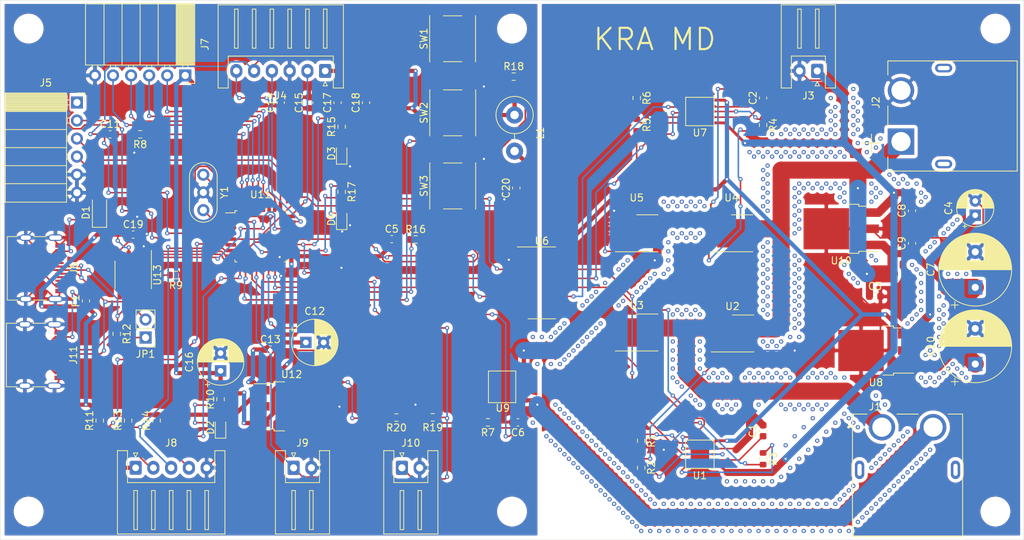
<source format=kicad_pcb>
(kicad_pcb (version 20171130) (host pcbnew "(5.1.12)-1")
  (layers (0 F.Cu signal) (31 B.Cu signal) (34 B.Paste user) (35 F.Paste user) (36 B.SilkS user) (37 F.SilkS user) (38 B.Mask user) (39 F.Mask user) (44 Edge.Cuts user))
  (net 0 "")
  (net 1 "Net-(C1-Pad2)")
  (net 2 "Net-(C1-Pad1)")
  (net 3 "Net-(C2-Pad1)")
  (net 4 /IP-)
  (net 5 GNDPWR)
  (net 6 /VREF)
  (net 7 GND)
  (net 8 +3V3)
  (net 9 /CURRENT)
  (net 10 +BATT)
  (net 11 /GVIN)
  (net 12 /NHK2022_MD_CTR/NRST)
  (net 13 +5V)
  (net 14 +3.3VADC)
  (net 15 /NHK2022_MD_CTR/UART_5V)
  (net 16 "Net-(D1-Pad2)")
  (net 17 "Net-(D2-Pad2)")
  (net 18 "Net-(D3-Pad2)")
  (net 19 "Net-(D4-Pad2)")
  (net 20 /IP+)
  (net 21 /NHK2022_MD_CTR/SWO)
  (net 22 /NHK2022_MD_CTR/SWDIO)
  (net 23 /NHK2022_MD_CTR/SWCLK)
  (net 24 "Net-(J5-Pad1)")
  (net 25 /NHK2022_MD_CTR/UART_TX)
  (net 26 /NHK2022_MD_CTR/UART_RX)
  (net 27 /NHK2022_MD_CTR/CANL)
  (net 28 /NHK2022_MD_CTR/CANH)
  (net 29 "Net-(J6-PadB8)")
  (net 30 "Net-(J6-PadA5)")
  (net 31 "Net-(J6-PadA8)")
  (net 32 "Net-(J6-PadB5)")
  (net 33 /NHK2022_MD_CTR/PB4)
  (net 34 /NHK2022_MD_CTR/PB5)
  (net 35 /NHK2022_MD_CTR/PB6)
  (net 36 /NHK2022_MD_CTR/PB7)
  (net 37 /NHK2022_MD_CTR/ENC_A)
  (net 38 /NHK2022_MD_CTR/ENC_B)
  (net 39 /NHK2022_MD_CTR/ENC_Z)
  (net 40 /NHK2022_MD_CTR/LIM1)
  (net 41 /NHK2022_MD_CTR/LIM2)
  (net 42 "Net-(JP1-Pad1)")
  (net 43 "Net-(R1-Pad1)")
  (net 44 "Net-(R2-Pad1)")
  (net 45 "Net-(R2-Pad2)")
  (net 46 "Net-(R3-Pad2)")
  (net 47 "Net-(R3-Pad1)")
  (net 48 "Net-(R4-Pad2)")
  (net 49 "Net-(R4-Pad1)")
  (net 50 "Net-(R5-Pad1)")
  (net 51 "Net-(R5-Pad2)")
  (net 52 "Net-(R6-Pad1)")
  (net 53 "Net-(R7-Pad2)")
  (net 54 "Net-(R8-Pad1)")
  (net 55 "Net-(R9-Pad2)")
  (net 56 /PWM2)
  (net 57 /NHK2022_MD_CTR/RUN_B)
  (net 58 /PWM1)
  (net 59 /NHK2022_MD_CTR/RUN_A)
  (net 60 /EN1_OUT)
  (net 61 /PWM1_OUT)
  (net 62 /EN1)
  (net 63 /EN2)
  (net 64 "Net-(U6-Pad7)")
  (net 65 "Net-(U6-Pad10)")
  (net 66 /EN2_OUT)
  (net 67 /PWM2_OUT)
  (net 68 "Net-(U8-Pad2)")
  (net 69 "Net-(U9-Pad6)")
  (net 70 "Net-(U11-Pad2)")
  (net 71 "Net-(U11-Pad3)")
  (net 72 /NHK2022_MD_CTR/CAN_RX)
  (net 73 /NHK2022_MD_CTR/CAN_TX)
  (net 74 "Net-(U12-Pad2)")
  (net 75 "Net-(U13-Pad5)")
  (net 76 "Net-(J11-PadB8)")
  (net 77 "Net-(J11-PadA5)")
  (net 78 "Net-(J11-PadA8)")
  (net 79 "Net-(J11-PadB5)")
  (module NHK2022_MD:AONS32304 (layer F.Cu) (at 140.335 129.54)
    (fp_text reference U3 (at 0 -3.82) (layer F.SilkS))
    (fp_text value AONS32304)
    (pad 1 smd rect (at -2.9 -1.905 270) (size 0.5 1.1) (layers F.Cu F.Paste F.Mask) (net 5 GNDPWR))
    (pad 3 smd rect (at 2.9 0.635 270) (size 0.5 1.1) (layers F.Cu F.Paste F.Mask) (net 1 "Net-(C1-Pad2)"))
    (pad 2 smd rect (at -2.9 1.905 270) (size 0.5 1.1) (layers F.Cu F.Paste F.Mask) (net 46 "Net-(R3-Pad2)"))
    (pad 3 smd rect (at 0 0 270) (size 4 4) (layers F.Cu F.Mask) (net 1 "Net-(C1-Pad2)"))
    (pad 1 smd rect (at -2.9 0.635 270) (size 0.5 1.1) (layers F.Cu F.Paste F.Mask) (net 5 GNDPWR))
    (pad 3 smd rect (at 2.9 -1.905 270) (size 0.5 1.1) (layers F.Cu F.Paste F.Mask) (net 1 "Net-(C1-Pad2)"))
    (pad 3 smd rect (at 2.9 1.905 270) (size 0.5 1.1) (layers F.Cu F.Paste F.Mask) (net 1 "Net-(C1-Pad2)"))
    (pad 1 smd rect (at -2.9 -0.635 270) (size 0.5 1.1) (layers F.Cu F.Paste F.Mask) (net 5 GNDPWR))
    (pad 3 smd rect (at 2.9 -0.635 270) (size 0.5 1.1) (layers F.Cu F.Paste F.Mask) (net 1 "Net-(C1-Pad2)"))
  )
  (module NHK2022_MD:AONS32304 (layer F.Cu) (at 153.805 129.675)
    (fp_text reference U2 (at 0 -3.82) (layer F.SilkS))
    (fp_text value AONS32304)
    (pad 1 smd rect (at -2.9 -1.905 270) (size 0.5 1.1) (layers F.Cu F.Paste F.Mask) (net 1 "Net-(C1-Pad2)"))
    (pad 3 smd rect (at 2.9 0.635 270) (size 0.5 1.1) (layers F.Cu F.Paste F.Mask) (net 10 +BATT))
    (pad 2 smd rect (at -2.9 1.905 270) (size 0.5 1.1) (layers F.Cu F.Paste F.Mask) (net 44 "Net-(R2-Pad1)"))
    (pad 3 smd rect (at 0 0 270) (size 4 4) (layers F.Cu F.Mask) (net 10 +BATT))
    (pad 1 smd rect (at -2.9 0.635 270) (size 0.5 1.1) (layers F.Cu F.Paste F.Mask) (net 1 "Net-(C1-Pad2)"))
    (pad 3 smd rect (at 2.9 -1.905 270) (size 0.5 1.1) (layers F.Cu F.Paste F.Mask) (net 10 +BATT))
    (pad 3 smd rect (at 2.9 1.905 270) (size 0.5 1.1) (layers F.Cu F.Paste F.Mask) (net 10 +BATT))
    (pad 1 smd rect (at -2.9 -0.635 270) (size 0.5 1.1) (layers F.Cu F.Paste F.Mask) (net 1 "Net-(C1-Pad2)"))
    (pad 3 smd rect (at 2.9 -0.635 270) (size 0.5 1.1) (layers F.Cu F.Paste F.Mask) (net 10 +BATT))
  )
  (module NHK2022_MD:AONS32304 (layer F.Cu) (at 140.335 115.57)
    (fp_text reference U5 (at 0 -5) (layer F.SilkS))
    (fp_text value AONS32304)
    (pad 1 smd rect (at -2.9 -1.905 270) (size 0.5 1.1) (layers F.Cu F.Paste F.Mask) (net 5 GNDPWR))
    (pad 3 smd rect (at 2.9 0.635 270) (size 0.5 1.1) (layers F.Cu F.Paste F.Mask) (net 4 /IP-))
    (pad 2 smd rect (at -2.9 1.905 270) (size 0.5 1.1) (layers F.Cu F.Paste F.Mask) (net 51 "Net-(R5-Pad2)"))
    (pad 3 smd rect (at 0 0 270) (size 4 4) (layers F.Cu F.Mask) (net 4 /IP-))
    (pad 1 smd rect (at -2.9 0.635 270) (size 0.5 1.1) (layers F.Cu F.Paste F.Mask) (net 5 GNDPWR))
    (pad 3 smd rect (at 2.9 -1.905 270) (size 0.5 1.1) (layers F.Cu F.Paste F.Mask) (net 4 /IP-))
    (pad 3 smd rect (at 2.9 1.905 270) (size 0.5 1.1) (layers F.Cu F.Paste F.Mask) (net 4 /IP-))
    (pad 1 smd rect (at -2.9 -0.635 270) (size 0.5 1.1) (layers F.Cu F.Paste F.Mask) (net 5 GNDPWR))
    (pad 3 smd rect (at 2.9 -0.635 270) (size 0.5 1.1) (layers F.Cu F.Paste F.Mask) (net 4 /IP-))
  )
  (module NHK2022_MD:AONS32304 (layer F.Cu) (at 153.67 115.57)
    (fp_text reference U4 (at 0 -5) (layer F.SilkS))
    (fp_text value AONS32304)
    (pad 1 smd rect (at -2.9 -1.905 270) (size 0.5 1.1) (layers F.Cu F.Paste F.Mask) (net 4 /IP-))
    (pad 3 smd rect (at 2.9 0.635 270) (size 0.5 1.1) (layers F.Cu F.Paste F.Mask) (net 10 +BATT))
    (pad 2 smd rect (at -2.9 1.905 270) (size 0.5 1.1) (layers F.Cu F.Paste F.Mask) (net 48 "Net-(R4-Pad2)"))
    (pad 3 smd rect (at 0 0 270) (size 4 4) (layers F.Cu F.Mask) (net 10 +BATT))
    (pad 1 smd rect (at -2.9 0.635 270) (size 0.5 1.1) (layers F.Cu F.Paste F.Mask) (net 4 /IP-))
    (pad 3 smd rect (at 2.9 -1.905 270) (size 0.5 1.1) (layers F.Cu F.Paste F.Mask) (net 10 +BATT))
    (pad 3 smd rect (at 2.9 1.905 270) (size 0.5 1.1) (layers F.Cu F.Paste F.Mask) (net 10 +BATT))
    (pad 1 smd rect (at -2.9 -0.635 270) (size 0.5 1.1) (layers F.Cu F.Paste F.Mask) (net 4 /IP-))
    (pad 3 smd rect (at 2.9 -0.635 270) (size 0.5 1.1) (layers F.Cu F.Paste F.Mask) (net 10 +BATT))
  )
  (module Connector_USB:USB_C_Receptacle_Palconn_UTC16-G (layer F.Cu) (at 56.64 120.505 270)
    (fp_text reference J6 (at 0 -4.58 90) (layer F.SilkS))
    (fp_text value USB_C_Receptacle_USB2.0)
    (pad S1 thru_hole oval (at -4.32 -1.93) (size 2 0.9) (drill oval 1.7 0.6) (layers *.Cu *.Mask) (net 7 GND))
    (pad S1 thru_hole oval (at 4.32 -1.93) (size 2 0.9) (drill oval 1.7 0.6) (layers *.Cu *.Mask) (net 7 GND))
    (pad S1 thru_hole oval (at -4.32 2.24) (size 1.7 0.9) (drill oval 1.4 0.6) (layers *.Cu *.Mask) (net 7 GND))
    (pad S1 thru_hole oval (at 4.32 2.24) (size 1.7 0.9) (drill oval 1.4 0.6) (layers *.Cu *.Mask) (net 7 GND))
    (pad B7 smd rect (at -0.75 -2.51 90) (size 0.3 1.16) (layers F.Cu F.Paste F.Mask) (net 27 /NHK2022_MD_CTR/CANL))
    (pad A6 smd rect (at -0.25 -2.51 90) (size 0.3 1.16) (layers F.Cu F.Paste F.Mask) (net 28 /NHK2022_MD_CTR/CANH))
    (pad A7 smd rect (at 0.25 -2.51 90) (size 0.3 1.16) (layers F.Cu F.Paste F.Mask) (net 27 /NHK2022_MD_CTR/CANL))
    (pad B8 smd rect (at -1.75 -2.51 90) (size 0.3 1.16) (layers F.Cu F.Paste F.Mask) (net 29 "Net-(J6-PadB8)"))
    (pad A5 smd rect (at -1.25 -2.51 90) (size 0.3 1.16) (layers F.Cu F.Paste F.Mask) (net 30 "Net-(J6-PadA5)"))
    (pad A8 smd rect (at 1.25 -2.51 90) (size 0.3 1.16) (layers F.Cu F.Paste F.Mask) (net 31 "Net-(J6-PadA8)"))
    (pad B6 smd rect (at 0.75 -2.51 90) (size 0.3 1.16) (layers F.Cu F.Paste F.Mask) (net 28 /NHK2022_MD_CTR/CANH))
    (pad B5 smd rect (at 1.75 -2.51 90) (size 0.3 1.16) (layers F.Cu F.Paste F.Mask) (net 32 "Net-(J6-PadB5)"))
    (pad "" np_thru_hole circle (at 2.89 -1.45 90) (size 0.6 0.6) (drill 0.6) (layers *.Cu *.Mask))
    (pad "" np_thru_hole circle (at -2.89 -1.45 90) (size 0.6 0.6) (drill 0.6) (layers *.Cu *.Mask))
    (pad A4 smd rect (at -2.4 -2.51 270) (size 0.6 1.16) (layers F.Cu F.Paste F.Mask) (net 15 /NHK2022_MD_CTR/UART_5V))
    (pad B9 smd rect (at -2.4 -2.51 270) (size 0.6 1.16) (layers F.Cu F.Paste F.Mask) (net 15 /NHK2022_MD_CTR/UART_5V))
    (pad A1 smd rect (at -3.2 -2.51 270) (size 0.6 1.16) (layers F.Cu F.Paste F.Mask) (net 7 GND))
    (pad B12 smd rect (at -3.2 -2.51 270) (size 0.6 1.16) (layers F.Cu F.Paste F.Mask) (net 7 GND))
    (pad B4 smd rect (at 2.4 -2.51 270) (size 0.6 1.16) (layers F.Cu F.Paste F.Mask) (net 15 /NHK2022_MD_CTR/UART_5V))
    (pad B1 smd rect (at 3.2 -2.51 270) (size 0.6 1.16) (layers F.Cu F.Paste F.Mask) (net 7 GND))
    (pad A9 smd rect (at 2.4 -2.51 270) (size 0.6 1.16) (layers F.Cu F.Paste F.Mask) (net 15 /NHK2022_MD_CTR/UART_5V))
    (pad A12 smd rect (at 3.2 -2.51 270) (size 0.6 1.16) (layers F.Cu F.Paste F.Mask) (net 7 GND))
  )
  (module MountingHole:MountingHole_3.2mm_M3 (layer F.Cu) (at 54.8 154.75)
    (fp_text reference MH6 hide)
    (fp_text value MountingHole_3.2mm_M3 hide)
    (pad 1 np_thru_hole circle (at 0 0) (size 3.2 3.2) (drill 3.2) (layers *.Cu *.Mask))
  )
  (module MountingHole:MountingHole_3.2mm_M3 (layer F.Cu) (at 190.8 154.75)
    (fp_text reference MH4 hide)
    (fp_text value MountingHole_3.2mm_M3 hide)
    (pad 1 np_thru_hole circle (at 0 0) (size 3.2 3.2) (drill 3.2) (layers *.Cu *.Mask))
  )
  (module MountingHole:MountingHole_3.2mm_M3 (layer F.Cu) (at 122.8 154.75)
    (fp_text reference MH5 hide)
    (fp_text value MountingHole_3.2mm_M3 hide)
    (pad 1 np_thru_hole circle (at 0 0) (size 3.2 3.2) (drill 3.2) (layers *.Cu *.Mask))
  )
  (module MountingHole:MountingHole_3.2mm_M3 (layer F.Cu) (at 190.8 86.75)
    (fp_text reference MH3 hide)
    (fp_text value MountingHole_3.2mm_M3 hide)
    (pad 1 np_thru_hole circle (at 0 0) (size 3.2 3.2) (drill 3.2) (layers *.Cu *.Mask))
  )
  (module MountingHole:MountingHole_3.2mm_M3 (layer F.Cu) (at 122.8 86.75)
    (fp_text reference MH2 hide)
    (fp_text value MountingHole_3.2mm_M3 hide)
    (pad 1 np_thru_hole circle (at 0 0) (size 3.2 3.2) (drill 3.2) (layers *.Cu *.Mask))
  )
  (module MountingHole:MountingHole_3.2mm_M3 (layer F.Cu) (at 54.8 86.75)
    (fp_text reference MH1 hide)
    (fp_text value MountingHole_3.2mm_M3 hide)
    (pad 1 np_thru_hole circle (at 0 0) (size 3.2 3.2) (drill 3.2) (layers *.Cu *.Mask))
  )
  (module Capacitor_SMD:C_0603_1608Metric (layer F.Cu) (at 158.115 143.37 90)
    (fp_text reference C1 (at 0 -1.43 90) (layer F.SilkS))
    (fp_text value 0.068u)
    (pad 2 smd roundrect (at 0.775 0 90) (size 0.9 0.95) (layers F.Cu F.Paste F.Mask) (net 1 "Net-(C1-Pad2)"))
    (pad 1 smd roundrect (at -0.775 0 90) (size 0.9 0.95) (layers F.Cu F.Paste F.Mask) (net 2 "Net-(C1-Pad1)"))
  )
  (module Capacitor_SMD:C_0603_1608Metric (layer F.Cu) (at 158.115 96.52 90)
    (fp_text reference C2 (at 0 -1.43 90) (layer F.SilkS))
    (fp_text value 0.068u)
    (pad 1 smd roundrect (at -0.775 0 90) (size 0.9 0.95) (layers F.Cu F.Paste F.Mask) (net 3 "Net-(C2-Pad1)"))
    (pad 2 smd roundrect (at 0.775 0 90) (size 0.9 0.95) (layers F.Cu F.Paste F.Mask) (net 4 /IP-))
  )
  (module Capacitor_SMD:C_0603_1608Metric (layer F.Cu) (at 173.85 124.46)
    (fp_text reference C3 (at 0 -1.43) (layer F.SilkS))
    (fp_text value 0.33u)
    (pad 1 smd roundrect (at -0.775 0) (size 0.9 0.95) (layers F.Cu F.Paste F.Mask) (net 10 +BATT))
    (pad 2 smd roundrect (at 0.775 0) (size 0.9 0.95) (layers F.Cu F.Paste F.Mask) (net 5 GNDPWR))
  )
  (module Capacitor_THT:CP_Radial_D5.0mm_P2.00mm (layer F.Cu) (at 187.96 113.03 90)
    (fp_text reference C4 (at 1 -3.75 90) (layer F.SilkS))
    (fp_text value 22u)
    (pad 1 thru_hole rect (at 0 0 90) (size 1.6 1.6) (drill 0.8) (layers *.Cu *.Mask) (net 6 /VREF))
    (pad 2 thru_hole circle (at 2 0 90) (size 1.6 1.6) (drill 0.8) (layers *.Cu *.Mask) (net 5 GNDPWR))
  )
  (module Capacitor_SMD:C_0603_1608Metric (layer F.Cu) (at 105.875 116.4)
    (fp_text reference C5 (at 0 -1.43) (layer F.SilkS))
    (fp_text value 0.1u)
    (pad 1 smd roundrect (at -0.775 0) (size 0.9 0.95) (layers F.Cu F.Paste F.Mask) (net 7 GND))
    (pad 2 smd roundrect (at 0.775 0) (size 0.9 0.95) (layers F.Cu F.Paste F.Mask) (net 8 +3V3))
  )
  (module Capacitor_SMD:C_0603_1608Metric (layer F.Cu) (at 123.63 142.19 180)
    (fp_text reference C6 (at 0 -1.43) (layer F.SilkS))
    (fp_text value 0.02u)
    (pad 2 smd roundrect (at 0.775 0 180) (size 0.9 0.95) (layers F.Cu F.Paste F.Mask) (net 7 GND))
    (pad 1 smd roundrect (at -0.775 0 180) (size 0.9 0.95) (layers F.Cu F.Paste F.Mask) (net 9 /CURRENT))
  )
  (module Capacitor_THT:CP_Radial_D10.0mm_P5.00mm (layer F.Cu) (at 187.96 123.19 90)
    (fp_text reference C7 (at 2.5 -6.25 90) (layer F.SilkS))
    (fp_text value 470u)
    (pad 2 thru_hole circle (at 5 0 90) (size 2 2) (drill 1) (layers *.Cu *.Mask) (net 5 GNDPWR))
    (pad 1 thru_hole rect (at 0 0 90) (size 2 2) (drill 1) (layers *.Cu *.Mask) (net 10 +BATT))
  )
  (module Capacitor_SMD:C_0603_1608Metric (layer F.Cu) (at 179.07 112.395 90)
    (fp_text reference C8 (at 0 -1.43 90) (layer F.SilkS))
    (fp_text value 0.1u)
    (pad 2 smd roundrect (at 0.775 0 90) (size 0.9 0.95) (layers F.Cu F.Paste F.Mask) (net 11 /GVIN))
    (pad 1 smd roundrect (at -0.775 0 90) (size 0.9 0.95) (layers F.Cu F.Paste F.Mask) (net 5 GNDPWR))
  )
  (module Capacitor_SMD:C_0603_1608Metric (layer F.Cu) (at 179.07 116.98 90)
    (fp_text reference C9 (at 0 -1.43 90) (layer F.SilkS))
    (fp_text value 0.33u)
    (pad 2 smd roundrect (at 0.775 0 90) (size 0.9 0.95) (layers F.Cu F.Paste F.Mask) (net 5 GNDPWR))
    (pad 1 smd roundrect (at -0.775 0 90) (size 0.9 0.95) (layers F.Cu F.Paste F.Mask) (net 10 +BATT))
  )
  (module Capacitor_THT:CP_Radial_D10.0mm_P5.00mm (layer F.Cu) (at 187.96 133.985 90)
    (fp_text reference C10 (at 2.5 -6.25 90) (layer F.SilkS))
    (fp_text value 470u)
    (pad 1 thru_hole rect (at 0 0 90) (size 2 2) (drill 1) (layers *.Cu *.Mask) (net 10 +BATT))
    (pad 2 thru_hole circle (at 5 0 90) (size 2 2) (drill 1) (layers *.Cu *.Mask) (net 5 GNDPWR))
  )
  (module Capacitor_SMD:C_0603_1608Metric (layer F.Cu) (at 66.265 101.64)
    (fp_text reference C11 (at 0 -1.43) (layer F.SilkS))
    (fp_text value 0.1u)
    (pad 1 smd roundrect (at -0.775 0) (size 0.9 0.95) (layers F.Cu F.Paste F.Mask) (net 12 /NHK2022_MD_CTR/NRST))
    (pad 2 smd roundrect (at 0.775 0) (size 0.9 0.95) (layers F.Cu F.Paste F.Mask) (net 7 GND))
  )
  (module Capacitor_THT:CP_Radial_D6.3mm_P2.50mm (layer F.Cu) (at 93.8 130.94)
    (fp_text reference C12 (at 1.25 -4.4) (layer F.SilkS))
    (fp_text value 47u)
    (pad 1 thru_hole rect (at 0 0) (size 1.6 1.6) (drill 0.8) (layers *.Cu *.Mask) (net 13 +5V))
    (pad 2 thru_hole circle (at 2.5 0) (size 1.6 1.6) (drill 0.8) (layers *.Cu *.Mask) (net 7 GND))
  )
  (module Capacitor_SMD:C_0603_1608Metric (layer F.Cu) (at 88.8 131.94)
    (fp_text reference C13 (at 0 -1.43) (layer F.SilkS))
    (fp_text value 0.1u)
    (pad 2 smd roundrect (at 0.775 0) (size 0.9 0.95) (layers F.Cu F.Paste F.Mask) (net 7 GND))
    (pad 1 smd roundrect (at -0.775 0) (size 0.9 0.95) (layers F.Cu F.Paste F.Mask) (net 13 +5V))
  )
  (module Capacitor_SMD:C_0603_1608Metric (layer F.Cu) (at 90.26 97.19 90)
    (fp_text reference C14 (at 0 -1.43 90) (layer F.SilkS))
    (fp_text value 0.1u)
    (pad 1 smd roundrect (at -0.775 0 90) (size 0.9 0.95) (layers F.Cu F.Paste F.Mask) (net 8 +3V3))
    (pad 2 smd roundrect (at 0.775 0 90) (size 0.9 0.95) (layers F.Cu F.Paste F.Mask) (net 7 GND))
  )
  (module Capacitor_SMD:C_0603_1608Metric (layer F.Cu) (at 94.26 97.19 90)
    (fp_text reference C15 (at 0 -1.43 90) (layer F.SilkS))
    (fp_text value 0.1u)
    (pad 2 smd roundrect (at 0.775 0 90) (size 0.9 0.95) (layers F.Cu F.Paste F.Mask) (net 7 GND))
    (pad 1 smd roundrect (at -0.775 0 90) (size 0.9 0.95) (layers F.Cu F.Paste F.Mask) (net 8 +3V3))
  )
  (module Capacitor_THT:CP_Radial_D6.3mm_P2.50mm (layer F.Cu) (at 81.8 134.94 90)
    (fp_text reference C16 (at 1.25 -4.4 90) (layer F.SilkS))
    (fp_text value 47u)
    (pad 2 thru_hole circle (at 2.5 0 90) (size 1.6 1.6) (drill 0.8) (layers *.Cu *.Mask) (net 7 GND))
    (pad 1 thru_hole rect (at 0 0 90) (size 1.6 1.6) (drill 0.8) (layers *.Cu *.Mask) (net 8 +3V3))
  )
  (module Capacitor_SMD:C_0603_1608Metric (layer F.Cu) (at 98.26 97.19 90)
    (fp_text reference C17 (at 0 -1.43 90) (layer F.SilkS))
    (fp_text value 0.1u)
    (pad 1 smd roundrect (at -0.775 0 90) (size 0.9 0.95) (layers F.Cu F.Paste F.Mask) (net 8 +3V3))
    (pad 2 smd roundrect (at 0.775 0 90) (size 0.9 0.95) (layers F.Cu F.Paste F.Mask) (net 7 GND))
  )
  (module Capacitor_SMD:C_0603_1608Metric (layer F.Cu) (at 102.26 97.19 90)
    (fp_text reference C18 (at 0 -1.43 90) (layer F.SilkS))
    (fp_text value 0.1u)
    (pad 2 smd roundrect (at 0.775 0 90) (size 0.9 0.95) (layers F.Cu F.Paste F.Mask) (net 7 GND))
    (pad 1 smd roundrect (at -0.775 0 90) (size 0.9 0.95) (layers F.Cu F.Paste F.Mask) (net 8 +3V3))
  )
  (module Capacitor_SMD:C_0603_1608Metric (layer F.Cu) (at 69.51 115.75)
    (fp_text reference C19 (at 0 -1.43) (layer F.SilkS))
    (fp_text value 0.1u)
    (pad 1 smd roundrect (at -0.775 0) (size 0.9 0.95) (layers F.Cu F.Paste F.Mask) (net 13 +5V))
    (pad 2 smd roundrect (at 0.775 0) (size 0.9 0.95) (layers F.Cu F.Paste F.Mask) (net 7 GND))
  )
  (module Capacitor_SMD:C_0603_1608Metric (layer F.Cu) (at 123.4 109.2 90)
    (fp_text reference C20 (at 0 -1.43 90) (layer F.SilkS))
    (fp_text value 10u)
    (pad 1 smd roundrect (at -0.775 0 90) (size 0.9 0.95) (layers F.Cu F.Paste F.Mask) (net 14 +3.3VADC))
    (pad 2 smd roundrect (at 0.775 0 90) (size 0.9 0.95) (layers F.Cu F.Paste F.Mask) (net 7 GND))
  )
  (module Diode_SMD:D_SOD-123F (layer F.Cu) (at 64.77 112.525 90)
    (fp_text reference D1 (at -0.127 -1.905 90) (layer F.SilkS))
    (fp_text value D)
    (pad 1 smd rect (at -1.4 0 90) (size 1.1 1.1) (layers F.Cu F.Paste F.Mask) (net 15 /NHK2022_MD_CTR/UART_5V))
    (pad 2 smd rect (at 1.4 0 90) (size 1.1 1.1) (layers F.Cu F.Paste F.Mask) (net 16 "Net-(D1-Pad2)"))
  )
  (module LED_SMD:LED_0603_1608Metric (layer F.Cu) (at 81.8 142.94 90)
    (fp_text reference D2 (at 0 -1.43 90) (layer F.SilkS))
    (fp_text value LED)
    (pad 1 smd roundrect (at -0.7875 0 90) (size 0.875 0.95) (layers F.Cu F.Paste F.Mask) (net 7 GND))
    (pad 2 smd roundrect (at 0.7875 0 90) (size 0.875 0.95) (layers F.Cu F.Paste F.Mask) (net 17 "Net-(D2-Pad2)"))
  )
  (module LED_SMD:LED_0603_1608Metric (layer F.Cu) (at 98.835 104.3525 90)
    (fp_text reference D3 (at 0 -1.43 90) (layer F.SilkS))
    (fp_text value LED)
    (pad 1 smd roundrect (at -0.7875 0 90) (size 0.875 0.95) (layers F.Cu F.Paste F.Mask) (net 7 GND))
    (pad 2 smd roundrect (at 0.7875 0 90) (size 0.875 0.95) (layers F.Cu F.Paste F.Mask) (net 18 "Net-(D3-Pad2)"))
  )
  (module LED_SMD:LED_0603_1608Metric (layer F.Cu) (at 98.835 113.565 90)
    (fp_text reference D4 (at 0 -1.43 90) (layer F.SilkS))
    (fp_text value LED)
    (pad 2 smd roundrect (at 0.7875 0 90) (size 0.875 0.95) (layers F.Cu F.Paste F.Mask) (net 19 "Net-(D4-Pad2)"))
    (pad 1 smd roundrect (at -0.7875 0 90) (size 0.875 0.95) (layers F.Cu F.Paste F.Mask) (net 7 GND))
  )
  (module Connector_PinHeader_2.54mm:PinHeader_1x02_P2.54mm_Vertical (layer F.Cu) (at 71.25 130.25 180)
    (fp_text reference JP1 (at 0 -2.33) (layer F.SilkS))
    (fp_text value Jumper_2_Open)
    (pad 1 thru_hole rect (at 0 0 180) (size 1.7 1.7) (drill 1) (layers *.Cu *.Mask) (net 42 "Net-(JP1-Pad1)"))
    (pad 2 thru_hole oval (at 0 2.54 180) (size 1.7 1.7) (drill 1) (layers *.Cu *.Mask) (net 28 /NHK2022_MD_CTR/CANH))
  )
  (module Inductor_THT:L_Axial_L12.0mm_D5.0mm_P5.08mm_Vertical_Fastron_MISC (layer F.Cu) (at 123.16 98.92 270)
    (fp_text reference L1 (at 2.54 -3.62 90) (layer F.SilkS))
    (fp_text value INDUCTOR)
    (pad 1 thru_hole circle (at 0 0 270) (size 2.4 2.4) (drill 1.2) (layers *.Cu *.Mask) (net 8 +3V3))
    (pad 2 thru_hole oval (at 5.08 0 270) (size 2.4 2.4) (drill 1.2) (layers *.Cu *.Mask) (net 14 +3.3VADC))
  )
  (module Resistor_SMD:R_0603_1608Metric (layer F.Cu) (at 140.97 144.78 270)
    (fp_text reference R1 (at 0 -1.43 90) (layer F.SilkS))
    (fp_text value 100k)
    (pad 2 smd roundrect (at 0.825 0 270) (size 0.8 0.95) (layers F.Cu F.Paste F.Mask) (net 5 GNDPWR))
    (pad 1 smd roundrect (at -0.825 0 270) (size 0.8 0.95) (layers F.Cu F.Paste F.Mask) (net 43 "Net-(R1-Pad1)"))
  )
  (module Resistor_SMD:R_0603_1608Metric (layer F.Cu) (at 140.97 148.59 270)
    (fp_text reference R2 (at 0 -1.43 90) (layer F.SilkS))
    (fp_text value 13)
    (pad 1 smd roundrect (at -0.825 0 270) (size 0.8 0.95) (layers F.Cu F.Paste F.Mask) (net 44 "Net-(R2-Pad1)"))
    (pad 2 smd roundrect (at 0.825 0 270) (size 0.8 0.95) (layers F.Cu F.Paste F.Mask) (net 45 "Net-(R2-Pad2)"))
  )
  (module Resistor_SMD:R_0603_1608Metric (layer F.Cu) (at 158.115 147.32 270)
    (fp_text reference R3 (at 0 -1.43 90) (layer F.SilkS))
    (fp_text value 13)
    (pad 2 smd roundrect (at 0.825 0 270) (size 0.8 0.95) (layers F.Cu F.Paste F.Mask) (net 46 "Net-(R3-Pad2)"))
    (pad 1 smd roundrect (at -0.825 0 270) (size 0.8 0.95) (layers F.Cu F.Paste F.Mask) (net 47 "Net-(R3-Pad1)"))
  )
  (module Resistor_SMD:R_0603_1608Metric (layer F.Cu) (at 158.115 100.33 270)
    (fp_text reference R4 (at 0 -1.43 90) (layer F.SilkS))
    (fp_text value 13)
    (pad 2 smd roundrect (at 0.825 0 270) (size 0.8 0.95) (layers F.Cu F.Paste F.Mask) (net 48 "Net-(R4-Pad2)"))
    (pad 1 smd roundrect (at -0.825 0 270) (size 0.8 0.95) (layers F.Cu F.Paste F.Mask) (net 49 "Net-(R4-Pad1)"))
  )
  (module Resistor_SMD:R_0603_1608Metric (layer F.Cu) (at 140.335 100.33 270)
    (fp_text reference R5 (at 0 -1.43 90) (layer F.SilkS))
    (fp_text value 13)
    (pad 1 smd roundrect (at -0.825 0 270) (size 0.8 0.95) (layers F.Cu F.Paste F.Mask) (net 50 "Net-(R5-Pad1)"))
    (pad 2 smd roundrect (at 0.825 0 270) (size 0.8 0.95) (layers F.Cu F.Paste F.Mask) (net 51 "Net-(R5-Pad2)"))
  )
  (module Resistor_SMD:R_0603_1608Metric (layer F.Cu) (at 140.335 96.52 270)
    (fp_text reference R6 (at 0 -1.43 90) (layer F.SilkS))
    (fp_text value 100k)
    (pad 2 smd roundrect (at 0.825 0 270) (size 0.8 0.95) (layers F.Cu F.Paste F.Mask) (net 5 GNDPWR))
    (pad 1 smd roundrect (at -0.825 0 270) (size 0.8 0.95) (layers F.Cu F.Paste F.Mask) (net 52 "Net-(R6-Pad1)"))
  )
  (module Resistor_SMD:R_0603_1608Metric (layer F.Cu) (at 119.405 142.19 180)
    (fp_text reference R7 (at 0 -1.43) (layer F.SilkS))
    (fp_text value 100)
    (pad 1 smd roundrect (at -0.825 0 180) (size 0.8 0.95) (layers F.Cu F.Paste F.Mask) (net 9 /CURRENT))
    (pad 2 smd roundrect (at 0.825 0 180) (size 0.8 0.95) (layers F.Cu F.Paste F.Mask) (net 53 "Net-(R7-Pad2)"))
  )
  (module Resistor_SMD:R_0603_1608Metric (layer F.Cu) (at 70.49 101.64 180)
    (fp_text reference R8 (at 0 -1.43) (layer F.SilkS))
    (fp_text value 10K)
    (pad 1 smd roundrect (at -0.825 0 180) (size 0.8 0.95) (layers F.Cu F.Paste F.Mask) (net 54 "Net-(R8-Pad1)"))
    (pad 2 smd roundrect (at 0.825 0 180) (size 0.8 0.95) (layers F.Cu F.Paste F.Mask) (net 7 GND))
  )
  (module Resistor_SMD:R_0603_1608Metric (layer F.Cu) (at 75.52 121.46 180)
    (fp_text reference R9 (at 0 -1.43) (layer F.SilkS))
    (fp_text value 10K)
    (pad 1 smd roundrect (at -0.825 0 180) (size 0.8 0.95) (layers F.Cu F.Paste F.Mask) (net 7 GND))
    (pad 2 smd roundrect (at 0.825 0 180) (size 0.8 0.95) (layers F.Cu F.Paste F.Mask) (net 55 "Net-(R9-Pad2)"))
  )
  (module Resistor_SMD:R_0603_1608Metric (layer F.Cu) (at 81.8 138.94 90)
    (fp_text reference R10 (at 0 -1.43 90) (layer F.SilkS))
    (fp_text value 1k)
    (pad 1 smd roundrect (at -0.825 0 90) (size 0.8 0.95) (layers F.Cu F.Paste F.Mask) (net 17 "Net-(D2-Pad2)"))
    (pad 2 smd roundrect (at 0.825 0 90) (size 0.8 0.95) (layers F.Cu F.Paste F.Mask) (net 8 +3V3))
  )
  (module Resistor_SMD:R_0603_1608Metric (layer F.Cu) (at 64.8 141.94 90)
    (fp_text reference R11 (at 0 -1.43 90) (layer F.SilkS))
    (fp_text value 10K)
    (pad 1 smd roundrect (at -0.825 0 90) (size 0.8 0.95) (layers F.Cu F.Paste F.Mask) (net 37 /NHK2022_MD_CTR/ENC_A))
    (pad 2 smd roundrect (at 0.825 0 90) (size 0.8 0.95) (layers F.Cu F.Paste F.Mask) (net 13 +5V))
  )
  (module Resistor_SMD:R_0603_1608Metric (layer F.Cu) (at 67.19 129.74 270)
    (fp_text reference R12 (at 0 -1.43 90) (layer F.SilkS))
    (fp_text value 120)
    (pad 1 smd roundrect (at -0.825 0 270) (size 0.8 0.95) (layers F.Cu F.Paste F.Mask) (net 27 /NHK2022_MD_CTR/CANL))
    (pad 2 smd roundrect (at 0.825 0 270) (size 0.8 0.95) (layers F.Cu F.Paste F.Mask) (net 42 "Net-(JP1-Pad1)"))
  )
  (module Resistor_SMD:R_0603_1608Metric (layer F.Cu) (at 68.8 141.94 90)
    (fp_text reference R13 (at 0 -1.43 90) (layer F.SilkS))
    (fp_text value 10K)
    (pad 2 smd roundrect (at 0.825 0 90) (size 0.8 0.95) (layers F.Cu F.Paste F.Mask) (net 13 +5V))
    (pad 1 smd roundrect (at -0.825 0 90) (size 0.8 0.95) (layers F.Cu F.Paste F.Mask) (net 38 /NHK2022_MD_CTR/ENC_B))
  )
  (module Resistor_SMD:R_0603_1608Metric (layer F.Cu) (at 72.8 141.94 90)
    (fp_text reference R14 (at 0 -1.43 90) (layer F.SilkS))
    (fp_text value 10K)
    (pad 1 smd roundrect (at -0.825 0 90) (size 0.8 0.95) (layers F.Cu F.Paste F.Mask) (net 39 /NHK2022_MD_CTR/ENC_Z))
    (pad 2 smd roundrect (at 0.825 0 90) (size 0.8 0.95) (layers F.Cu F.Paste F.Mask) (net 13 +5V))
  )
  (module Resistor_SMD:R_0603_1608Metric (layer F.Cu) (at 98.835 100.565 90)
    (fp_text reference R15 (at 0 -1.43 90) (layer F.SilkS))
    (fp_text value 1k)
    (pad 2 smd roundrect (at 0.825 0 90) (size 0.8 0.95) (layers F.Cu F.Paste F.Mask) (net 56 /PWM2))
    (pad 1 smd roundrect (at -0.825 0 90) (size 0.8 0.95) (layers F.Cu F.Paste F.Mask) (net 18 "Net-(D3-Pad2)"))
  )
  (module Resistor_SMD:R_0603_1608Metric (layer F.Cu) (at 109.245 116.44)
    (fp_text reference R16 (at 0 -1.43) (layer F.SilkS))
    (fp_text value 10K)
    (pad 1 smd roundrect (at -0.825 0) (size 0.8 0.95) (layers F.Cu F.Paste F.Mask) (net 57 /NHK2022_MD_CTR/RUN_B))
    (pad 2 smd roundrect (at 0.825 0) (size 0.8 0.95) (layers F.Cu F.Paste F.Mask) (net 8 +3V3))
  )
  (module Resistor_SMD:R_0603_1608Metric (layer F.Cu) (at 98.835 109.74 270)
    (fp_text reference R17 (at 0 -1.43 90) (layer F.SilkS))
    (fp_text value 1k)
    (pad 2 smd roundrect (at 0.825 0 270) (size 0.8 0.95) (layers F.Cu F.Paste F.Mask) (net 58 /PWM1))
    (pad 1 smd roundrect (at -0.825 0 270) (size 0.8 0.95) (layers F.Cu F.Paste F.Mask) (net 19 "Net-(D4-Pad2)"))
  )
  (module Resistor_SMD:R_0603_1608Metric (layer F.Cu) (at 123.04 93.51)
    (fp_text reference R18 (at 0 -1.43) (layer F.SilkS))
    (fp_text value 10K)
    (pad 2 smd roundrect (at 0.825 0) (size 0.8 0.95) (layers F.Cu F.Paste F.Mask) (net 8 +3V3))
    (pad 1 smd roundrect (at -0.825 0) (size 0.8 0.95) (layers F.Cu F.Paste F.Mask) (net 59 /NHK2022_MD_CTR/RUN_A))
  )
  (module Resistor_SMD:R_0603_1608Metric (layer F.Cu) (at 111.64 141.495 180)
    (fp_text reference R19 (at 0 -1.43) (layer F.SilkS))
    (fp_text value 1K)
    (pad 2 smd roundrect (at 0.825 0 180) (size 0.8 0.95) (layers F.Cu F.Paste F.Mask) (net 8 +3V3))
    (pad 1 smd roundrect (at -0.825 0 180) (size 0.8 0.95) (layers F.Cu F.Paste F.Mask) (net 41 /NHK2022_MD_CTR/LIM2))
  )
  (module Resistor_SMD:R_0603_1608Metric (layer F.Cu) (at 106.54 141.515 180)
    (fp_text reference R20 (at 0 -1.43) (layer F.SilkS))
    (fp_text value 1K)
    (pad 2 smd roundrect (at 0.825 0 180) (size 0.8 0.95) (layers F.Cu F.Paste F.Mask) (net 8 +3V3))
    (pad 1 smd roundrect (at -0.825 0 180) (size 0.8 0.95) (layers F.Cu F.Paste F.Mask) (net 40 /NHK2022_MD_CTR/LIM1))
  )
  (module NHK2022_MD:Button_switch (layer F.Cu) (at 114.445 88.18 90)
    (fp_text reference SW1 (at 0 -4.05 90) (layer F.SilkS))
    (fp_text value SW_MEC_5E)
    (pad 2 smd rect (at -3.975 2.25 90) (size 1.55 1.3) (layers F.Cu F.Paste F.Mask) (net 7 GND))
    (pad 1 smd rect (at -3.975 -2.25 90) (size 1.55 1.3) (layers F.Cu F.Paste F.Mask) (net 7 GND))
    (pad 3 smd rect (at 3.975 -2.25 90) (size 1.55 1.3) (layers F.Cu F.Paste F.Mask) (net 12 /NHK2022_MD_CTR/NRST))
    (pad 4 smd rect (at 3.975 2.25 90) (size 1.55 1.3) (layers F.Cu F.Paste F.Mask) (net 12 /NHK2022_MD_CTR/NRST))
  )
  (module NHK2022_MD:Button_switch (layer F.Cu) (at 114.46 98.61 90)
    (fp_text reference SW2 (at 0 -4.05 90) (layer F.SilkS))
    (fp_text value SW_MEC_5E)
    (pad 4 smd rect (at 3.975 2.25 90) (size 1.55 1.3) (layers F.Cu F.Paste F.Mask) (net 7 GND))
    (pad 3 smd rect (at 3.975 -2.25 90) (size 1.55 1.3) (layers F.Cu F.Paste F.Mask) (net 7 GND))
    (pad 1 smd rect (at -3.975 -2.25 90) (size 1.55 1.3) (layers F.Cu F.Paste F.Mask) (net 59 /NHK2022_MD_CTR/RUN_A))
    (pad 2 smd rect (at -3.975 2.25 90) (size 1.55 1.3) (layers F.Cu F.Paste F.Mask) (net 59 /NHK2022_MD_CTR/RUN_A))
  )
  (module NHK2022_MD:Button_switch (layer F.Cu) (at 114.46 108.91 90)
    (fp_text reference SW3 (at 0 -4.05 90) (layer F.SilkS))
    (fp_text value SW_MEC_5E)
    (pad 2 smd rect (at -3.975 2.25 90) (size 1.55 1.3) (layers F.Cu F.Paste F.Mask) (net 57 /NHK2022_MD_CTR/RUN_B))
    (pad 1 smd rect (at -3.975 -2.25 90) (size 1.55 1.3) (layers F.Cu F.Paste F.Mask) (net 57 /NHK2022_MD_CTR/RUN_B))
    (pad 3 smd rect (at 3.975 -2.25 90) (size 1.55 1.3) (layers F.Cu F.Paste F.Mask) (net 7 GND))
    (pad 4 smd rect (at 3.975 2.25 90) (size 1.55 1.3) (layers F.Cu F.Paste F.Mask) (net 7 GND))
  )
  (module NHK2022_MD:HIP2210FRTZ-T7A (layer F.Cu) (at 149.225 146.685 180)
    (fp_text reference U1 (at 0 -3) (layer F.SilkS))
    (fp_text value HIP2210FRTZ-T7A)
    (pad 1 smd rect (at -1.9 -1.6 180) (size 0.6 0.3) (layers F.Cu F.Paste F.Mask) (net 11 /GVIN))
    (pad 2 smd rect (at -1.9 -0.8 180) (size 0.6 0.3) (layers F.Cu F.Paste F.Mask) (net 2 "Net-(C1-Pad1)"))
    (pad 3 smd rect (at -1.9 0 180) (size 0.6 0.3) (layers F.Cu F.Paste F.Mask) (net 45 "Net-(R2-Pad2)"))
    (pad 4 smd rect (at -1.9 0.8 180) (size 0.6 0.3) (layers F.Cu F.Paste F.Mask) (net 1 "Net-(C1-Pad2)"))
    (pad 5 smd rect (at -1.9 1.6 180) (size 0.6 0.3) (layers F.Cu F.Paste F.Mask) (net 6 /VREF))
    (pad 6 smd rect (at 1.9 1.6 180) (size 0.6 0.3) (layers F.Cu F.Paste F.Mask) (net 43 "Net-(R1-Pad1)"))
    (pad 7 smd rect (at 1.9 0.8 180) (size 0.6 0.3) (layers F.Cu F.Paste F.Mask) (net 60 /EN1_OUT))
    (pad 8 smd rect (at 1.9 0 180) (size 0.6 0.3) (layers F.Cu F.Paste F.Mask) (net 61 /PWM1_OUT))
    (pad 9 smd rect (at 1.9 -0.8 180) (size 0.6 0.3) (layers F.Cu F.Paste F.Mask) (net 5 GNDPWR))
    (pad 10 smd rect (at 1.9 -1.6 180) (size 0.6 0.3) (layers F.Cu F.Paste F.Mask) (net 47 "Net-(R3-Pad1)"))
    (pad 11 smd rect (at 0 0 180) (size 2.6 3) (layers F.Cu F.Mask))
  )
  (module NHK2022_MD:MAX14930DASE+ (layer F.Cu) (at 127 122.555)
    (fp_text reference U6 (at 0 -5.9) (layer F.SilkS))
    (fp_text value MAX14930DASE+)
    (pad 1 smd roundrect (at -2.475 -4.445) (size 1.95 0.6) (layers F.Cu F.Paste F.Mask) (net 14 +3.3VADC))
    (pad 2 smd roundrect (at -2.475 -3.175) (size 1.95 0.6) (layers F.Cu F.Paste F.Mask) (net 7 GND))
    (pad 3 smd roundrect (at -2.475 -1.905) (size 1.95 0.6) (layers F.Cu F.Paste F.Mask) (net 58 /PWM1))
    (pad 4 smd roundrect (at -2.475 -0.635) (size 1.95 0.6) (layers F.Cu F.Paste F.Mask) (net 56 /PWM2))
    (pad 5 smd roundrect (at -2.475 0.635) (size 1.95 0.6) (layers F.Cu F.Paste F.Mask) (net 62 /EN1))
    (pad 6 smd roundrect (at -2.475 1.905) (size 1.95 0.6) (layers F.Cu F.Paste F.Mask) (net 63 /EN2))
    (pad 7 smd roundrect (at -2.475 3.175) (size 1.95 0.6) (layers F.Cu F.Paste F.Mask) (net 64 "Net-(U6-Pad7)"))
    (pad 8 smd roundrect (at -2.475 4.445) (size 1.95 0.6) (layers F.Cu F.Paste F.Mask) (net 7 GND))
    (pad 9 smd roundrect (at 2.475 4.445) (size 1.95 0.6) (layers F.Cu F.Paste F.Mask) (net 5 GNDPWR))
    (pad 10 smd roundrect (at 2.475 3.175) (size 1.95 0.6) (layers F.Cu F.Paste F.Mask) (net 65 "Net-(U6-Pad10)"))
    (pad 11 smd roundrect (at 2.475 1.905) (size 1.95 0.6) (layers F.Cu F.Paste F.Mask) (net 66 /EN2_OUT))
    (pad 12 smd roundrect (at 2.475 0.635) (size 1.95 0.6) (layers F.Cu F.Paste F.Mask) (net 60 /EN1_OUT))
    (pad 13 smd roundrect (at 2.475 -0.635) (size 1.95 0.6) (layers F.Cu F.Paste F.Mask) (net 67 /PWM2_OUT))
    (pad 14 smd roundrect (at 2.475 -1.905) (size 1.95 0.6) (layers F.Cu F.Paste F.Mask) (net 61 /PWM1_OUT))
    (pad 15 smd roundrect (at 2.475 -3.175) (size 1.95 0.6) (layers F.Cu F.Paste F.Mask) (net 5 GNDPWR))
    (pad 16 smd roundrect (at 2.475 -4.445) (size 1.95 0.6) (layers F.Cu F.Paste F.Mask) (net 6 /VREF))
  )
  (module NHK2022_MD:HIP2210FRTZ-T7A (layer F.Cu) (at 149.225 98.425 180)
    (fp_text reference U7 (at 0 -3) (layer F.SilkS))
    (fp_text value HIP2210FRTZ-T7A)
    (pad 11 smd rect (at 0 0 180) (size 2.6 3) (layers F.Cu F.Mask))
    (pad 10 smd rect (at 1.9 -1.6 180) (size 0.6 0.3) (layers F.Cu F.Paste F.Mask) (net 50 "Net-(R5-Pad1)"))
    (pad 9 smd rect (at 1.9 -0.8 180) (size 0.6 0.3) (layers F.Cu F.Paste F.Mask) (net 5 GNDPWR))
    (pad 8 smd rect (at 1.9 0 180) (size 0.6 0.3) (layers F.Cu F.Paste F.Mask) (net 67 /PWM2_OUT))
    (pad 7 smd rect (at 1.9 0.8 180) (size 0.6 0.3) (layers F.Cu F.Paste F.Mask) (net 66 /EN2_OUT))
    (pad 6 smd rect (at 1.9 1.6 180) (size 0.6 0.3) (layers F.Cu F.Paste F.Mask) (net 52 "Net-(R6-Pad1)"))
    (pad 5 smd rect (at -1.9 1.6 180) (size 0.6 0.3) (layers F.Cu F.Paste F.Mask) (net 6 /VREF))
    (pad 4 smd rect (at -1.9 0.8 180) (size 0.6 0.3) (layers F.Cu F.Paste F.Mask) (net 4 /IP-))
    (pad 3 smd rect (at -1.9 0 180) (size 0.6 0.3) (layers F.Cu F.Paste F.Mask) (net 49 "Net-(R4-Pad1)"))
    (pad 2 smd rect (at -1.9 -0.8 180) (size 0.6 0.3) (layers F.Cu F.Paste F.Mask) (net 3 "Net-(C2-Pad1)"))
    (pad 1 smd rect (at -1.9 -1.6 180) (size 0.6 0.3) (layers F.Cu F.Paste F.Mask) (net 11 /GVIN))
  )
  (module Package_TO_SOT_SMD:TO-252-3_TabPin4 (layer F.Cu) (at 173.99 132.08 180)
    (fp_text reference U8 (at 0 -4.5) (layer F.SilkS))
    (fp_text value BA33BC0FP)
    (pad 1 smd rect (at -4.2 -2.28 180) (size 2.2 1.2) (layers F.Cu F.Paste F.Mask) (net 10 +BATT))
    (pad 2 smd rect (at -4.2 0 180) (size 2.2 1.2) (layers F.Cu F.Paste F.Mask) (net 68 "Net-(U8-Pad2)"))
    (pad 3 smd rect (at -4.2 2.28 180) (size 2.2 1.2) (layers F.Cu F.Paste F.Mask) (net 6 /VREF))
    (pad 4 smd rect (at 2.1 0 180) (size 6.4 5.8) (layers F.Cu F.Mask) (net 5 GNDPWR))
  )
  (module NHK2022_MD:CC6920BSO-50A (layer F.Cu) (at 121.405 137.19 180)
    (fp_text reference U9 (at -0.0889 -3) (layer F.SilkS))
    (fp_text value CC6920BSO-50A)
    (pad 1 smd roundrect (at -2.8 -1.905 180) (size 1.75 0.65) (layers F.Cu F.Paste F.Mask) (net 20 /IP+))
    (pad 2 smd roundrect (at -2.8 -0.635 180) (size 1.75 0.65) (layers F.Cu F.Paste F.Mask) (net 20 /IP+))
    (pad 3 smd roundrect (at -2.8 0.635 180) (size 1.75 0.65) (layers F.Cu F.Paste F.Mask) (net 4 /IP-))
    (pad 4 smd roundrect (at -2.8 1.905 180) (size 1.75 0.65) (layers F.Cu F.Paste F.Mask) (net 4 /IP-))
    (pad 5 smd roundrect (at 2.8 1.905 180) (size 1.75 0.65) (layers F.Cu F.Paste F.Mask) (net 7 GND))
    (pad 6 smd roundrect (at 2.8 0.635 180) (size 1.75 0.65) (layers F.Cu F.Paste F.Mask) (net 69 "Net-(U9-Pad6)"))
    (pad 7 smd roundrect (at 2.8 -0.635 180) (size 1.75 0.65) (layers F.Cu F.Paste F.Mask) (net 53 "Net-(R7-Pad2)"))
    (pad 8 smd roundrect (at 2.8 -1.905 180) (size 1.75 0.65) (layers F.Cu F.Paste F.Mask) (net 8 +3V3))
  )
  (module NHK2022_MD:NJM7812SDL1 (layer F.Cu) (at 169.105 114.935 180)
    (fp_text reference U10 (at 0 -4.5) (layer F.SilkS))
    (fp_text value NJM7812SDL)
    (pad 1 smd rect (at -4.2 -2.28 180) (size 2.2 1.2) (layers F.Cu F.Paste F.Mask) (net 10 +BATT))
    (pad 2 smd rect (at -4.2 0 180) (size 2.2 1.2) (layers F.Cu F.Paste F.Mask) (net 5 GNDPWR))
    (pad 3 smd rect (at -4.2 2.28 180) (size 2.2 1.2) (layers F.Cu F.Paste F.Mask) (net 11 /GVIN))
    (pad 2 smd rect (at 2.1 0 180) (size 6.4 5.8) (layers F.Cu F.Mask) (net 5 GNDPWR))
  )
  (module Package_QFP:LQFP-32_7x7mm_P0.8mm (layer F.Cu) (at 87.43 116)
    (fp_text reference U11 (at 0 -5.88) (layer F.SilkS))
    (fp_text value STM32F303K8Tx)
    (pad 1 smd roundrect (at -4.175 -2.8) (size 1.5 0.5) (layers F.Cu F.Paste F.Mask) (net 8 +3V3))
    (pad 2 smd roundrect (at -4.175 -2) (size 1.5 0.5) (layers F.Cu F.Paste F.Mask) (net 70 "Net-(U11-Pad2)"))
    (pad 3 smd roundrect (at -4.175 -1.2) (size 1.5 0.5) (layers F.Cu F.Paste F.Mask) (net 71 "Net-(U11-Pad3)"))
    (pad 4 smd roundrect (at -4.175 -0.4) (size 1.5 0.5) (layers F.Cu F.Paste F.Mask) (net 12 /NHK2022_MD_CTR/NRST))
    (pad 5 smd roundrect (at -4.175 0.4) (size 1.5 0.5) (layers F.Cu F.Paste F.Mask) (net 14 +3.3VADC))
    (pad 6 smd roundrect (at -4.175 1.2) (size 1.5 0.5) (layers F.Cu F.Paste F.Mask) (net 37 /NHK2022_MD_CTR/ENC_A))
    (pad 7 smd roundrect (at -4.175 2) (size 1.5 0.5) (layers F.Cu F.Paste F.Mask) (net 38 /NHK2022_MD_CTR/ENC_B))
    (pad 8 smd roundrect (at -4.175 2.8) (size 1.5 0.5) (layers F.Cu F.Paste F.Mask) (net 25 /NHK2022_MD_CTR/UART_TX))
    (pad 9 smd roundrect (at -2.8 4.175) (size 0.5 1.5) (layers F.Cu F.Paste F.Mask) (net 39 /NHK2022_MD_CTR/ENC_Z))
    (pad 10 smd roundrect (at -2 4.175) (size 0.5 1.5) (layers F.Cu F.Paste F.Mask) (net 59 /NHK2022_MD_CTR/RUN_A))
    (pad 11 smd roundrect (at -1.2 4.175) (size 0.5 1.5) (layers F.Cu F.Paste F.Mask) (net 57 /NHK2022_MD_CTR/RUN_B))
    (pad 12 smd roundrect (at -0.4 4.175) (size 0.5 1.5) (layers F.Cu F.Paste F.Mask) (net 40 /NHK2022_MD_CTR/LIM1))
    (pad 13 smd roundrect (at 0.4 4.175) (size 0.5 1.5) (layers F.Cu F.Paste F.Mask) (net 9 /CURRENT))
    (pad 14 smd roundrect (at 1.2 4.175) (size 0.5 1.5) (layers F.Cu F.Paste F.Mask) (net 41 /NHK2022_MD_CTR/LIM2))
    (pad 15 smd roundrect (at 2 4.175) (size 0.5 1.5) (layers F.Cu F.Paste F.Mask) (net 62 /EN1))
    (pad 16 smd roundrect (at 2.8 4.175) (size 0.5 1.5) (layers F.Cu F.Paste F.Mask) (net 7 GND))
    (pad 17 smd roundrect (at 4.175 2.8) (size 1.5 0.5) (layers F.Cu F.Paste F.Mask) (net 8 +3V3))
    (pad 18 smd roundrect (at 4.175 2) (size 1.5 0.5) (layers F.Cu F.Paste F.Mask) (net 58 /PWM1))
    (pad 19 smd roundrect (at 4.175 1.2) (size 1.5 0.5) (layers F.Cu F.Paste F.Mask) (net 56 /PWM2))
    (pad 20 smd roundrect (at 4.175 0.4) (size 1.5 0.5) (layers F.Cu F.Paste F.Mask) (net 63 /EN2))
    (pad 21 smd roundrect (at 4.175 -0.4) (size 1.5 0.5) (layers F.Cu F.Paste F.Mask) (net 72 /NHK2022_MD_CTR/CAN_RX))
    (pad 22 smd roundrect (at 4.175 -1.2) (size 1.5 0.5) (layers F.Cu F.Paste F.Mask) (net 73 /NHK2022_MD_CTR/CAN_TX))
    (pad 23 smd roundrect (at 4.175 -2) (size 1.5 0.5) (layers F.Cu F.Paste F.Mask) (net 22 /NHK2022_MD_CTR/SWDIO))
    (pad 24 smd roundrect (at 4.175 -2.8) (size 1.5 0.5) (layers F.Cu F.Paste F.Mask) (net 23 /NHK2022_MD_CTR/SWCLK))
    (pad 25 smd roundrect (at 2.8 -4.175) (size 0.5 1.5) (layers F.Cu F.Paste F.Mask) (net 26 /NHK2022_MD_CTR/UART_RX))
    (pad 26 smd roundrect (at 2 -4.175) (size 0.5 1.5) (layers F.Cu F.Paste F.Mask) (net 21 /NHK2022_MD_CTR/SWO))
    (pad 27 smd roundrect (at 1.2 -4.175) (size 0.5 1.5) (layers F.Cu F.Paste F.Mask) (net 33 /NHK2022_MD_CTR/PB4))
    (pad 28 smd roundrect (at 0.4 -4.175) (size 0.5 1.5) (layers F.Cu F.Paste F.Mask) (net 34 /NHK2022_MD_CTR/PB5))
    (pad 29 smd roundrect (at -0.4 -4.175) (size 0.5 1.5) (layers F.Cu F.Paste F.Mask) (net 35 /NHK2022_MD_CTR/PB6))
    (pad 30 smd roundrect (at -1.2 -4.175) (size 0.5 1.5) (layers F.Cu F.Paste F.Mask) (net 36 /NHK2022_MD_CTR/PB7))
    (pad 31 smd roundrect (at -2 -4.175) (size 0.5 1.5) (layers F.Cu F.Paste F.Mask) (net 54 "Net-(R8-Pad1)"))
    (pad 32 smd roundrect (at -2.8 -4.175) (size 0.5 1.5) (layers F.Cu F.Paste F.Mask) (net 7 GND))
  )
  (module Package_TO_SOT_SMD:TO-252-3_TabPin4 (layer F.Cu) (at 91.8 139.94)
    (fp_text reference U12 (at 0 -4.5) (layer F.SilkS))
    (fp_text value BA33BC0FP)
    (pad 4 smd rect (at 2.1 0) (size 6.4 5.8) (layers F.Cu F.Mask) (net 7 GND))
    (pad 3 smd rect (at -4.2 2.28) (size 2.2 1.2) (layers F.Cu F.Paste F.Mask) (net 8 +3V3))
    (pad 2 smd rect (at -4.2 0) (size 2.2 1.2) (layers F.Cu F.Paste F.Mask) (net 74 "Net-(U12-Pad2)"))
    (pad 1 smd rect (at -4.2 -2.28) (size 2.2 1.2) (layers F.Cu F.Paste F.Mask) (net 13 +5V))
  )
  (module Package_SO:SOIC-8_3.9x4.9mm_P1.27mm (layer F.Cu) (at 69.51 121.44 270)
    (fp_text reference U13 (at 0 -3.4 90) (layer F.SilkS))
    (fp_text value MCP2551-I-SN)
    (pad 1 smd roundrect (at -2.475 -1.905 270) (size 1.95 0.6) (layers F.Cu F.Paste F.Mask) (net 73 /NHK2022_MD_CTR/CAN_TX))
    (pad 2 smd roundrect (at -2.475 -0.635 270) (size 1.95 0.6) (layers F.Cu F.Paste F.Mask) (net 7 GND))
    (pad 3 smd roundrect (at -2.475 0.635 270) (size 1.95 0.6) (layers F.Cu F.Paste F.Mask) (net 13 +5V))
    (pad 4 smd roundrect (at -2.475 1.905 270) (size 1.95 0.6) (layers F.Cu F.Paste F.Mask) (net 72 /NHK2022_MD_CTR/CAN_RX))
    (pad 5 smd roundrect (at 2.475 1.905 270) (size 1.95 0.6) (layers F.Cu F.Paste F.Mask) (net 75 "Net-(U13-Pad5)"))
    (pad 6 smd roundrect (at 2.475 0.635 270) (size 1.95 0.6) (layers F.Cu F.Paste F.Mask) (net 27 /NHK2022_MD_CTR/CANL))
    (pad 7 smd roundrect (at 2.475 -0.635 270) (size 1.95 0.6) (layers F.Cu F.Paste F.Mask) (net 28 /NHK2022_MD_CTR/CANH))
    (pad 8 smd roundrect (at 2.475 -1.905 270) (size 1.95 0.6) (layers F.Cu F.Paste F.Mask) (net 55 "Net-(R9-Pad2)"))
  )
  (module Crystal:Resonator-3Pin_W8.0mm_H3.5mm (layer F.Cu) (at 79.375 107.315 270)
    (fp_text reference Y1 (at 2.5 -2.95 90) (layer F.SilkS))
    (fp_text value 8MHz)
    (pad 1 thru_hole circle (at 0 0 270) (size 1.7 1.7) (drill 1) (layers *.Cu *.Mask) (net 70 "Net-(U11-Pad2)"))
    (pad 2 thru_hole circle (at 2.5 0 270) (size 1.7 1.7) (drill 1) (layers *.Cu *.Mask) (net 7 GND))
    (pad 3 thru_hole circle (at 5 0 270) (size 1.7 1.7) (drill 1) (layers *.Cu *.Mask) (net 71 "Net-(U11-Pad3)"))
  )
  (module Connector_USB:USB_C_Receptacle_Palconn_UTC16-G (layer F.Cu) (at 56.515 132.715 270)
    (fp_text reference J11 (at 0 -4.58 90) (layer F.SilkS))
    (fp_text value USB_C_Receptacle_USB2.0)
    (pad S1 thru_hole oval (at -4.32 -1.93) (size 2 0.9) (drill oval 1.7 0.6) (layers *.Cu *.Mask) (net 7 GND))
    (pad S1 thru_hole oval (at 4.32 -1.93) (size 2 0.9) (drill oval 1.7 0.6) (layers *.Cu *.Mask) (net 7 GND))
    (pad S1 thru_hole oval (at -4.32 2.24) (size 1.7 0.9) (drill oval 1.4 0.6) (layers *.Cu *.Mask) (net 7 GND))
    (pad S1 thru_hole oval (at 4.32 2.24) (size 1.7 0.9) (drill oval 1.4 0.6) (layers *.Cu *.Mask) (net 7 GND))
    (pad B7 smd rect (at -0.75 -2.51 90) (size 0.3 1.16) (layers F.Cu F.Paste F.Mask) (net 27 /NHK2022_MD_CTR/CANL))
    (pad A6 smd rect (at -0.25 -2.51 90) (size 0.3 1.16) (layers F.Cu F.Paste F.Mask) (net 28 /NHK2022_MD_CTR/CANH))
    (pad A7 smd rect (at 0.25 -2.51 90) (size 0.3 1.16) (layers F.Cu F.Paste F.Mask) (net 27 /NHK2022_MD_CTR/CANL))
    (pad B8 smd rect (at -1.75 -2.51 90) (size 0.3 1.16) (layers F.Cu F.Paste F.Mask) (net 76 "Net-(J11-PadB8)"))
    (pad A5 smd rect (at -1.25 -2.51 90) (size 0.3 1.16) (layers F.Cu F.Paste F.Mask) (net 77 "Net-(J11-PadA5)"))
    (pad A8 smd rect (at 1.25 -2.51 90) (size 0.3 1.16) (layers F.Cu F.Paste F.Mask) (net 78 "Net-(J11-PadA8)"))
    (pad B6 smd rect (at 0.75 -2.51 90) (size 0.3 1.16) (layers F.Cu F.Paste F.Mask) (net 28 /NHK2022_MD_CTR/CANH))
    (pad B5 smd rect (at 1.75 -2.51 90) (size 0.3 1.16) (layers F.Cu F.Paste F.Mask) (net 79 "Net-(J11-PadB5)"))
    (pad "" np_thru_hole circle (at 2.89 -1.45 90) (size 0.6 0.6) (drill 0.6) (layers *.Cu *.Mask))
    (pad "" np_thru_hole circle (at -2.89 -1.45 90) (size 0.6 0.6) (drill 0.6) (layers *.Cu *.Mask))
    (pad A4 smd rect (at -2.4 -2.51 270) (size 0.6 1.16) (layers F.Cu F.Paste F.Mask) (net 15 /NHK2022_MD_CTR/UART_5V))
    (pad B9 smd rect (at -2.4 -2.51 270) (size 0.6 1.16) (layers F.Cu F.Paste F.Mask) (net 15 /NHK2022_MD_CTR/UART_5V))
    (pad A1 smd rect (at -3.2 -2.51 270) (size 0.6 1.16) (layers F.Cu F.Paste F.Mask) (net 7 GND))
    (pad B12 smd rect (at -3.2 -2.51 270) (size 0.6 1.16) (layers F.Cu F.Paste F.Mask) (net 7 GND))
    (pad B4 smd rect (at 2.4 -2.51 270) (size 0.6 1.16) (layers F.Cu F.Paste F.Mask) (net 15 /NHK2022_MD_CTR/UART_5V))
    (pad B1 smd rect (at 3.2 -2.51 270) (size 0.6 1.16) (layers F.Cu F.Paste F.Mask) (net 7 GND))
    (pad A9 smd rect (at 2.4 -2.51 270) (size 0.6 1.16) (layers F.Cu F.Paste F.Mask) (net 15 /NHK2022_MD_CTR/UART_5V))
    (pad A12 smd rect (at 3.2 -2.51 270) (size 0.6 1.16) (layers F.Cu F.Paste F.Mask) (net 7 GND))
  )
  (module Fuse:Fuse_0603_1608Metric (layer F.Cu) (at 62.865 125.095 90)
    (fp_text reference F1 (at 0 -1.43 90) (layer F.SilkS))
    (fp_text value "Polyfuse 1A")
    (pad 1 smd roundrect (at -0.7875 0 90) (size 0.875 0.95) (layers F.Cu F.Paste F.Mask) (net 13 +5V))
    (pad 2 smd roundrect (at 0.7875 0 90) (size 0.875 0.95) (layers F.Cu F.Paste F.Mask) (net 15 /NHK2022_MD_CTR/UART_5V))
  )
  (module XT60PW-F:AMASS_XT60PW-F (layer F.Cu) (at 178.435 142.875)
    (fp_text reference J1 (at -4.575 -2.885) (layer F.SilkS))
    (fp_text value XT60PW-F)
    (pad 1 thru_hole circle (at -3.6 0) (size 3.716 3.716) (drill 2.7) (layers *.Cu *.Mask) (net 1 "Net-(C1-Pad2)"))
    (pad 2 thru_hole circle (at 3.6 0) (size 3.716 3.716) (drill 2.7) (layers *.Cu *.Mask) (net 20 /IP+))
    (pad S1 thru_hole oval (at -6.75 6) (size 1.3 2.6) (drill oval 0.6 1.7) (layers *.Cu *.Mask))
    (pad S2 thru_hole oval (at 6.75 6) (size 1.3 2.6) (drill oval 0.6 1.7) (layers *.Cu *.Mask))
  )
  (module XT60PW-M:AMASS_XT60PW-M (layer F.Cu) (at 183.515 99.06 270)
    (fp_text reference J2 (at -1.905 9.525 90) (layer F.SilkS) (effects (font (size 1.000441 1.000441))))
    (fp_text value XT60PW-M)
    (pad 2 thru_hole circle (at -3.6 6 270) (size 3.716 3.716) (drill 2.7) (layers *.Cu *.Mask) (net 5 GNDPWR))
    (pad 1 thru_hole rect (at 3.6 6 270) (size 3.716 3.716) (drill 2.7) (layers *.Cu *.Mask) (net 10 +BATT))
    (pad S2 thru_hole oval (at -6.75 0 270) (size 1.2 2.4) (drill oval 0.6 1.7) (layers *.Cu *.Mask))
    (pad S1 thru_hole oval (at 6.75 0 270) (size 1.2 2.4) (drill oval 0.6 1.7) (layers *.Cu *.Mask))
  )
  (module Connector_JST:JST_XH_S2B-XH-A_1x02_P2.50mm_Horizontal (layer F.Cu) (at 165.735 92.71 180)
    (fp_text reference J3 (at 1.25 -3.5) (layer F.SilkS))
    (fp_text value XH)
    (pad 1 thru_hole roundrect (at 0 0 180) (size 1.7 2) (drill 1) (layers *.Cu *.Mask) (roundrect_rratio 0.1470588235294118) (net 11 /GVIN))
    (pad 2 thru_hole oval (at 2.5 0 180) (size 1.7 2) (drill 1) (layers *.Cu *.Mask) (net 5 GNDPWR))
  )
  (module Connector_JST:JST_XH_S6B-XH-A_1x06_P2.50mm_Horizontal (layer F.Cu) (at 96.52 92.71 180)
    (fp_text reference J4 (at 6.25 -3.5) (layer F.SilkS))
    (fp_text value Conn_01x06_Female)
    (pad 1 thru_hole roundrect (at 0 0 180) (size 1.7 1.95) (drill 0.95) (layers *.Cu *.Mask) (roundrect_rratio 0.1470588235294118) (net 8 +3V3))
    (pad 2 thru_hole oval (at 2.5 0 180) (size 1.7 1.95) (drill 0.95) (layers *.Cu *.Mask) (net 23 /NHK2022_MD_CTR/SWCLK))
    (pad 3 thru_hole oval (at 5 0 180) (size 1.7 1.95) (drill 0.95) (layers *.Cu *.Mask) (net 7 GND))
    (pad 4 thru_hole oval (at 7.5 0 180) (size 1.7 1.95) (drill 0.95) (layers *.Cu *.Mask) (net 22 /NHK2022_MD_CTR/SWDIO))
    (pad 5 thru_hole oval (at 10 0 180) (size 1.7 1.95) (drill 0.95) (layers *.Cu *.Mask) (net 12 /NHK2022_MD_CTR/NRST))
    (pad 6 thru_hole oval (at 12.5 0 180) (size 1.7 1.95) (drill 0.95) (layers *.Cu *.Mask) (net 21 /NHK2022_MD_CTR/SWO))
  )
  (module Connector_PinSocket_2.54mm:PinSocket_1x06_P2.54mm_Horizontal (layer F.Cu) (at 61.595 97.155)
    (fp_text reference J5 (at -4.38 -2.77) (layer F.SilkS))
    (fp_text value Conn_01x06_Female)
    (pad 1 thru_hole rect (at 0 0) (size 1.7 1.7) (drill 1) (layers *.Cu *.Mask) (net 24 "Net-(J5-Pad1)"))
    (pad 2 thru_hole oval (at 0 2.54) (size 1.7 1.7) (drill 1) (layers *.Cu *.Mask) (net 25 /NHK2022_MD_CTR/UART_TX))
    (pad 3 thru_hole oval (at 0 5.08) (size 1.7 1.7) (drill 1) (layers *.Cu *.Mask) (net 26 /NHK2022_MD_CTR/UART_RX))
    (pad 4 thru_hole oval (at 0 7.62) (size 1.7 1.7) (drill 1) (layers *.Cu *.Mask) (net 16 "Net-(D1-Pad2)"))
    (pad 5 thru_hole oval (at 0 10.16) (size 1.7 1.7) (drill 1) (layers *.Cu *.Mask) (net 7 GND))
    (pad 6 thru_hole oval (at 0 12.7) (size 1.7 1.7) (drill 1) (layers *.Cu *.Mask) (net 7 GND))
  )
  (module Connector_PinSocket_2.54mm:PinSocket_1x06_P2.54mm_Horizontal (layer F.Cu) (at 76.835 93.345 270)
    (fp_text reference J7 (at -4.38 -2.77 90) (layer F.SilkS))
    (fp_text value Conn_01x06)
    (pad 6 thru_hole oval (at 0 12.7 270) (size 1.7 1.7) (drill 1) (layers *.Cu *.Mask) (net 7 GND))
    (pad 5 thru_hole oval (at 0 10.16 270) (size 1.7 1.7) (drill 1) (layers *.Cu *.Mask) (net 36 /NHK2022_MD_CTR/PB7))
    (pad 4 thru_hole oval (at 0 7.62 270) (size 1.7 1.7) (drill 1) (layers *.Cu *.Mask) (net 35 /NHK2022_MD_CTR/PB6))
    (pad 3 thru_hole oval (at 0 5.08 270) (size 1.7 1.7) (drill 1) (layers *.Cu *.Mask) (net 34 /NHK2022_MD_CTR/PB5))
    (pad 2 thru_hole oval (at 0 2.54 270) (size 1.7 1.7) (drill 1) (layers *.Cu *.Mask) (net 33 /NHK2022_MD_CTR/PB4))
    (pad 1 thru_hole rect (at 0 0 270) (size 1.7 1.7) (drill 1) (layers *.Cu *.Mask) (net 8 +3V3))
  )
  (module Connector_JST:JST_XH_S5B-XH-A_1x05_P2.50mm_Horizontal (layer F.Cu) (at 69.85 148.59)
    (fp_text reference J8 (at 5 -3.5) (layer F.SilkS))
    (fp_text value Conn_01x05)
    (pad 1 thru_hole roundrect (at 0 0) (size 1.7 1.95) (drill 0.95) (layers *.Cu *.Mask) (roundrect_rratio 0.1470588235294118) (net 13 +5V))
    (pad 2 thru_hole oval (at 2.5 0) (size 1.7 1.95) (drill 0.95) (layers *.Cu *.Mask) (net 37 /NHK2022_MD_CTR/ENC_A))
    (pad 3 thru_hole oval (at 5 0) (size 1.7 1.95) (drill 0.95) (layers *.Cu *.Mask) (net 38 /NHK2022_MD_CTR/ENC_B))
    (pad 4 thru_hole oval (at 7.5 0) (size 1.7 1.95) (drill 0.95) (layers *.Cu *.Mask) (net 39 /NHK2022_MD_CTR/ENC_Z))
    (pad 5 thru_hole oval (at 10 0) (size 1.7 1.95) (drill 0.95) (layers *.Cu *.Mask) (net 7 GND))
  )
  (module Connector_JST:JST_XH_S2B-XH-A_1x02_P2.50mm_Horizontal (layer F.Cu) (at 92.075 148.59)
    (fp_text reference J9 (at 1.25 -3.5) (layer F.SilkS))
    (fp_text value Conn_01x02)
    (pad 2 thru_hole oval (at 2.5 0) (size 1.7 2) (drill 1) (layers *.Cu *.Mask) (net 7 GND))
    (pad 1 thru_hole roundrect (at 0 0) (size 1.7 2) (drill 1) (layers *.Cu *.Mask) (roundrect_rratio 0.1470588235294118) (net 40 /NHK2022_MD_CTR/LIM1))
  )
  (module Connector_JST:JST_XH_S2B-XH-A_1x02_P2.50mm_Horizontal (layer F.Cu) (at 107.315 148.59)
    (fp_text reference J10 (at 1.25 -3.5) (layer F.SilkS))
    (fp_text value Conn_01x02)
    (pad 1 thru_hole roundrect (at 0 0) (size 1.7 2) (drill 1) (layers *.Cu *.Mask) (roundrect_rratio 0.1470588235294118) (net 41 /NHK2022_MD_CTR/LIM2))
    (pad 2 thru_hole oval (at 2.5 0) (size 1.7 2) (drill 1) (layers *.Cu *.Mask) (net 7 GND))
  )
  (gr_text "KRA MD" (at 142.875 88.265) (layer F.SilkS) (effects (font (size 3 3) (thickness 0.3))))
  (gr_line (start 50.8 82.75) (end 194.8 82.75) (layer Edge.Cuts) (width 0.05))
  (gr_line (start 50.8 82.75) (end 50.8 158.75) (layer Edge.Cuts) (width 0.05))
  (gr_line (start 194.8 158.75) (end 194.8 82.75) (layer Edge.Cuts) (width 0.05))
  (gr_line (start 50.8 158.75) (end 194.8 158.75) (layer Edge.Cuts) (width 0.05))
  (via (at 167.64 96.52) (size 0.6) (drill 0.3) (layers F.Cu B.Cu) (net 0))
  (via (at 168.275 97.79) (size 0.6) (drill 0.3) (layers F.Cu B.Cu) (net 0))
  (via (at 168.275 99.06) (size 0.6) (drill 0.3) (layers F.Cu B.Cu) (net 0))
  (via (at 168.275 100.33) (size 0.6) (drill 0.3) (layers F.Cu B.Cu) (net 0))
  (via (at 168.275 101.6) (size 0.6) (drill 0.3) (layers F.Cu B.Cu) (net 0))
  (via (at 167.005 101.6) (size 0.6) (drill 0.3) (layers F.Cu B.Cu) (net 0))
  (via (at 165.735 101.6) (size 0.6) (drill 0.3) (layers F.Cu B.Cu) (net 0))
  (via (at 164.465 101.6) (size 0.6) (drill 0.3) (layers F.Cu B.Cu) (net 0))
  (via (at 163.195 101.6) (size 0.6) (drill 0.3) (layers F.Cu B.Cu) (net 0))
  (via (at 161.925 101.6) (size 0.6) (drill 0.3) (layers F.Cu B.Cu) (net 0))
  (via (at 160.655 101.6) (size 0.6) (drill 0.3) (layers F.Cu B.Cu) (net 0))
  (via (at 159.385 101.6) (size 0.6) (drill 0.3) (layers F.Cu B.Cu) (net 0))
  (via (at 170.815 96.52) (size 0.6) (drill 0.3) (layers F.Cu B.Cu) (net 0))
  (via (at 170.815 97.79) (size 0.6) (drill 0.3) (layers F.Cu B.Cu) (net 0))
  (via (at 170.815 99.06) (size 0.6) (drill 0.3) (layers F.Cu B.Cu) (net 0))
  (via (at 170.815 100.33) (size 0.6) (drill 0.3) (layers F.Cu B.Cu) (net 0))
  (via (at 170.815 101.6) (size 0.6) (drill 0.3) (layers F.Cu B.Cu) (net 0))
  (via (at 171.45 102.87) (size 0.6) (drill 0.3) (layers F.Cu B.Cu) (net 0))
  (via (at 172.72 104.14) (size 0.6) (drill 0.3) (layers F.Cu B.Cu) (net 0))
  (via (at 173.99 103.505) (size 0.6) (drill 0.3) (layers F.Cu B.Cu) (net 0))
  (via (at 174.625 102.235) (size 0.6) (drill 0.3) (layers F.Cu B.Cu) (net 0))
  (via (at 168.91 104.14) (size 0.6) (drill 0.3) (layers F.Cu B.Cu) (net 0))
  (via (at 169.545 104.775) (size 0.6) (drill 0.3) (layers F.Cu B.Cu) (net 0))
  (via (at 167.64 104.14) (size 0.6) (drill 0.3) (layers F.Cu B.Cu) (net 0))
  (via (at 166.37 104.14) (size 0.6) (drill 0.3) (layers F.Cu B.Cu) (net 0))
  (via (at 165.1 104.14) (size 0.6) (drill 0.3) (layers F.Cu B.Cu) (net 0))
  (via (at 163.83 104.14) (size 0.6) (drill 0.3) (layers F.Cu B.Cu) (net 0))
  (via (at 162.56 104.14) (size 0.6) (drill 0.3) (layers F.Cu B.Cu) (net 0))
  (via (at 161.29 104.14) (size 0.6) (drill 0.3) (layers F.Cu B.Cu) (net 0))
  (via (at 160.02 104.14) (size 0.6) (drill 0.3) (layers F.Cu B.Cu) (net 0))
  (via (at 158.75 104.14) (size 0.6) (drill 0.3) (layers F.Cu B.Cu) (net 0))
  (via (at 157.48 104.14) (size 0.6) (drill 0.3) (layers F.Cu B.Cu) (net 0))
  (via (at 156.21 104.14) (size 0.6) (drill 0.3) (layers F.Cu B.Cu) (net 0))
  (via (at 168.275 104.775) (size 0.6) (drill 0.3) (layers F.Cu B.Cu) (net 0))
  (via (at 167.005 104.775) (size 0.6) (drill 0.3) (layers F.Cu B.Cu) (net 0))
  (via (at 165.735 104.775) (size 0.6) (drill 0.3) (layers F.Cu B.Cu) (net 0))
  (via (at 164.465 104.775) (size 0.6) (drill 0.3) (layers F.Cu B.Cu) (net 0))
  (via (at 163.195 104.775) (size 0.6) (drill 0.3) (layers F.Cu B.Cu) (net 0))
  (via (at 161.925 104.775) (size 0.6) (drill 0.3) (layers F.Cu B.Cu) (net 0))
  (via (at 160.655 104.775) (size 0.6) (drill 0.3) (layers F.Cu B.Cu) (net 0))
  (via (at 159.385 104.775) (size 0.6) (drill 0.3) (layers F.Cu B.Cu) (net 0))
  (via (at 158.115 104.775) (size 0.6) (drill 0.3) (layers F.Cu B.Cu) (net 0))
  (via (at 156.845 104.775) (size 0.6) (drill 0.3) (layers F.Cu B.Cu) (net 0))
  (via (at 169.545 108.585) (size 0.6) (drill 0.3) (layers F.Cu B.Cu) (net 0))
  (via (at 169.545 109.855) (size 0.6) (drill 0.3) (layers F.Cu B.Cu) (net 0))
  (via (at 169.545 111.125) (size 0.6) (drill 0.3) (layers F.Cu B.Cu) (net 0))
  (via (at 168.275 108.585) (size 0.6) (drill 0.3) (layers F.Cu B.Cu) (net 0))
  (via (at 167.005 108.585) (size 0.6) (drill 0.3) (layers F.Cu B.Cu) (net 0))
  (via (at 165.735 108.585) (size 0.6) (drill 0.3) (layers F.Cu B.Cu) (net 0))
  (via (at 164.465 108.585) (size 0.6) (drill 0.3) (layers F.Cu B.Cu) (net 0))
  (via (at 163.195 108.585) (size 0.6) (drill 0.3) (layers F.Cu B.Cu) (net 0))
  (via (at 162.56 109.22) (size 0.6) (drill 0.3) (layers F.Cu B.Cu) (net 0))
  (via (at 162.56 110.49) (size 0.6) (drill 0.3) (layers F.Cu B.Cu) (net 0))
  (via (at 162.56 111.76) (size 0.6) (drill 0.3) (layers F.Cu B.Cu) (net 0))
  (via (at 162.56 113.03) (size 0.6) (drill 0.3) (layers F.Cu B.Cu) (net 0))
  (via (at 162.56 114.3) (size 0.6) (drill 0.3) (layers F.Cu B.Cu) (net 0))
  (via (at 162.56 115.57) (size 0.6) (drill 0.3) (layers F.Cu B.Cu) (net 0))
  (via (at 166.37 109.22) (size 0.6) (drill 0.3) (layers F.Cu B.Cu) (net 0))
  (via (at 165.1 109.22) (size 0.6) (drill 0.3) (layers F.Cu B.Cu) (net 0))
  (via (at 163.83 109.22) (size 0.6) (drill 0.3) (layers F.Cu B.Cu) (net 0))
  (via (at 163.195 109.855) (size 0.6) (drill 0.3) (layers F.Cu B.Cu) (net 0))
  (via (at 167.64 109.22) (size 0.6) (drill 0.3) (layers F.Cu B.Cu) (net 0))
  (via (at 168.91 109.22) (size 0.6) (drill 0.3) (layers F.Cu B.Cu) (net 0))
  (via (at 168.91 110.49) (size 0.6) (drill 0.3) (layers F.Cu B.Cu) (net 0))
  (via (at 163.195 111.125) (size 0.6) (drill 0.3) (layers F.Cu B.Cu) (net 0))
  (via (at 163.195 112.395) (size 0.6) (drill 0.3) (layers F.Cu B.Cu) (net 0))
  (via (at 163.195 113.665) (size 0.6) (drill 0.3) (layers F.Cu B.Cu) (net 0))
  (via (at 163.195 114.935) (size 0.6) (drill 0.3) (layers F.Cu B.Cu) (net 0))
  (via (at 158.75 106.045) (size 0.6) (drill 0.3) (layers F.Cu B.Cu) (net 0))
  (via (at 158.75 107.315) (size 0.6) (drill 0.3) (layers F.Cu B.Cu) (net 0))
  (via (at 158.75 108.585) (size 0.6) (drill 0.3) (layers F.Cu B.Cu) (net 0))
  (via (at 158.75 109.855) (size 0.6) (drill 0.3) (layers F.Cu B.Cu) (net 0))
  (via (at 158.75 111.125) (size 0.6) (drill 0.3) (layers F.Cu B.Cu) (net 0))
  (via (at 158.75 112.395) (size 0.6) (drill 0.3) (layers F.Cu B.Cu) (net 0))
  (via (at 158.115 106.68) (size 0.6) (drill 0.3) (layers F.Cu B.Cu) (net 0))
  (via (at 158.115 107.95) (size 0.6) (drill 0.3) (layers F.Cu B.Cu) (net 0))
  (via (at 158.115 109.22) (size 0.6) (drill 0.3) (layers F.Cu B.Cu) (net 0))
  (via (at 158.115 110.49) (size 0.6) (drill 0.3) (layers F.Cu B.Cu) (net 0))
  (via (at 158.115 111.76) (size 0.6) (drill 0.3) (layers F.Cu B.Cu) (net 0))
  (via (at 161.29 100.965) (size 0.6) (drill 0.3) (layers F.Cu B.Cu) (net 0))
  (via (at 162.56 100.965) (size 0.6) (drill 0.3) (layers F.Cu B.Cu) (net 0))
  (via (at 163.83 100.965) (size 0.6) (drill 0.3) (layers F.Cu B.Cu) (net 0))
  (via (at 165.1 100.965) (size 0.6) (drill 0.3) (layers F.Cu B.Cu) (net 0))
  (via (at 166.37 100.965) (size 0.6) (drill 0.3) (layers F.Cu B.Cu) (net 0))
  (via (at 167.64 100.965) (size 0.6) (drill 0.3) (layers F.Cu B.Cu) (net 0))
  (via (at 167.64 99.695) (size 0.6) (drill 0.3) (layers F.Cu B.Cu) (net 0))
  (via (at 167.64 98.425) (size 0.6) (drill 0.3) (layers F.Cu B.Cu) (net 0))
  (via (at 170.815 95.25) (size 0.6) (drill 0.3) (layers F.Cu B.Cu) (net 0))
  (via (at 171.45 97.155) (size 0.6) (drill 0.3) (layers F.Cu B.Cu) (net 0))
  (via (at 171.45 98.425) (size 0.6) (drill 0.3) (layers F.Cu B.Cu) (net 0))
  (via (at 171.45 99.695) (size 0.6) (drill 0.3) (layers F.Cu B.Cu) (net 0))
  (via (at 171.45 100.965) (size 0.6) (drill 0.3) (layers F.Cu B.Cu) (net 0))
  (via (at 172.72 102.87) (size 0.6) (drill 0.3) (layers F.Cu B.Cu) (net 0))
  (via (at 173.355 108.585) (size 0.6) (drill 0.3) (layers F.Cu B.Cu) (net 0))
  (via (at 173.355 109.855) (size 0.6) (drill 0.3) (layers F.Cu B.Cu) (net 0))
  (via (at 173.355 111.125) (size 0.6) (drill 0.3) (layers F.Cu B.Cu) (net 0))
  (via (at 174.625 109.855) (size 0.6) (drill 0.3) (layers F.Cu B.Cu) (net 0))
  (via (at 173.99 109.22) (size 0.6) (drill 0.3) (layers F.Cu B.Cu) (net 0))
  (via (at 173.99 110.49) (size 0.6) (drill 0.3) (layers F.Cu B.Cu) (net 0))
  (via (at 158.75 116.84) (size 0.6) (drill 0.3) (layers F.Cu B.Cu) (net 0))
  (via (at 158.75 118.11) (size 0.6) (drill 0.3) (layers F.Cu B.Cu) (net 0))
  (via (at 158.75 119.38) (size 0.6) (drill 0.3) (layers F.Cu B.Cu) (net 0))
  (via (at 158.75 120.65) (size 0.6) (drill 0.3) (layers F.Cu B.Cu) (net 0))
  (via (at 158.75 121.92) (size 0.6) (drill 0.3) (layers F.Cu B.Cu) (net 0))
  (via (at 158.75 123.19) (size 0.6) (drill 0.3) (layers F.Cu B.Cu) (net 0))
  (via (at 158.75 124.46) (size 0.6) (drill 0.3) (layers F.Cu B.Cu) (net 0))
  (via (at 158.75 125.73) (size 0.6) (drill 0.3) (layers F.Cu B.Cu) (net 0))
  (via (at 158.75 127) (size 0.6) (drill 0.3) (layers F.Cu B.Cu) (net 0))
  (via (at 158.115 117.475) (size 0.6) (drill 0.3) (layers F.Cu B.Cu) (net 0))
  (via (at 158.115 118.745) (size 0.6) (drill 0.3) (layers F.Cu B.Cu) (net 0))
  (via (at 158.115 120.015) (size 0.6) (drill 0.3) (layers F.Cu B.Cu) (net 0))
  (via (at 158.115 121.285) (size 0.6) (drill 0.3) (layers F.Cu B.Cu) (net 0))
  (via (at 158.115 122.555) (size 0.6) (drill 0.3) (layers F.Cu B.Cu) (net 0))
  (via (at 158.115 123.825) (size 0.6) (drill 0.3) (layers F.Cu B.Cu) (net 0))
  (via (at 158.115 125.095) (size 0.6) (drill 0.3) (layers F.Cu B.Cu) (net 0))
  (via (at 158.115 126.365) (size 0.6) (drill 0.3) (layers F.Cu B.Cu) (net 0))
  (via (at 162.56 118.745) (size 0.6) (drill 0.3) (layers F.Cu B.Cu) (net 0))
  (via (at 162.56 120.015) (size 0.6) (drill 0.3) (layers F.Cu B.Cu) (net 0))
  (via (at 162.56 121.285) (size 0.6) (drill 0.3) (layers F.Cu B.Cu) (net 0))
  (via (at 162.56 122.555) (size 0.6) (drill 0.3) (layers F.Cu B.Cu) (net 0))
  (via (at 162.56 123.825) (size 0.6) (drill 0.3) (layers F.Cu B.Cu) (net 0))
  (via (at 162.56 125.095) (size 0.6) (drill 0.3) (layers F.Cu B.Cu) (net 0))
  (via (at 162.56 126.365) (size 0.6) (drill 0.3) (layers F.Cu B.Cu) (net 0))
  (via (at 162.56 127.635) (size 0.6) (drill 0.3) (layers F.Cu B.Cu) (net 0))
  (via (at 162.56 128.905) (size 0.6) (drill 0.3) (layers F.Cu B.Cu) (net 0))
  (via (at 161.925 130.175) (size 0.6) (drill 0.3) (layers F.Cu B.Cu) (net 0))
  (via (at 160.655 130.81) (size 0.6) (drill 0.3) (layers F.Cu B.Cu) (net 0))
  (via (at 159.385 130.81) (size 0.6) (drill 0.3) (layers F.Cu B.Cu) (net 0))
  (via (at 158.115 130.81) (size 0.6) (drill 0.3) (layers F.Cu B.Cu) (net 0))
  (via (at 163.195 119.38) (size 0.6) (drill 0.3) (layers F.Cu B.Cu) (net 0))
  (via (at 163.195 120.65) (size 0.6) (drill 0.3) (layers F.Cu B.Cu) (net 0))
  (via (at 163.195 121.92) (size 0.6) (drill 0.3) (layers F.Cu B.Cu) (net 0))
  (via (at 163.195 123.19) (size 0.6) (drill 0.3) (layers F.Cu B.Cu) (net 0))
  (via (at 163.195 124.46) (size 0.6) (drill 0.3) (layers F.Cu B.Cu) (net 0))
  (via (at 163.195 125.73) (size 0.6) (drill 0.3) (layers F.Cu B.Cu) (net 0))
  (via (at 163.195 127) (size 0.6) (drill 0.3) (layers F.Cu B.Cu) (net 0))
  (via (at 163.195 128.27) (size 0.6) (drill 0.3) (layers F.Cu B.Cu) (net 0))
  (via (at 158.75 131.445) (size 0.6) (drill 0.3) (layers F.Cu B.Cu) (net 0))
  (via (at 160.02 131.445) (size 0.6) (drill 0.3) (layers F.Cu B.Cu) (net 0))
  (via (at 163.195 130.175) (size 0.6) (drill 0.3) (layers F.Cu B.Cu) (net 0))
  (via (at 149.225 127) (size 0.6) (drill 0.3) (layers F.Cu B.Cu) (net 0))
  (via (at 147.955 127) (size 0.6) (drill 0.3) (layers F.Cu B.Cu) (net 0))
  (via (at 146.685 127) (size 0.6) (drill 0.3) (layers F.Cu B.Cu) (net 0))
  (via (at 145.415 127) (size 0.6) (drill 0.3) (layers F.Cu B.Cu) (net 0))
  (via (at 149.225 130.81) (size 0.6) (drill 0.3) (layers F.Cu B.Cu) (net 0))
  (via (at 145.415 130.81) (size 0.6) (drill 0.3) (layers F.Cu B.Cu) (net 0))
  (via (at 145.415 132.08) (size 0.6) (drill 0.3) (layers F.Cu B.Cu) (net 0))
  (via (at 145.415 133.35) (size 0.6) (drill 0.3) (layers F.Cu B.Cu) (net 0))
  (via (at 145.415 134.62) (size 0.6) (drill 0.3) (layers F.Cu B.Cu) (net 0))
  (via (at 145.415 135.89) (size 0.6) (drill 0.3) (layers F.Cu B.Cu) (net 0))
  (via (at 149.225 132.08) (size 0.6) (drill 0.3) (layers F.Cu B.Cu) (net 0))
  (via (at 149.225 133.35) (size 0.6) (drill 0.3) (layers F.Cu B.Cu) (net 0))
  (via (at 149.225 134.62) (size 0.6) (drill 0.3) (layers F.Cu B.Cu) (net 0))
  (via (at 146.685 137.16) (size 0.6) (drill 0.3) (layers F.Cu B.Cu) (net 0))
  (via (at 146.05 136.525) (size 0.6) (drill 0.3) (layers F.Cu B.Cu) (net 0))
  (via (at 147.955 138.43) (size 0.6) (drill 0.3) (layers F.Cu B.Cu) (net 0))
  (via (at 148.59 139.065) (size 0.6) (drill 0.3) (layers F.Cu B.Cu) (net 0))
  (via (at 149.225 139.7) (size 0.6) (drill 0.3) (layers F.Cu B.Cu) (net 0))
  (via (at 151.765 139.7) (size 0.6) (drill 0.3) (layers F.Cu B.Cu) (net 0))
  (via (at 153.035 139.7) (size 0.6) (drill 0.3) (layers F.Cu B.Cu) (net 0))
  (via (at 154.305 139.7) (size 0.6) (drill 0.3) (layers F.Cu B.Cu) (net 0))
  (via (at 157.48 139.7) (size 0.6) (drill 0.3) (layers F.Cu B.Cu) (net 0))
  (via (at 160.655 139.7) (size 0.6) (drill 0.3) (layers F.Cu B.Cu) (net 0))
  (via (at 161.925 139.7) (size 0.6) (drill 0.3) (layers F.Cu B.Cu) (net 0))
  (via (at 163.195 139.7) (size 0.6) (drill 0.3) (layers F.Cu B.Cu) (net 0))
  (via (at 164.465 139.7) (size 0.6) (drill 0.3) (layers F.Cu B.Cu) (net 0))
  (via (at 165.735 139.7) (size 0.6) (drill 0.3) (layers F.Cu B.Cu) (net 0))
  (via (at 167.005 139.7) (size 0.6) (drill 0.3) (layers F.Cu B.Cu) (net 0))
  (via (at 150.495 135.89) (size 0.6) (drill 0.3) (layers F.Cu B.Cu) (net 0))
  (via (at 151.765 135.89) (size 0.6) (drill 0.3) (layers F.Cu B.Cu) (net 0))
  (via (at 153.035 135.89) (size 0.6) (drill 0.3) (layers F.Cu B.Cu) (net 0))
  (via (at 155.575 135.89) (size 0.6) (drill 0.3) (layers F.Cu B.Cu) (net 0))
  (via (at 156.845 135.89) (size 0.6) (drill 0.3) (layers F.Cu B.Cu) (net 0))
  (via (at 158.115 135.89) (size 0.6) (drill 0.3) (layers F.Cu B.Cu) (net 0))
  (via (at 159.385 135.89) (size 0.6) (drill 0.3) (layers F.Cu B.Cu) (net 0))
  (via (at 160.655 135.89) (size 0.6) (drill 0.3) (layers F.Cu B.Cu) (net 0))
  (via (at 161.925 135.89) (size 0.6) (drill 0.3) (layers F.Cu B.Cu) (net 0))
  (via (at 164.465 135.89) (size 0.6) (drill 0.3) (layers F.Cu B.Cu) (net 0))
  (via (at 165.735 135.89) (size 0.6) (drill 0.3) (layers F.Cu B.Cu) (net 0))
  (via (at 167.005 135.89) (size 0.6) (drill 0.3) (layers F.Cu B.Cu) (net 0))
  (via (at 168.275 135.89) (size 0.6) (drill 0.3) (layers F.Cu B.Cu) (net 0))
  (via (at 169.545 135.89) (size 0.6) (drill 0.3) (layers F.Cu B.Cu) (net 0))
  (via (at 173.99 138.43) (size 0.6) (drill 0.3) (layers F.Cu B.Cu) (net 0))
  (via (at 152.4 135.255) (size 0.6) (drill 0.3) (layers F.Cu B.Cu) (net 0))
  (via (at 151.13 135.255) (size 0.6) (drill 0.3) (layers F.Cu B.Cu) (net 0))
  (via (at 156.21 135.255) (size 0.6) (drill 0.3) (layers F.Cu B.Cu) (net 0))
  (via (at 157.48 135.255) (size 0.6) (drill 0.3) (layers F.Cu B.Cu) (net 0))
  (via (at 158.75 135.255) (size 0.6) (drill 0.3) (layers F.Cu B.Cu) (net 0))
  (via (at 160.02 135.255) (size 0.6) (drill 0.3) (layers F.Cu B.Cu) (net 0))
  (via (at 161.29 135.255) (size 0.6) (drill 0.3) (layers F.Cu B.Cu) (net 0))
  (via (at 165.1 135.255) (size 0.6) (drill 0.3) (layers F.Cu B.Cu) (net 0))
  (via (at 166.37 135.255) (size 0.6) (drill 0.3) (layers F.Cu B.Cu) (net 0))
  (via (at 167.64 135.255) (size 0.6) (drill 0.3) (layers F.Cu B.Cu) (net 0))
  (via (at 152.4 140.335) (size 0.6) (drill 0.3) (layers F.Cu B.Cu) (net 0))
  (via (at 153.67 140.335) (size 0.6) (drill 0.3) (layers F.Cu B.Cu) (net 0))
  (via (at 161.29 140.335) (size 0.6) (drill 0.3) (layers F.Cu B.Cu) (net 0))
  (via (at 162.56 140.335) (size 0.6) (drill 0.3) (layers F.Cu B.Cu) (net 0))
  (via (at 163.83 140.335) (size 0.6) (drill 0.3) (layers F.Cu B.Cu) (net 0))
  (via (at 165.1 140.335) (size 0.6) (drill 0.3) (layers F.Cu B.Cu) (net 0))
  (via (at 166.37 140.335) (size 0.6) (drill 0.3) (layers F.Cu B.Cu) (net 0))
  (via (at 169.545 140.97) (size 0.6) (drill 0.3) (layers F.Cu B.Cu) (net 0))
  (via (at 170.18 141.605) (size 0.6) (drill 0.3) (layers F.Cu B.Cu) (net 0))
  (via (at 170.815 142.24) (size 0.6) (drill 0.3) (layers F.Cu B.Cu) (net 0))
  (via (at 148.59 126.365) (size 0.6) (drill 0.3) (layers F.Cu B.Cu) (net 0))
  (via (at 147.32 126.365) (size 0.6) (drill 0.3) (layers F.Cu B.Cu) (net 0))
  (via (at 146.05 126.365) (size 0.6) (drill 0.3) (layers F.Cu B.Cu) (net 0))
  (via (at 149.225 115.57) (size 0.6) (drill 0.3) (layers F.Cu B.Cu) (net 0))
  (via (at 147.955 115.57) (size 0.6) (drill 0.3) (layers F.Cu B.Cu) (net 0))
  (via (at 146.685 115.57) (size 0.6) (drill 0.3) (layers F.Cu B.Cu) (net 0))
  (via (at 145.415 115.57) (size 0.6) (drill 0.3) (layers F.Cu B.Cu) (net 0))
  (via (at 146.05 116.205) (size 0.6) (drill 0.3) (layers F.Cu B.Cu) (net 0))
  (via (at 147.32 116.205) (size 0.6) (drill 0.3) (layers F.Cu B.Cu) (net 0))
  (via (at 148.59 116.205) (size 0.6) (drill 0.3) (layers F.Cu B.Cu) (net 0))
  (via (at 149.86 111.76) (size 0.6) (drill 0.3) (layers F.Cu B.Cu) (net 0))
  (via (at 148.59 111.76) (size 0.6) (drill 0.3) (layers F.Cu B.Cu) (net 0))
  (via (at 147.32 111.76) (size 0.6) (drill 0.3) (layers F.Cu B.Cu) (net 0))
  (via (at 146.05 111.76) (size 0.6) (drill 0.3) (layers F.Cu B.Cu) (net 0))
  (via (at 144.78 111.76) (size 0.6) (drill 0.3) (layers F.Cu B.Cu) (net 0))
  (via (at 145.415 111.125) (size 0.6) (drill 0.3) (layers F.Cu B.Cu) (net 0))
  (via (at 146.685 111.125) (size 0.6) (drill 0.3) (layers F.Cu B.Cu) (net 0))
  (via (at 147.955 111.125) (size 0.6) (drill 0.3) (layers F.Cu B.Cu) (net 0))
  (via (at 149.225 111.125) (size 0.6) (drill 0.3) (layers F.Cu B.Cu) (net 0))
  (via (at 144.78 116.84) (size 0.6) (drill 0.3) (layers F.Cu B.Cu) (net 0))
  (via (at 144.78 118.11) (size 0.6) (drill 0.3) (layers F.Cu B.Cu) (net 0))
  (via (at 144.78 119.38) (size 0.6) (drill 0.3) (layers F.Cu B.Cu) (net 0))
  (via (at 144.78 120.65) (size 0.6) (drill 0.3) (layers F.Cu B.Cu) (net 0))
  (via (at 144.145 121.285) (size 0.6) (drill 0.3) (layers F.Cu B.Cu) (net 0))
  (via (at 142.875 121.285) (size 0.6) (drill 0.3) (layers F.Cu B.Cu) (net 0))
  (via (at 142.24 121.92) (size 0.6) (drill 0.3) (layers F.Cu B.Cu) (net 0))
  (via (at 141.605 122.555) (size 0.6) (drill 0.3) (layers F.Cu B.Cu) (net 0))
  (via (at 140.97 123.19) (size 0.6) (drill 0.3) (layers F.Cu B.Cu) (net 0))
  (via (at 140.335 123.825) (size 0.6) (drill 0.3) (layers F.Cu B.Cu) (net 0))
  (via (at 138.43 125.095) (size 0.6) (drill 0.3) (layers F.Cu B.Cu) (net 0))
  (via (at 137.795 125.73) (size 0.6) (drill 0.3) (layers F.Cu B.Cu) (net 0))
  (via (at 135.255 128.27) (size 0.6) (drill 0.3) (layers F.Cu B.Cu) (net 0))
  (via (at 134.62 128.905) (size 0.6) (drill 0.3) (layers F.Cu B.Cu) (net 0))
  (via (at 133.985 129.54) (size 0.6) (drill 0.3) (layers F.Cu B.Cu) (net 0))
  (via (at 133.35 130.175) (size 0.6) (drill 0.3) (layers F.Cu B.Cu) (net 0))
  (via (at 132.715 130.81) (size 0.6) (drill 0.3) (layers F.Cu B.Cu) (net 0))
  (via (at 132.08 131.445) (size 0.6) (drill 0.3) (layers F.Cu B.Cu) (net 0))
  (via (at 131.445 132.08) (size 0.6) (drill 0.3) (layers F.Cu B.Cu) (net 0))
  (via (at 130.81 132.715) (size 0.6) (drill 0.3) (layers F.Cu B.Cu) (net 0))
  (via (at 130.175 133.35) (size 0.6) (drill 0.3) (layers F.Cu B.Cu) (net 0))
  (via (at 129.54 133.985) (size 0.6) (drill 0.3) (layers F.Cu B.Cu) (net 0))
  (via (at 128.27 133.985) (size 0.6) (drill 0.3) (layers F.Cu B.Cu) (net 0))
  (via (at 126.365 133.985) (size 0.6) (drill 0.3) (layers F.Cu B.Cu) (net 0))
  (via (at 139.065 119.38) (size 0.6) (drill 0.3) (layers F.Cu B.Cu) (net 0))
  (via (at 138.43 120.015) (size 0.6) (drill 0.3) (layers F.Cu B.Cu) (net 0))
  (via (at 137.795 120.65) (size 0.6) (drill 0.3) (layers F.Cu B.Cu) (net 0))
  (via (at 135.89 122.555) (size 0.6) (drill 0.3) (layers F.Cu B.Cu) (net 0))
  (via (at 134.62 123.825) (size 0.6) (drill 0.3) (layers F.Cu B.Cu) (net 0))
  (via (at 133.985 124.46) (size 0.6) (drill 0.3) (layers F.Cu B.Cu) (net 0))
  (via (at 133.35 125.095) (size 0.6) (drill 0.3) (layers F.Cu B.Cu) (net 0))
  (via (at 132.715 125.73) (size 0.6) (drill 0.3) (layers F.Cu B.Cu) (net 0))
  (via (at 130.175 128.27) (size 0.6) (drill 0.3) (layers F.Cu B.Cu) (net 0))
  (via (at 129.54 128.905) (size 0.6) (drill 0.3) (layers F.Cu B.Cu) (net 0))
  (via (at 128.905 129.54) (size 0.6) (drill 0.3) (layers F.Cu B.Cu) (net 0))
  (via (at 128.27 130.175) (size 0.6) (drill 0.3) (layers F.Cu B.Cu) (net 0))
  (via (at 127 130.175) (size 0.6) (drill 0.3) (layers F.Cu B.Cu) (net 0))
  (via (at 125.73 130.175) (size 0.6) (drill 0.3) (layers F.Cu B.Cu) (net 0))
  (via (at 169.545 120.015) (size 0.6) (drill 0.3) (layers F.Cu B.Cu) (net 0))
  (via (at 170.18 121.285) (size 0.6) (drill 0.3) (layers F.Cu B.Cu) (net 0))
  (via (at 171.45 122.555) (size 0.6) (drill 0.3) (layers F.Cu B.Cu) (net 0))
  (via (at 170.815 121.92) (size 0.6) (drill 0.3) (layers F.Cu B.Cu) (net 0))
  (via (at 173.355 118.745) (size 0.6) (drill 0.3) (layers F.Cu B.Cu) (net 0))
  (via (at 173.99 119.38) (size 0.6) (drill 0.3) (layers F.Cu B.Cu) (net 0))
  (via (at 128.905 139.7) (size 0.6) (drill 0.3) (layers F.Cu B.Cu) (net 0))
  (via (at 129.54 140.335) (size 0.6) (drill 0.3) (layers F.Cu B.Cu) (net 0))
  (via (at 130.175 140.97) (size 0.6) (drill 0.3) (layers F.Cu B.Cu) (net 0))
  (via (at 130.81 141.605) (size 0.6) (drill 0.3) (layers F.Cu B.Cu) (net 0))
  (via (at 131.445 142.24) (size 0.6) (drill 0.3) (layers F.Cu B.Cu) (net 0))
  (via (at 132.08 142.875) (size 0.6) (drill 0.3) (layers F.Cu B.Cu) (net 0))
  (via (at 132.715 143.51) (size 0.6) (drill 0.3) (layers F.Cu B.Cu) (net 0))
  (via (at 133.35 144.145) (size 0.6) (drill 0.3) (layers F.Cu B.Cu) (net 0))
  (via (at 133.985 144.78) (size 0.6) (drill 0.3) (layers F.Cu B.Cu) (net 0))
  (via (at 134.62 145.415) (size 0.6) (drill 0.3) (layers F.Cu B.Cu) (net 0))
  (via (at 135.255 146.05) (size 0.6) (drill 0.3) (layers F.Cu B.Cu) (net 0))
  (via (at 135.89 146.685) (size 0.6) (drill 0.3) (layers F.Cu B.Cu) (net 0))
  (via (at 136.525 147.32) (size 0.6) (drill 0.3) (layers F.Cu B.Cu) (net 0))
  (via (at 137.16 147.955) (size 0.6) (drill 0.3) (layers F.Cu B.Cu) (net 0))
  (via (at 137.795 148.59) (size 0.6) (drill 0.3) (layers F.Cu B.Cu) (net 0))
  (via (at 138.43 149.225) (size 0.6) (drill 0.3) (layers F.Cu B.Cu) (net 0))
  (via (at 139.065 149.86) (size 0.6) (drill 0.3) (layers F.Cu B.Cu) (net 0))
  (via (at 139.7 150.495) (size 0.6) (drill 0.3) (layers F.Cu B.Cu) (net 0))
  (via (at 140.335 151.13) (size 0.6) (drill 0.3) (layers F.Cu B.Cu) (net 0))
  (via (at 140.97 151.765) (size 0.6) (drill 0.3) (layers F.Cu B.Cu) (net 0))
  (via (at 141.605 152.4) (size 0.6) (drill 0.3) (layers F.Cu B.Cu) (net 0))
  (via (at 142.24 153.035) (size 0.6) (drill 0.3) (layers F.Cu B.Cu) (net 0))
  (via (at 142.875 153.67) (size 0.6) (drill 0.3) (layers F.Cu B.Cu) (net 0))
  (via (at 144.145 153.67) (size 0.6) (drill 0.3) (layers F.Cu B.Cu) (net 0))
  (via (at 145.415 153.67) (size 0.6) (drill 0.3) (layers F.Cu B.Cu) (net 0))
  (via (at 145.415 153.67) (size 0.6) (drill 0.3) (layers F.Cu B.Cu) (net 0))
  (via (at 146.685 153.67) (size 0.6) (drill 0.3) (layers F.Cu B.Cu) (net 0))
  (via (at 147.955 153.67) (size 0.6) (drill 0.3) (layers F.Cu B.Cu) (net 0))
  (via (at 149.225 153.67) (size 0.6) (drill 0.3) (layers F.Cu B.Cu) (net 0))
  (via (at 150.495 153.67) (size 0.6) (drill 0.3) (layers F.Cu B.Cu) (net 0))
  (via (at 151.765 153.67) (size 0.6) (drill 0.3) (layers F.Cu B.Cu) (net 0))
  (via (at 153.035 153.67) (size 0.6) (drill 0.3) (layers F.Cu B.Cu) (net 0))
  (via (at 154.305 153.67) (size 0.6) (drill 0.3) (layers F.Cu B.Cu) (net 0))
  (via (at 155.575 153.67) (size 0.6) (drill 0.3) (layers F.Cu B.Cu) (net 0))
  (via (at 156.845 153.67) (size 0.6) (drill 0.3) (layers F.Cu B.Cu) (net 0))
  (via (at 158.115 153.67) (size 0.6) (drill 0.3) (layers F.Cu B.Cu) (net 0))
  (via (at 159.385 153.67) (size 0.6) (drill 0.3) (layers F.Cu B.Cu) (net 0))
  (via (at 160.655 153.67) (size 0.6) (drill 0.3) (layers F.Cu B.Cu) (net 0))
  (via (at 161.925 153.67) (size 0.6) (drill 0.3) (layers F.Cu B.Cu) (net 0))
  (via (at 163.195 153.67) (size 0.6) (drill 0.3) (layers F.Cu B.Cu) (net 0))
  (via (at 164.465 153.67) (size 0.6) (drill 0.3) (layers F.Cu B.Cu) (net 0))
  (via (at 165.735 153.67) (size 0.6) (drill 0.3) (layers F.Cu B.Cu) (net 0))
  (via (at 167.005 153.67) (size 0.6) (drill 0.3) (layers F.Cu B.Cu) (net 0))
  (via (at 168.275 153.67) (size 0.6) (drill 0.3) (layers F.Cu B.Cu) (net 0))
  (via (at 168.91 153.035) (size 0.6) (drill 0.3) (layers F.Cu B.Cu) (net 0))
  (via (at 169.545 152.4) (size 0.6) (drill 0.3) (layers F.Cu B.Cu) (net 0))
  (via (at 170.18 151.765) (size 0.6) (drill 0.3) (layers F.Cu B.Cu) (net 0))
  (via (at 170.815 151.13) (size 0.6) (drill 0.3) (layers F.Cu B.Cu) (net 0))
  (via (at 173.355 148.59) (size 0.6) (drill 0.3) (layers F.Cu B.Cu) (net 0))
  (via (at 173.99 147.955) (size 0.6) (drill 0.3) (layers F.Cu B.Cu) (net 0))
  (via (at 174.625 147.32) (size 0.6) (drill 0.3) (layers F.Cu B.Cu) (net 0))
  (via (at 175.26 146.685) (size 0.6) (drill 0.3) (layers F.Cu B.Cu) (net 0))
  (via (at 175.895 146.05) (size 0.6) (drill 0.3) (layers F.Cu B.Cu) (net 0))
  (via (at 176.53 145.415) (size 0.6) (drill 0.3) (layers F.Cu B.Cu) (net 0))
  (via (at 177.165 144.78) (size 0.6) (drill 0.3) (layers F.Cu B.Cu) (net 0))
  (via (at 177.8 144.145) (size 0.6) (drill 0.3) (layers F.Cu B.Cu) (net 0))
  (via (at 178.435 143.51) (size 0.6) (drill 0.3) (layers F.Cu B.Cu) (net 0))
  (via (at 125.73 142.24) (size 0.6) (drill 0.3) (layers F.Cu B.Cu) (net 0))
  (via (at 127.635 144.145) (size 0.6) (drill 0.3) (layers F.Cu B.Cu) (net 0))
  (via (at 128.27 144.78) (size 0.6) (drill 0.3) (layers F.Cu B.Cu) (net 0))
  (via (at 128.905 145.415) (size 0.6) (drill 0.3) (layers F.Cu B.Cu) (net 0))
  (via (at 129.54 146.05) (size 0.6) (drill 0.3) (layers F.Cu B.Cu) (net 0))
  (via (at 130.175 146.685) (size 0.6) (drill 0.3) (layers F.Cu B.Cu) (net 0))
  (via (at 130.81 147.32) (size 0.6) (drill 0.3) (layers F.Cu B.Cu) (net 0))
  (via (at 131.445 147.955) (size 0.6) (drill 0.3) (layers F.Cu B.Cu) (net 0))
  (via (at 132.08 148.59) (size 0.6) (drill 0.3) (layers F.Cu B.Cu) (net 0))
  (via (at 132.715 149.225) (size 0.6) (drill 0.3) (layers F.Cu B.Cu) (net 0))
  (via (at 133.35 149.86) (size 0.6) (drill 0.3) (layers F.Cu B.Cu) (net 0))
  (via (at 133.985 150.495) (size 0.6) (drill 0.3) (layers F.Cu B.Cu) (net 0))
  (via (at 134.62 151.13) (size 0.6) (drill 0.3) (layers F.Cu B.Cu) (net 0))
  (via (at 135.255 151.765) (size 0.6) (drill 0.3) (layers F.Cu B.Cu) (net 0))
  (via (at 135.89 152.4) (size 0.6) (drill 0.3) (layers F.Cu B.Cu) (net 0))
  (via (at 136.525 153.035) (size 0.6) (drill 0.3) (layers F.Cu B.Cu) (net 0))
  (via (at 137.16 153.67) (size 0.6) (drill 0.3) (layers F.Cu B.Cu) (net 0))
  (via (at 137.795 154.305) (size 0.6) (drill 0.3) (layers F.Cu B.Cu) (net 0))
  (via (at 138.43 154.94) (size 0.6) (drill 0.3) (layers F.Cu B.Cu) (net 0))
  (via (at 139.065 155.575) (size 0.6) (drill 0.3) (layers F.Cu B.Cu) (net 0))
  (via (at 139.7 156.21) (size 0.6) (drill 0.3) (layers F.Cu B.Cu) (net 0))
  (via (at 140.335 156.845) (size 0.6) (drill 0.3) (layers F.Cu B.Cu) (net 0))
  (via (at 140.97 157.48) (size 0.6) (drill 0.3) (layers F.Cu B.Cu) (net 0))
  (via (at 142.24 157.48) (size 0.6) (drill 0.3) (layers F.Cu B.Cu) (net 0))
  (via (at 143.51 157.48) (size 0.6) (drill 0.3) (layers F.Cu B.Cu) (net 0))
  (via (at 144.78 157.48) (size 0.6) (drill 0.3) (layers F.Cu B.Cu) (net 0))
  (via (at 146.05 157.48) (size 0.6) (drill 0.3) (layers F.Cu B.Cu) (net 0))
  (via (at 147.32 157.48) (size 0.6) (drill 0.3) (layers F.Cu B.Cu) (net 0))
  (via (at 148.59 157.48) (size 0.6) (drill 0.3) (layers F.Cu B.Cu) (net 0))
  (via (at 149.86 157.48) (size 0.6) (drill 0.3) (layers F.Cu B.Cu) (net 0))
  (via (at 151.13 157.48) (size 0.6) (drill 0.3) (layers F.Cu B.Cu) (net 0))
  (via (at 152.4 157.48) (size 0.6) (drill 0.3) (layers F.Cu B.Cu) (net 0))
  (via (at 153.67 157.48) (size 0.6) (drill 0.3) (layers F.Cu B.Cu) (net 0))
  (via (at 154.94 157.48) (size 0.6) (drill 0.3) (layers F.Cu B.Cu) (net 0))
  (via (at 156.21 157.48) (size 0.6) (drill 0.3) (layers F.Cu B.Cu) (net 0))
  (via (at 157.48 157.48) (size 0.6) (drill 0.3) (layers F.Cu B.Cu) (net 0))
  (via (at 158.75 157.48) (size 0.6) (drill 0.3) (layers F.Cu B.Cu) (net 0))
  (via (at 160.02 157.48) (size 0.6) (drill 0.3) (layers F.Cu B.Cu) (net 0))
  (via (at 161.29 157.48) (size 0.6) (drill 0.3) (layers F.Cu B.Cu) (net 0))
  (via (at 162.56 157.48) (size 0.6) (drill 0.3) (layers F.Cu B.Cu) (net 0))
  (via (at 163.83 157.48) (size 0.6) (drill 0.3) (layers F.Cu B.Cu) (net 0))
  (via (at 165.1 157.48) (size 0.6) (drill 0.3) (layers F.Cu B.Cu) (net 0))
  (via (at 166.37 157.48) (size 0.6) (drill 0.3) (layers F.Cu B.Cu) (net 0))
  (via (at 167.64 157.48) (size 0.6) (drill 0.3) (layers F.Cu B.Cu) (net 0))
  (via (at 168.91 157.48) (size 0.6) (drill 0.3) (layers F.Cu B.Cu) (net 0))
  (via (at 170.18 157.48) (size 0.6) (drill 0.3) (layers F.Cu B.Cu) (net 0))
  (via (at 171.45 156.21) (size 0.6) (drill 0.3) (layers F.Cu B.Cu) (net 0))
  (via (at 172.085 155.575) (size 0.6) (drill 0.3) (layers F.Cu B.Cu) (net 0))
  (via (at 172.72 154.94) (size 0.6) (drill 0.3) (layers F.Cu B.Cu) (net 0))
  (via (at 173.355 154.305) (size 0.6) (drill 0.3) (layers F.Cu B.Cu) (net 0))
  (via (at 173.99 153.67) (size 0.6) (drill 0.3) (layers F.Cu B.Cu) (net 0))
  (via (at 174.625 153.035) (size 0.6) (drill 0.3) (layers F.Cu B.Cu) (net 0))
  (via (at 175.26 152.4) (size 0.6) (drill 0.3) (layers F.Cu B.Cu) (net 0))
  (via (at 175.895 151.765) (size 0.6) (drill 0.3) (layers F.Cu B.Cu) (net 0))
  (via (at 176.53 151.13) (size 0.6) (drill 0.3) (layers F.Cu B.Cu) (net 0))
  (via (at 177.165 150.495) (size 0.6) (drill 0.3) (layers F.Cu B.Cu) (net 0))
  (via (at 177.8 149.86) (size 0.6) (drill 0.3) (layers F.Cu B.Cu) (net 0))
  (via (at 178.435 149.225) (size 0.6) (drill 0.3) (layers F.Cu B.Cu) (net 0))
  (via (at 179.07 148.59) (size 0.6) (drill 0.3) (layers F.Cu B.Cu) (net 0))
  (via (at 179.705 147.955) (size 0.6) (drill 0.3) (layers F.Cu B.Cu) (net 0))
  (via (at 180.34 147.32) (size 0.6) (drill 0.3) (layers F.Cu B.Cu) (net 0))
  (via (at 180.975 146.685) (size 0.6) (drill 0.3) (layers F.Cu B.Cu) (net 0))
  (via (at 181.61 146.05) (size 0.6) (drill 0.3) (layers F.Cu B.Cu) (net 0))
  (via (at 183.515 125.73) (size 0.6) (drill 0.3) (layers F.Cu B.Cu) (net 0))
  (via (at 183.515 127) (size 0.6) (drill 0.3) (layers F.Cu B.Cu) (net 0))
  (via (at 183.515 128.27) (size 0.6) (drill 0.3) (layers F.Cu B.Cu) (net 0))
  (via (at 183.515 129.54) (size 0.6) (drill 0.3) (layers F.Cu B.Cu) (net 0))
  (via (at 183.515 130.81) (size 0.6) (drill 0.3) (layers F.Cu B.Cu) (net 0))
  (via (at 182.245 132.715) (size 0.6) (drill 0.3) (layers F.Cu B.Cu) (net 0))
  (via (at 180.975 132.715) (size 0.6) (drill 0.3) (layers F.Cu B.Cu) (net 0))
  (via (at 181.61 132.08) (size 0.6) (drill 0.3) (layers F.Cu B.Cu) (net 0))
  (via (at 182.88 131.445) (size 0.6) (drill 0.3) (layers F.Cu B.Cu) (net 0))
  (via (at 182.88 130.175) (size 0.6) (drill 0.3) (layers F.Cu B.Cu) (net 0))
  (via (at 182.88 128.905) (size 0.6) (drill 0.3) (layers F.Cu B.Cu) (net 0))
  (via (at 182.88 127.635) (size 0.6) (drill 0.3) (layers F.Cu B.Cu) (net 0))
  (via (at 182.88 126.365) (size 0.6) (drill 0.3) (layers F.Cu B.Cu) (net 0))
  (via (at 180.34 135.89) (size 0.6) (drill 0.3) (layers F.Cu B.Cu) (net 0))
  (via (at 181.61 135.89) (size 0.6) (drill 0.3) (layers F.Cu B.Cu) (net 0))
  (via (at 182.88 135.89) (size 0.6) (drill 0.3) (layers F.Cu B.Cu) (net 0))
  (via (at 183.515 135.255) (size 0.6) (drill 0.3) (layers F.Cu B.Cu) (net 0))
  (via (at 184.15 134.62) (size 0.6) (drill 0.3) (layers F.Cu B.Cu) (net 0))
  (via (at 184.785 133.985) (size 0.6) (drill 0.3) (layers F.Cu B.Cu) (net 0))
  (via (at 185.42 134.62) (size 0.6) (drill 0.3) (layers F.Cu B.Cu) (net 0))
  (via (at 186.055 135.255) (size 0.6) (drill 0.3) (layers F.Cu B.Cu) (net 0))
  (via (at 186.69 135.89) (size 0.6) (drill 0.3) (layers F.Cu B.Cu) (net 0))
  (via (at 182.245 136.525) (size 0.6) (drill 0.3) (layers F.Cu B.Cu) (net 0))
  (via (at 180.975 136.525) (size 0.6) (drill 0.3) (layers F.Cu B.Cu) (net 0))
  (via (at 179.07 120.015) (size 0.6) (drill 0.3) (layers F.Cu B.Cu) (net 0))
  (via (at 180.34 121.285) (size 0.6) (drill 0.3) (layers F.Cu B.Cu) (net 0))
  (via (at 180.34 122.555) (size 0.6) (drill 0.3) (layers F.Cu B.Cu) (net 0))
  (via (at 180.34 123.825) (size 0.6) (drill 0.3) (layers F.Cu B.Cu) (net 0))
  (via (at 180.34 125.095) (size 0.6) (drill 0.3) (layers F.Cu B.Cu) (net 0))
  (via (at 180.34 126.365) (size 0.6) (drill 0.3) (layers F.Cu B.Cu) (net 0))
  (via (at 179.705 127) (size 0.6) (drill 0.3) (layers F.Cu B.Cu) (net 0))
  (via (at 179.07 127.635) (size 0.6) (drill 0.3) (layers F.Cu B.Cu) (net 0))
  (via (at 178.435 128.27) (size 0.6) (drill 0.3) (layers F.Cu B.Cu) (net 0))
  (via (at 179.705 120.65) (size 0.6) (drill 0.3) (layers F.Cu B.Cu) (net 0))
  (via (at 185.42 113.665) (size 0.6) (drill 0.3) (layers F.Cu B.Cu) (net 0))
  (via (at 184.785 114.3) (size 0.6) (drill 0.3) (layers F.Cu B.Cu) (net 0))
  (via (at 184.15 114.935) (size 0.6) (drill 0.3) (layers F.Cu B.Cu) (net 0))
  (via (at 183.515 115.57) (size 0.6) (drill 0.3) (layers F.Cu B.Cu) (net 0))
  (via (at 182.245 116.84) (size 0.6) (drill 0.3) (layers F.Cu B.Cu) (net 0))
  (via (at 181.61 117.475) (size 0.6) (drill 0.3) (layers F.Cu B.Cu) (net 0))
  (via (at 180.975 118.11) (size 0.6) (drill 0.3) (layers F.Cu B.Cu) (net 0))
  (via (at 175.895 107.315) (size 0.6) (drill 0.3) (layers F.Cu B.Cu) (net 0))
  (via (at 176.53 107.95) (size 0.6) (drill 0.3) (layers F.Cu B.Cu) (net 0))
  (via (at 177.165 108.585) (size 0.6) (drill 0.3) (layers F.Cu B.Cu) (net 0))
  (via (at 178.435 108.585) (size 0.6) (drill 0.3) (layers F.Cu B.Cu) (net 0))
  (via (at 179.705 108.585) (size 0.6) (drill 0.3) (layers F.Cu B.Cu) (net 0))
  (via (at 180.34 109.855) (size 0.6) (drill 0.3) (layers F.Cu B.Cu) (net 0))
  (via (at 180.34 111.125) (size 0.6) (drill 0.3) (layers F.Cu B.Cu) (net 0))
  (via (at 177.8 107.95) (size 0.6) (drill 0.3) (layers F.Cu B.Cu) (net 0))
  (via (at 180.975 110.49) (size 0.6) (drill 0.3) (layers F.Cu B.Cu) (net 0))
  (via (at 165.1 141.605) (size 0.6) (drill 0.3) (layers F.Cu B.Cu) (net 0))
  (via (at 163.83 142.875) (size 0.6) (drill 0.3) (layers F.Cu B.Cu) (net 0))
  (via (at 162.56 144.145) (size 0.6) (drill 0.3) (layers F.Cu B.Cu) (net 0))
  (via (at 161.29 145.415) (size 0.6) (drill 0.3) (layers F.Cu B.Cu) (net 0))
  (via (at 153.035 150.495) (size 0.6) (drill 0.3) (layers F.Cu B.Cu) (net 0))
  (via (at 154.305 150.495) (size 0.6) (drill 0.3) (layers F.Cu B.Cu) (net 0))
  (via (at 155.575 150.495) (size 0.6) (drill 0.3) (layers F.Cu B.Cu) (net 0))
  (via (at 156.845 150.495) (size 0.6) (drill 0.3) (layers F.Cu B.Cu) (net 0))
  (via (at 158.115 150.495) (size 0.6) (drill 0.3) (layers F.Cu B.Cu) (net 0))
  (via (at 159.385 150.495) (size 0.6) (drill 0.3) (layers F.Cu B.Cu) (net 0))
  (via (at 160.655 149.86) (size 0.6) (drill 0.3) (layers F.Cu B.Cu) (net 0))
  (via (at 161.925 148.59) (size 0.6) (drill 0.3) (layers F.Cu B.Cu) (net 0))
  (via (at 163.195 147.32) (size 0.6) (drill 0.3) (layers F.Cu B.Cu) (net 0))
  (via (at 164.465 146.05) (size 0.6) (drill 0.3) (layers F.Cu B.Cu) (net 0))
  (via (at 165.735 144.78) (size 0.6) (drill 0.3) (layers F.Cu B.Cu) (net 0))
  (via (at 167.005 143.51) (size 0.6) (drill 0.3) (layers F.Cu B.Cu) (net 0))
  (via (at 168.275 142.24) (size 0.6) (drill 0.3) (layers F.Cu B.Cu) (net 0))
  (via (at 182.88 124.46) (size 0.6) (drill 0.3) (layers F.Cu B.Cu) (net 0))
  (via (at 184.15 121.285) (size 0.6) (drill 0.3) (layers F.Cu B.Cu) (net 0))
  (via (at 185.42 121.285) (size 0.6) (drill 0.3) (layers F.Cu B.Cu) (net 0))
  (via (at 186.69 121.285) (size 0.6) (drill 0.3) (layers F.Cu B.Cu) (net 0))
  (via (at 144.145 111.125) (size 0.6) (drill 0.3) (layers F.Cu B.Cu) (net 0))
  (via (at 171.45 142.875) (size 0.6) (drill 0.3) (layers F.Cu B.Cu) (net 0))
  (via (at 175.26 139.7) (size 0.6) (drill 0.3) (layers F.Cu B.Cu) (net 0))
  (segment (start 143.235 127.635) (end 143.235 128.905) (width 1.2) (layer F.Cu) (net 1))
  (segment (start 143.235 128.905) (end 143.235 130.175) (width 1.2) (layer F.Cu) (net 1))
  (segment (start 143.235 130.175) (end 143.235 131.445) (width 1.2) (layer F.Cu) (net 1))
  (segment (start 150.905 127.77) (end 150.905 130.31) (width 1.2) (layer F.Cu) (net 1))
  (segment (start 149.883998 137.795) (end 147.32 135.231002) (width 2.4) (layer F.Cu) (net 1))
  (segment (start 156.21 137.795) (end 149.883998 137.795) (width 2.4) (layer F.Cu) (net 1))
  (segment (start 147.32 135.231002) (end 147.32 128.905) (width 2.4) (layer F.Cu) (net 1))
  (segment (start 149.86 128.905) (end 147.32 128.905) (width 2.4) (layer F.Cu) (net 1))
  (segment (start 147.32 128.905) (end 144.145 128.905) (width 2.4) (layer F.Cu) (net 1))
  (segment (start 142.6 129.54) (end 143.235 128.905) (width 2.4) (layer F.Cu) (net 1))
  (segment (start 140.335 129.54) (end 142.6 129.54) (width 2.4) (layer F.Cu) (net 1))
  (segment (start 156.21 140.69) (end 158.115 142.595) (width 1) (layer F.Cu) (net 1))
  (segment (start 156.21 137.795) (end 156.21 140.69) (width 1) (layer F.Cu) (net 1))
  (segment (start 156.21 140.69) (end 156.21 144.145) (width 1) (layer F.Cu) (net 1))
  (segment (start 156.21 144.145) (end 154.305 146.05) (width 1) (layer F.Cu) (net 1))
  (segment (start 154.14 145.885) (end 154.305 146.05) (width 0.22) (layer F.Cu) (net 1))
  (segment (start 151.125 145.885) (end 154.14 145.885) (width 0.22) (layer F.Cu) (net 1))
  (segment (start 169.755 137.795) (end 174.835 142.875) (width 2.4) (layer F.Cu) (net 1))
  (segment (start 156.21 137.795) (end 169.755 137.795) (width 2.4) (layer F.Cu) (net 1))
  (segment (start 154.775 147.485) (end 151.125 147.485) (width 0.22) (layer F.Cu) (net 2))
  (segment (start 158.115 144.145) (end 154.775 147.485) (width 0.22) (layer F.Cu) (net 2))
  (segment (start 156.185 99.225) (end 151.125 99.225) (width 0.22) (layer F.Cu) (net 3))
  (segment (start 158.115 97.295) (end 156.185 99.225) (width 0.22) (layer F.Cu) (net 3))
  (segment (start 143.235 113.665) (end 143.235 114.935) (width 1.2) (layer F.Cu) (net 4))
  (segment (start 143.235 114.935) (end 143.235 116.205) (width 1.2) (layer F.Cu) (net 4))
  (segment (start 143.235 116.205) (end 143.235 117.475) (width 1.2) (layer F.Cu) (net 4))
  (segment (start 150.77 113.665) (end 150.77 114.935) (width 1.2) (layer F.Cu) (net 4))
  (segment (start 150.77 114.935) (end 150.77 116.205) (width 1.2) (layer F.Cu) (net 4))
  (via (at 142.875 119.38) (size 0.6) (drill 0.3) (layers F.Cu B.Cu) (net 4))
  (segment (start 143.235 119.02) (end 142.875 119.38) (width 1.2) (layer F.Cu) (net 4))
  (segment (start 143.235 117.475) (end 143.235 119.02) (width 1.2) (layer F.Cu) (net 4))
  (segment (start 142.875 119.38) (end 142.24 119.38) (width 2.4) (layer B.Cu) (net 4))
  (segment (start 142.875 119.38) (end 141.605 119.38) (width 2.4) (layer B.Cu) (net 4))
  (segment (start 141.605 119.38) (end 128.905 132.08) (width 2.4) (layer B.Cu) (net 4))
  (segment (start 128.905 132.08) (end 124.46 132.08) (width 2.4) (layer B.Cu) (net 4))
  (via (at 124.46 132.08) (size 0.6) (drill 0.3) (layers F.Cu B.Cu) (net 4))
  (segment (start 124.205 135.285) (end 124.205 136.555) (width 0.6) (layer F.Cu) (net 4))
  (segment (start 124.205 135.285) (end 124.205 134.24) (width 0.6) (layer F.Cu) (net 4))
  (segment (start 124.46 133.985) (end 124.46 132.08) (width 0.6) (layer F.Cu) (net 4))
  (segment (start 124.205 134.24) (end 124.46 133.985) (width 0.6) (layer F.Cu) (net 4))
  (segment (start 156.094999 97.765001) (end 158.115 95.745) (width 0.22) (layer F.Cu) (net 4))
  (segment (start 151.265001 97.765001) (end 156.094999 97.765001) (width 0.22) (layer F.Cu) (net 4))
  (segment (start 151.125 97.625) (end 151.265001 97.765001) (width 0.22) (layer F.Cu) (net 4))
  (segment (start 156.094999 97.765001) (end 155.550001 97.765001) (width 0.22) (layer F.Cu) (net 4))
  (via (at 151.765 95.25) (size 0.6) (drill 0.3) (layers F.Cu B.Cu) (net 4))
  (segment (start 153.035 95.25) (end 151.765 95.25) (width 0.22) (layer F.Cu) (net 4))
  (segment (start 155.550001 97.765001) (end 153.035 95.25) (width 0.22) (layer F.Cu) (net 4))
  (via (at 151.13 111.125) (size 0.6) (drill 0.3) (layers F.Cu B.Cu) (net 4))
  (segment (start 151.765 110.49) (end 151.13 111.125) (width 0.22) (layer B.Cu) (net 4))
  (segment (start 151.765 95.25) (end 151.765 110.49) (width 0.22) (layer B.Cu) (net 4))
  (segment (start 150.77 111.485) (end 150.77 113.665) (width 0.22) (layer F.Cu) (net 4))
  (segment (start 151.13 111.125) (end 150.77 111.485) (width 0.22) (layer F.Cu) (net 4))
  (segment (start 140.97 114.935) (end 140.335 115.57) (width 2.4) (layer F.Cu) (net 4))
  (segment (start 143.235 114.935) (end 140.97 114.935) (width 2.4) (layer F.Cu) (net 4))
  (segment (start 143.235 113.665) (end 150.469999 113.665) (width 2) (layer F.Cu) (net 4))
  (segment (start 179.07 113.17) (end 179.07 116.205) (width 0.22) (layer F.Cu) (net 5))
  (segment (start 174.575 116.205) (end 173.305 114.935) (width 0.22) (layer F.Cu) (net 5))
  (segment (start 179.07 116.205) (end 174.575 116.205) (width 0.22) (layer F.Cu) (net 5))
  (segment (start 173.305 114.935) (end 167.005 114.935) (width 0.22) (layer F.Cu) (net 5))
  (segment (start 133.96 119.38) (end 133.985 119.355) (width 0.6) (layer F.Cu) (net 5))
  (segment (start 129.475 119.38) (end 133.96 119.38) (width 0.6) (layer F.Cu) (net 5))
  (segment (start 133.985 118.745) (end 137.435 115.295) (width 0.6) (layer F.Cu) (net 5))
  (segment (start 133.985 119.355) (end 133.985 118.745) (width 0.6) (layer F.Cu) (net 5))
  (segment (start 137.435 115.295) (end 137.435 116.205) (width 1.2) (layer F.Cu) (net 5))
  (segment (start 137.435 113.665) (end 137.435 115.295) (width 1.2) (layer F.Cu) (net 5))
  (segment (start 137.435 127.635) (end 137.435 130.175) (width 1.2) (layer F.Cu) (net 5))
  (segment (start 136.8 127) (end 137.435 127.635) (width 0.6) (layer F.Cu) (net 5))
  (segment (start 129.475 127) (end 136.8 127) (width 0.6) (layer F.Cu) (net 5))
  (segment (start 136.384999 141.019999) (end 140.97 145.605) (width 0.6) (layer F.Cu) (net 5))
  (segment (start 136.384999 130.794999) (end 136.384999 141.019999) (width 0.6) (layer F.Cu) (net 5))
  (segment (start 137.004998 130.175) (end 136.384999 130.794999) (width 0.6) (layer F.Cu) (net 5))
  (segment (start 137.435 130.175) (end 137.004998 130.175) (width 0.6) (layer F.Cu) (net 5))
  (segment (start 142.215 99.225) (end 147.325 99.225) (width 0.22) (layer F.Cu) (net 5))
  (segment (start 140.335 97.345) (end 142.215 99.225) (width 0.22) (layer F.Cu) (net 5))
  (via (at 142.215 99.225) (size 0.6) (drill 0.3) (layers F.Cu B.Cu) (net 5))
  (via (at 137.16 112.395) (size 0.6) (drill 0.3) (layers F.Cu B.Cu) (net 5))
  (segment (start 142.215 107.34) (end 137.16 112.395) (width 0.22) (layer B.Cu) (net 5))
  (segment (start 142.215 99.225) (end 142.215 107.34) (width 0.22) (layer B.Cu) (net 5))
  (segment (start 137.16 113.39) (end 137.435 113.665) (width 0.22) (layer F.Cu) (net 5))
  (segment (start 137.16 112.395) (end 137.16 113.39) (width 0.22) (layer F.Cu) (net 5))
  (via (at 162.56 132.08) (size 0.6) (drill 0.3) (layers F.Cu B.Cu) (net 5))
  (segment (start 167.005 132.08) (end 162.56 132.08) (width 0.22) (layer F.Cu) (net 5))
  (via (at 144.145 146.05) (size 0.6) (drill 0.3) (layers F.Cu B.Cu) (net 5))
  (segment (start 158.115 132.08) (end 144.145 146.05) (width 0.22) (layer B.Cu) (net 5))
  (segment (start 162.56 132.08) (end 158.115 132.08) (width 0.22) (layer B.Cu) (net 5))
  (segment (start 143.7 145.605) (end 140.97 145.605) (width 0.22) (layer F.Cu) (net 5))
  (segment (start 144.145 146.05) (end 143.7 145.605) (width 0.22) (layer F.Cu) (net 5))
  (segment (start 145.58 147.485) (end 147.325 147.485) (width 0.22) (layer F.Cu) (net 5))
  (segment (start 144.145 146.05) (end 145.58 147.485) (width 0.22) (layer F.Cu) (net 5))
  (segment (start 128.5 127) (end 129.475 127) (width 0.22) (layer F.Cu) (net 5))
  (segment (start 128.18999 126.68999) (end 128.5 127) (width 0.22) (layer F.Cu) (net 5))
  (segment (start 128.18999 119.69001) (end 128.18999 126.68999) (width 0.22) (layer F.Cu) (net 5))
  (segment (start 128.5 119.38) (end 128.18999 119.69001) (width 0.22) (layer F.Cu) (net 5))
  (segment (start 129.475 119.38) (end 128.5 119.38) (width 0.22) (layer F.Cu) (net 5))
  (segment (start 176.07501 94.02001) (end 177.515 95.46) (width 0.22) (layer F.Cu) (net 5))
  (segment (start 164.54501 94.02001) (end 176.07501 94.02001) (width 0.22) (layer F.Cu) (net 5))
  (segment (start 163.235 92.71) (end 164.54501 94.02001) (width 0.22) (layer F.Cu) (net 5))
  (segment (start 139.54999 95.283746) (end 139.54999 96.55999) (width 0.22) (layer F.Cu) (net 5))
  (segment (start 139.54999 96.55999) (end 140.335 97.345) (width 0.22) (layer F.Cu) (net 5))
  (segment (start 142.123736 92.71) (end 139.54999 95.283746) (width 0.22) (layer F.Cu) (net 5))
  (segment (start 163.235 92.71) (end 142.123736 92.71) (width 0.22) (layer F.Cu) (net 5))
  (segment (start 185.975 116.205) (end 187.96 118.19) (width 0.22) (layer F.Cu) (net 5))
  (segment (start 179.07 116.205) (end 185.975 116.205) (width 0.22) (layer F.Cu) (net 5))
  (segment (start 188.118002 111.03) (end 187.96 111.03) (width 0.22) (layer F.Cu) (net 5))
  (segment (start 189.070001 111.981999) (end 188.118002 111.03) (width 0.22) (layer F.Cu) (net 5))
  (segment (start 189.070001 117.079999) (end 189.070001 111.981999) (width 0.22) (layer F.Cu) (net 5))
  (segment (start 187.96 118.19) (end 189.070001 117.079999) (width 0.22) (layer F.Cu) (net 5))
  (segment (start 187.96 118.19) (end 190.42 120.65) (width 0.22) (layer F.Cu) (net 5))
  (segment (start 190.42 126.525) (end 187.96 128.985) (width 0.22) (layer F.Cu) (net 5))
  (segment (start 190.42 120.65) (end 190.42 126.525) (width 0.22) (layer F.Cu) (net 5))
  (segment (start 167.005 132.08) (end 171.89 132.08) (width 0.22) (layer F.Cu) (net 5))
  (segment (start 174.625 129.345) (end 171.89 132.08) (width 0.22) (layer F.Cu) (net 5))
  (segment (start 173.11338 125.73) (end 167.005 119.62162) (width 0.22) (layer F.Cu) (net 5))
  (segment (start 174.625 125.73) (end 173.11338 125.73) (width 0.22) (layer F.Cu) (net 5))
  (segment (start 167.005 119.62162) (end 167.005 114.935) (width 0.22) (layer F.Cu) (net 5))
  (segment (start 174.625 124.46) (end 174.625 125.73) (width 0.22) (layer F.Cu) (net 5))
  (segment (start 174.625 125.73) (end 174.625 129.345) (width 0.22) (layer F.Cu) (net 5))
  (via (at 153.035 144.78) (size 0.6) (drill 0.3) (layers F.Cu B.Cu) (net 6))
  (segment (start 154.305 144.78) (end 153.035 144.78) (width 0.6) (layer B.Cu) (net 6))
  (segment (start 172.085 127) (end 154.305 144.78) (width 0.6) (layer B.Cu) (net 6))
  (via (at 153.035 97.155) (size 0.6) (drill 0.3) (layers F.Cu B.Cu) (net 6))
  (segment (start 153.035 107.95) (end 153.035 97.155) (width 0.6) (layer B.Cu) (net 6))
  (segment (start 172.085 127) (end 153.035 107.95) (width 0.6) (layer B.Cu) (net 6))
  (segment (start 152.705 96.825) (end 153.035 97.155) (width 0.4) (layer F.Cu) (net 6))
  (segment (start 151.125 96.825) (end 152.705 96.825) (width 0.4) (layer F.Cu) (net 6))
  (segment (start 151.43 144.78) (end 151.125 145.085) (width 0.4) (layer F.Cu) (net 6))
  (segment (start 153.035 144.78) (end 151.43 144.78) (width 0.4) (layer F.Cu) (net 6))
  (via (at 153.035 107.95) (size 0.6) (drill 0.3) (layers F.Cu B.Cu) (net 6))
  (segment (start 138.199999 109.385001) (end 129.475 118.11) (width 0.6) (layer F.Cu) (net 6))
  (segment (start 151.599999 109.385001) (end 138.199999 109.385001) (width 0.6) (layer F.Cu) (net 6))
  (segment (start 153.035 107.95) (end 151.599999 109.385001) (width 0.6) (layer F.Cu) (net 6))
  (via (at 181.61 127) (size 0.6) (drill 0.3) (layers F.Cu B.Cu) (net 6))
  (segment (start 178.81 129.8) (end 181.61 127) (width 1.2) (layer F.Cu) (net 6))
  (segment (start 178.19 129.8) (end 178.81 129.8) (width 1.2) (layer F.Cu) (net 6))
  (segment (start 181.61 119.38) (end 187.96 113.03) (width 1.2) (layer B.Cu) (net 6))
  (segment (start 181.61 127) (end 181.61 119.38) (width 1.2) (layer B.Cu) (net 6))
  (via (at 175.26 127) (size 0.6) (drill 0.3) (layers F.Cu B.Cu) (net 6))
  (segment (start 172.085 127) (end 175.26 127) (width 0.6) (layer B.Cu) (net 6))
  (segment (start 175.39 127) (end 178.19 129.8) (width 0.6) (layer F.Cu) (net 6))
  (segment (start 175.26 127) (end 175.39 127) (width 0.6) (layer F.Cu) (net 6))
  (segment (start 70.145 118.965) (end 70.145 119.94) (width 0.22) (layer F.Cu) (net 7))
  (segment (start 125.5 127) (end 124.525 127) (width 0.22) (layer F.Cu) (net 7))
  (segment (start 125.81001 119.69001) (end 125.81001 126.68999) (width 0.22) (layer F.Cu) (net 7))
  (segment (start 125.5 119.38) (end 125.81001 119.69001) (width 0.22) (layer F.Cu) (net 7))
  (segment (start 125.81001 126.68999) (end 125.5 127) (width 0.22) (layer F.Cu) (net 7))
  (segment (start 124.525 119.38) (end 125.5 119.38) (width 0.22) (layer F.Cu) (net 7))
  (segment (start 124.525 129.365) (end 118.605 135.285) (width 0.22) (layer F.Cu) (net 7))
  (segment (start 124.525 127) (end 124.525 129.365) (width 0.22) (layer F.Cu) (net 7))
  (segment (start 122.855 138.66) (end 122.855 142.19) (width 0.22) (layer F.Cu) (net 7))
  (segment (start 119.48 135.285) (end 122.855 138.66) (width 0.22) (layer F.Cu) (net 7))
  (segment (start 118.605 135.285) (end 119.48 135.285) (width 0.22) (layer F.Cu) (net 7))
  (segment (start 96.43 130.81) (end 96.3 130.94) (width 0.22) (layer F.Cu) (net 7))
  (segment (start 82.16 132.08) (end 81.8 132.44) (width 0.22) (layer F.Cu) (net 7))
  (segment (start 82.0175 143.51) (end 81.8 143.7275) (width 0.22) (layer F.Cu) (net 7))
  (segment (start 59.15 117.305) (end 58.849999 117.004999) (width 0.22) (layer F.Cu) (net 7))
  (segment (start 55.537199 117.322199) (end 54.4 116.185) (width 0.22) (layer F.Cu) (net 7))
  (segment (start 55.537199 123.687801) (end 54.4 124.825) (width 0.22) (layer F.Cu) (net 7))
  (segment (start 55.722801 117.322199) (end 55.722801 123.672199) (width 0.22) (layer F.Cu) (net 7))
  (segment (start 55.722801 117.322199) (end 55.537199 117.322199) (width 0.22) (layer F.Cu) (net 7))
  (segment (start 123.4 108.425) (end 122.61499 109.21001) (width 0.22) (layer F.Cu) (net 7))
  (segment (start 98.26 96.415) (end 102.26 96.415) (width 0.22) (layer F.Cu) (net 7))
  (segment (start 98.26 96.415) (end 94.26 96.415) (width 0.22) (layer F.Cu) (net 7))
  (segment (start 94.26 96.415) (end 90.26 96.415) (width 0.22) (layer F.Cu) (net 7))
  (segment (start 112.195 92.155) (end 116.695 92.155) (width 0.22) (layer F.Cu) (net 7))
  (segment (start 116.695 94.62) (end 116.71 94.635) (width 0.22) (layer F.Cu) (net 7))
  (segment (start 116.695 92.155) (end 116.695 94.62) (width 0.22) (layer F.Cu) (net 7))
  (segment (start 112.195 94.62) (end 112.21 94.635) (width 0.22) (layer F.Cu) (net 7))
  (segment (start 112.195 92.155) (end 112.195 94.62) (width 0.22) (layer F.Cu) (net 7))
  (via (at 118.84 94.9) (size 0.6) (drill 0.3) (layers F.Cu B.Cu) (net 7))
  (segment (start 118.575 94.635) (end 118.84 94.9) (width 0.22) (layer F.Cu) (net 7))
  (segment (start 116.71 94.635) (end 118.575 94.635) (width 0.22) (layer F.Cu) (net 7))
  (via (at 118.84 105.1) (size 0.6) (drill 0.3) (layers F.Cu B.Cu) (net 7))
  (segment (start 118.84 94.9) (end 118.84 105.1) (width 0.22) (layer B.Cu) (net 7))
  (segment (start 116.875 105.1) (end 116.71 104.935) (width 0.22) (layer F.Cu) (net 7))
  (segment (start 118.84 105.1) (end 116.875 105.1) (width 0.22) (layer F.Cu) (net 7))
  (segment (start 120.075 105.1) (end 123.4 108.425) (width 0.22) (layer F.Cu) (net 7))
  (segment (start 118.84 105.1) (end 120.075 105.1) (width 0.22) (layer F.Cu) (net 7))
  (via (at 121.716164 110.796164) (size 0.6) (drill 0.3) (layers F.Cu B.Cu) (net 7))
  (segment (start 122.61499 109.897338) (end 121.716164 110.796164) (width 0.22) (layer F.Cu) (net 7))
  (segment (start 122.61499 109.21001) (end 122.61499 109.897338) (width 0.22) (layer F.Cu) (net 7))
  (via (at 122.35 119.3) (size 0.6) (drill 0.3) (layers F.Cu B.Cu) (net 7))
  (segment (start 122.35 111.43) (end 122.35 119.3) (width 0.22) (layer B.Cu) (net 7))
  (segment (start 121.716164 110.796164) (end 122.35 111.43) (width 0.22) (layer B.Cu) (net 7))
  (segment (start 124.445 119.3) (end 124.525 119.38) (width 0.22) (layer F.Cu) (net 7))
  (segment (start 122.35 119.3) (end 124.445 119.3) (width 0.22) (layer F.Cu) (net 7))
  (segment (start 116.71 104.935) (end 112.21 104.935) (width 0.22) (layer F.Cu) (net 7))
  (segment (start 99.04 104.935) (end 98.835 105.14) (width 0.22) (layer F.Cu) (net 7))
  (segment (start 112.21 104.935) (end 99.04 104.935) (width 0.22) (layer F.Cu) (net 7))
  (segment (start 125.090011 92.944764) (end 117.940237 85.79499) (width 0.22) (layer F.Cu) (net 7))
  (segment (start 125.090011 99.818774) (end 125.090011 92.944764) (width 0.22) (layer F.Cu) (net 7))
  (segment (start 120.553795 104.35499) (end 125.090011 99.818774) (width 0.22) (layer F.Cu) (net 7))
  (segment (start 99.62001 104.35499) (end 120.553795 104.35499) (width 0.22) (layer F.Cu) (net 7))
  (segment (start 98.835 105.14) (end 99.62001 104.35499) (width 0.22) (layer F.Cu) (net 7))
  (segment (start 67.04 101.64) (end 69.665 101.64) (width 0.22) (layer F.Cu) (net 7))
  (segment (start 69.665 115.13) (end 70.285 115.75) (width 0.22) (layer F.Cu) (net 7))
  (segment (start 70.285 118.825) (end 70.145 118.965) (width 0.22) (layer F.Cu) (net 7))
  (segment (start 61.49001 114.96499) (end 59.15 117.305) (width 0.22) (layer F.Cu) (net 7))
  (segment (start 69.49999 114.96499) (end 61.49001 114.96499) (width 0.22) (layer F.Cu) (net 7))
  (segment (start 70.285 115.75) (end 69.49999 114.96499) (width 0.22) (layer F.Cu) (net 7))
  (segment (start 58.57 116.725) (end 59.15 117.305) (width 0.22) (layer F.Cu) (net 7))
  (segment (start 58.57 116.185) (end 58.57 116.725) (width 0.22) (layer F.Cu) (net 7))
  (segment (start 90.1125 143.7275) (end 93.9 139.94) (width 0.22) (layer F.Cu) (net 7))
  (segment (start 81.8 143.7275) (end 90.1125 143.7275) (width 0.22) (layer F.Cu) (net 7))
  (via (at 98.53 139.98) (size 0.6) (drill 0.3) (layers F.Cu B.Cu) (net 7))
  (segment (start 98.49 139.94) (end 98.53 139.98) (width 0.22) (layer F.Cu) (net 7))
  (segment (start 93.9 139.94) (end 98.49 139.94) (width 0.22) (layer F.Cu) (net 7))
  (segment (start 96.3 137.75) (end 96.3 130.94) (width 0.22) (layer B.Cu) (net 7))
  (segment (start 98.53 139.98) (end 96.3 137.75) (width 0.22) (layer B.Cu) (net 7))
  (segment (start 95.189999 132.050001) (end 96.3 130.94) (width 0.22) (layer F.Cu) (net 7))
  (segment (start 89.685001 132.050001) (end 95.189999 132.050001) (width 0.22) (layer F.Cu) (net 7))
  (segment (start 89.575 131.94) (end 89.685001 132.050001) (width 0.22) (layer F.Cu) (net 7))
  (via (at 90.32 121.57) (size 0.6) (drill 0.3) (layers F.Cu B.Cu) (net 7))
  (segment (start 90.32 120.265) (end 90.23 120.175) (width 0.22) (layer F.Cu) (net 7))
  (segment (start 90.32 121.57) (end 90.32 120.265) (width 0.22) (layer F.Cu) (net 7))
  (via (at 90.11 118.92) (size 0.6) (drill 0.3) (layers F.Cu B.Cu) (net 7))
  (segment (start 90.23 119.04) (end 90.11 118.92) (width 0.22) (layer F.Cu) (net 7))
  (segment (start 90.23 120.175) (end 90.23 119.04) (width 0.22) (layer F.Cu) (net 7))
  (via (at 88.81 113.19) (size 0.6) (drill 0.3) (layers F.Cu B.Cu) (net 7))
  (segment (start 88.81 117.62) (end 88.81 113.19) (width 0.22) (layer B.Cu) (net 7))
  (segment (start 90.11 118.92) (end 88.81 117.62) (width 0.22) (layer B.Cu) (net 7))
  (segment (start 84.63 112.575) (end 84.63 111.825) (width 0.22) (layer F.Cu) (net 7))
  (segment (start 85.245 113.19) (end 84.63 112.575) (width 0.22) (layer F.Cu) (net 7))
  (segment (start 88.81 113.19) (end 85.245 113.19) (width 0.22) (layer F.Cu) (net 7))
  (via (at 98.81 120.43) (size 0.6) (drill 0.3) (layers F.Cu B.Cu) (net 7))
  (segment (start 98.719999 120.520001) (end 98.81 120.43) (width 0.22) (layer F.Cu) (net 7))
  (segment (start 90.575001 120.520001) (end 98.719999 120.520001) (width 0.22) (layer F.Cu) (net 7))
  (segment (start 90.23 120.175) (end 90.575001 120.520001) (width 0.22) (layer F.Cu) (net 7))
  (via (at 98.91 115.32) (size 0.6) (drill 0.3) (layers F.Cu B.Cu) (net 7))
  (segment (start 98.81 115.42) (end 98.91 115.32) (width 0.22) (layer B.Cu) (net 7))
  (segment (start 98.81 120.43) (end 98.81 115.42) (width 0.22) (layer B.Cu) (net 7))
  (segment (start 98.91 114.4275) (end 98.835 114.3525) (width 0.22) (layer F.Cu) (net 7))
  (segment (start 98.91 115.32) (end 98.91 114.4275) (width 0.22) (layer F.Cu) (net 7))
  (segment (start 104.02 115.32) (end 105.1 116.4) (width 0.22) (layer F.Cu) (net 7))
  (segment (start 98.91 115.32) (end 104.02 115.32) (width 0.22) (layer F.Cu) (net 7))
  (via (at 100.01 114.44) (size 0.6) (drill 0.3) (layers F.Cu B.Cu) (net 7))
  (segment (start 99.9225 114.3525) (end 100.01 114.44) (width 0.22) (layer F.Cu) (net 7))
  (segment (start 98.835 114.3525) (end 99.9225 114.3525) (width 0.22) (layer F.Cu) (net 7))
  (via (at 100.01 106.15) (size 0.6) (drill 0.3) (layers F.Cu B.Cu) (net 7))
  (segment (start 100.01 114.44) (end 100.01 106.15) (width 0.22) (layer B.Cu) (net 7))
  (segment (start 99.845 106.15) (end 98.835 105.14) (width 0.22) (layer F.Cu) (net 7))
  (segment (start 100.01 106.15) (end 99.845 106.15) (width 0.22) (layer F.Cu) (net 7))
  (segment (start 74.46 111.575) (end 70.285 115.75) (width 0.22) (layer F.Cu) (net 7))
  (segment (start 84.63 111.825) (end 84.38 111.575) (width 0.22) (layer F.Cu) (net 7))
  (segment (start 70.145 119.915) (end 70.145 118.965) (width 0.22) (layer F.Cu) (net 7))
  (segment (start 70.48001 120.25001) (end 70.145 119.915) (width 0.22) (layer F.Cu) (net 7))
  (segment (start 75.13501 120.25001) (end 70.48001 120.25001) (width 0.22) (layer F.Cu) (net 7))
  (segment (start 76.345 121.46) (end 75.13501 120.25001) (width 0.22) (layer F.Cu) (net 7))
  (via (at 71 117.4) (size 0.6) (drill 0.3) (layers F.Cu B.Cu) (net 7))
  (segment (start 70.145 118.255) (end 71 117.4) (width 0.22) (layer F.Cu) (net 7))
  (segment (start 70.145 118.965) (end 70.145 118.255) (width 0.22) (layer F.Cu) (net 7))
  (via (at 71.4 115.66) (size 0.6) (drill 0.3) (layers F.Cu B.Cu) (net 7))
  (segment (start 71 116.06) (end 71.4 115.66) (width 0.22) (layer B.Cu) (net 7))
  (segment (start 71 117.4) (end 71 116.06) (width 0.22) (layer B.Cu) (net 7))
  (segment (start 70.375 115.66) (end 70.285 115.75) (width 0.22) (layer F.Cu) (net 7))
  (segment (start 71.4 115.66) (end 70.375 115.66) (width 0.22) (layer F.Cu) (net 7))
  (via (at 69.66 104.22) (size 0.6) (drill 0.3) (layers F.Cu B.Cu) (net 7))
  (segment (start 69.665 104.215) (end 69.66 104.22) (width 0.22) (layer F.Cu) (net 7))
  (segment (start 69.665 101.64) (end 69.665 104.215) (width 0.22) (layer F.Cu) (net 7))
  (via (at 70.08 113.24) (size 0.6) (drill 0.3) (layers F.Cu B.Cu) (net 7))
  (segment (start 70.08 104.64) (end 70.08 113.24) (width 0.22) (layer B.Cu) (net 7))
  (segment (start 69.66 104.22) (end 70.08 104.64) (width 0.22) (layer B.Cu) (net 7))
  (segment (start 70.08 115.545) (end 70.285 115.75) (width 0.22) (layer F.Cu) (net 7))
  (segment (start 70.08 113.24) (end 70.08 115.545) (width 0.22) (layer F.Cu) (net 7))
  (segment (start 56.86 116.185) (end 55.722801 117.322199) (width 0.22) (layer F.Cu) (net 7))
  (segment (start 58.57 116.185) (end 56.86 116.185) (width 0.22) (layer F.Cu) (net 7))
  (segment (start 57.417199 123.672199) (end 58.57 124.825) (width 0.22) (layer F.Cu) (net 7))
  (segment (start 55.722801 123.672199) (end 57.417199 123.672199) (width 0.22) (layer F.Cu) (net 7))
  (segment (start 59.15 124.245) (end 58.57 124.825) (width 0.22) (layer F.Cu) (net 7))
  (segment (start 59.15 123.705) (end 59.15 124.245) (width 0.22) (layer F.Cu) (net 7))
  (segment (start 55.552801 123.672199) (end 55.537199 123.687801) (width 0.22) (layer F.Cu) (net 7))
  (segment (start 55.722801 123.672199) (end 55.552801 123.672199) (width 0.22) (layer F.Cu) (net 7))
  (segment (start 77.615 111.575) (end 79.375 109.815) (width 0.22) (layer F.Cu) (net 7))
  (segment (start 74.46 111.575) (end 77.615 111.575) (width 0.22) (layer F.Cu) (net 7))
  (segment (start 84.372606 110.595804) (end 84.372606 111.567606) (width 0.22) (layer F.Cu) (net 7))
  (segment (start 79.931801 106.154999) (end 84.372606 110.595804) (width 0.22) (layer F.Cu) (net 7))
  (segment (start 84.372606 111.567606) (end 84.63 111.825) (width 0.22) (layer F.Cu) (net 7))
  (segment (start 78.818199 106.154999) (end 79.931801 106.154999) (width 0.22) (layer F.Cu) (net 7))
  (segment (start 78.214999 108.654999) (end 78.214999 106.758199) (width 0.22) (layer F.Cu) (net 7))
  (segment (start 78.214999 106.758199) (end 78.818199 106.154999) (width 0.22) (layer F.Cu) (net 7))
  (segment (start 79.375 109.815) (end 78.214999 108.654999) (width 0.22) (layer F.Cu) (net 7))
  (segment (start 61.595 107.315) (end 61.595 109.855) (width 0.22) (layer F.Cu) (net 7))
  (segment (start 59.064999 111.520001) (end 54.4 116.185) (width 0.22) (layer B.Cu) (net 7))
  (segment (start 59.929999 111.520001) (end 59.064999 111.520001) (width 0.22) (layer B.Cu) (net 7))
  (segment (start 61.595 109.855) (end 59.929999 111.520001) (width 0.22) (layer B.Cu) (net 7))
  (segment (start 54.4 128.27) (end 54.275 128.395) (width 0.22) (layer F.Cu) (net 7))
  (segment (start 54.4 124.825) (end 54.4 128.27) (width 0.22) (layer F.Cu) (net 7))
  (segment (start 54.275 137.035) (end 58.445 137.035) (width 0.22) (layer F.Cu) (net 7))
  (segment (start 58.57 128.27) (end 58.445 128.395) (width 0.22) (layer B.Cu) (net 7))
  (segment (start 58.57 124.825) (end 58.57 128.27) (width 0.22) (layer B.Cu) (net 7))
  (segment (start 58.445 128.935) (end 59.025 129.515) (width 0.22) (layer F.Cu) (net 7))
  (segment (start 58.445 128.395) (end 58.445 128.935) (width 0.22) (layer F.Cu) (net 7))
  (segment (start 59.025 136.455) (end 58.445 137.035) (width 0.22) (layer F.Cu) (net 7))
  (segment (start 59.025 135.915) (end 59.025 136.455) (width 0.22) (layer F.Cu) (net 7))
  (segment (start 54.275 128.395) (end 54.275 137.035) (width 0.22) (layer F.Cu) (net 7))
  (segment (start 94.575 140.615) (end 93.9 139.94) (width 0.22) (layer F.Cu) (net 7))
  (segment (start 94.575 148.59) (end 94.575 140.615) (width 0.22) (layer F.Cu) (net 7))
  (segment (start 65.708747 100.308747) (end 67.04 101.64) (width 0.22) (layer F.Cu) (net 7))
  (segment (start 62.151801 100.855001) (end 62.698055 100.308747) (width 0.22) (layer F.Cu) (net 7))
  (segment (start 61.038199 100.855001) (end 62.151801 100.855001) (width 0.22) (layer F.Cu) (net 7))
  (segment (start 60.434999 100.251801) (end 61.038199 100.855001) (width 0.22) (layer F.Cu) (net 7))
  (segment (start 62.698055 100.308747) (end 65.708747 100.308747) (width 0.22) (layer F.Cu) (net 7))
  (segment (start 60.434999 99.138199) (end 60.434999 100.251801) (width 0.22) (layer F.Cu) (net 7))
  (segment (start 61.038199 98.534999) (end 60.434999 99.138199) (width 0.22) (layer F.Cu) (net 7))
  (segment (start 60.716997 98.534999) (end 61.038199 98.534999) (width 0.22) (layer F.Cu) (net 7))
  (segment (start 60.434999 98.253001) (end 60.716997 98.534999) (width 0.22) (layer F.Cu) (net 7))
  (segment (start 60.434999 95.84292) (end 60.434999 98.253001) (width 0.22) (layer F.Cu) (net 7))
  (segment (start 62.932919 93.345) (end 60.434999 95.84292) (width 0.22) (layer F.Cu) (net 7))
  (segment (start 64.135 93.345) (end 62.932919 93.345) (width 0.22) (layer F.Cu) (net 7))
  (segment (start 110.43 96.415) (end 112.21 94.635) (width 0.22) (layer F.Cu) (net 7))
  (segment (start 102.26 96.415) (end 110.43 96.415) (width 0.22) (layer F.Cu) (net 7))
  (segment (start 91.52 95.155) (end 90.26 96.415) (width 0.22) (layer F.Cu) (net 7))
  (segment (start 91.52 92.71) (end 91.52 95.155) (width 0.22) (layer F.Cu) (net 7))
  (segment (start 81.8 146.64) (end 79.85 148.59) (width 0.22) (layer F.Cu) (net 7))
  (segment (start 81.8 143.7275) (end 81.8 146.64) (width 0.22) (layer F.Cu) (net 7))
  (via (at 109.22 139.7) (size 0.6) (drill 0.3) (layers F.Cu B.Cu) (net 7))
  (segment (start 109.815 140.295) (end 109.22 139.7) (width 0.22) (layer B.Cu) (net 7))
  (segment (start 109.815 148.59) (end 109.815 140.295) (width 0.22) (layer B.Cu) (net 7))
  (segment (start 98.81 139.7) (end 98.53 139.98) (width 0.22) (layer F.Cu) (net 7))
  (segment (start 109.22 139.7) (end 98.81 139.7) (width 0.22) (layer F.Cu) (net 7))
  (segment (start 88.275001 133.239999) (end 89.575 131.94) (width 0.22) (layer F.Cu) (net 7))
  (segment (start 82.599999 133.239999) (end 88.275001 133.239999) (width 0.22) (layer F.Cu) (net 7))
  (segment (start 81.8 132.44) (end 82.599999 133.239999) (width 0.22) (layer F.Cu) (net 7))
  (segment (start 113.635 135.285) (end 118.605 135.285) (width 0.22) (layer F.Cu) (net 7))
  (segment (start 109.22 139.7) (end 113.635 135.285) (width 0.22) (layer F.Cu) (net 7))
  (segment (start 102.26 97.965) (end 98.26 97.965) (width 0.6) (layer F.Cu) (net 8))
  (segment (start 98.26 97.965) (end 94.26 97.965) (width 0.6) (layer F.Cu) (net 8))
  (segment (start 94.26 97.965) (end 90.26 97.965) (width 0.6) (layer F.Cu) (net 8))
  (segment (start 123.16 94.215) (end 123.865 93.51) (width 0.6) (layer F.Cu) (net 8))
  (segment (start 123.16 98.92) (end 123.16 94.215) (width 0.6) (layer F.Cu) (net 8))
  (segment (start 104.25 118.8) (end 106.65 116.4) (width 0.6) (layer F.Cu) (net 8))
  (segment (start 91.605 118.8) (end 104.25 118.8) (width 0.6) (layer F.Cu) (net 8))
  (segment (start 81.8 138.115) (end 81.8 134.94) (width 0.6) (layer F.Cu) (net 8))
  (via (at 85.11 137.99) (size 0.6) (drill 0.3) (layers F.Cu B.Cu) (net 8))
  (segment (start 84.985 138.115) (end 85.11 137.99) (width 0.22) (layer F.Cu) (net 8))
  (segment (start 81.8 138.115) (end 84.985 138.115) (width 0.6) (layer F.Cu) (net 8))
  (via (at 85.07 142.29) (size 0.6) (drill 0.3) (layers F.Cu B.Cu) (net 8))
  (segment (start 85.11 142.25) (end 85.07 142.29) (width 0.22) (layer B.Cu) (net 8))
  (segment (start 85.11 137.99) (end 85.11 142.25) (width 0.6) (layer B.Cu) (net 8))
  (segment (start 87.53 142.29) (end 87.6 142.22) (width 0.22) (layer F.Cu) (net 8))
  (segment (start 85.07 142.29) (end 87.53 142.29) (width 0.6) (layer F.Cu) (net 8))
  (segment (start 87.920002 142.22) (end 87.6 142.22) (width 0.6) (layer F.Cu) (net 8))
  (segment (start 89.200001 140.940001) (end 87.920002 142.22) (width 0.6) (layer F.Cu) (net 8))
  (segment (start 89.200001 137.729999) (end 89.200001 140.940001) (width 0.6) (layer F.Cu) (net 8))
  (segment (start 90.390001 136.539999) (end 89.200001 137.729999) (width 0.6) (layer F.Cu) (net 8))
  (segment (start 98.834999 136.539999) (end 90.390001 136.539999) (width 0.6) (layer F.Cu) (net 8))
  (segment (start 118.57 139.06) (end 118.605 139.095) (width 0.6) (layer F.Cu) (net 8))
  (via (at 91.15 134.02) (size 0.6) (drill 0.3) (layers F.Cu B.Cu) (net 8))
  (segment (start 90.390001 134.779999) (end 91.15 134.02) (width 0.6) (layer F.Cu) (net 8))
  (segment (start 90.390001 136.539999) (end 90.390001 134.779999) (width 0.6) (layer F.Cu) (net 8))
  (via (at 91.76 119.91) (size 0.6) (drill 0.3) (layers F.Cu B.Cu) (net 8))
  (segment (start 91.15 134.02) (end 91.76 133.41) (width 0.6) (layer B.Cu) (net 8))
  (segment (start 91.76 118.955) (end 91.605 118.8) (width 0.6) (layer F.Cu) (net 8))
  (segment (start 91.76 119.91) (end 91.76 118.955) (width 0.6) (layer F.Cu) (net 8))
  (segment (start 83.34 113.115) (end 83.255 113.2) (width 0.6) (layer F.Cu) (net 8))
  (via (at 86.52 113.96) (size 0.6) (drill 0.3) (layers F.Cu B.Cu) (net 8))
  (segment (start 85.421018 113.96) (end 86.52 113.96) (width 0.22) (layer F.Cu) (net 8))
  (segment (start 84.661018 113.2) (end 85.421018 113.96) (width 0.22) (layer F.Cu) (net 8))
  (segment (start 83.255 113.2) (end 84.661018 113.2) (width 0.22) (layer F.Cu) (net 8))
  (via (at 87.62 118.22) (size 0.6) (drill 0.3) (layers F.Cu B.Cu) (net 8))
  (segment (start 86.52 117.12) (end 87.62 118.22) (width 0.22) (layer B.Cu) (net 8))
  (segment (start 86.52 113.96) (end 86.52 117.12) (width 0.22) (layer B.Cu) (net 8))
  (segment (start 90.892802 118.8) (end 91.605 118.8) (width 0.22) (layer F.Cu) (net 8))
  (segment (start 90.312802 118.22) (end 90.892802 118.8) (width 0.22) (layer F.Cu) (net 8))
  (segment (start 87.62 118.22) (end 90.312802 118.22) (width 0.22) (layer F.Cu) (net 8))
  (segment (start 117.960001 119.032801) (end 117.960001 118.447199) (width 0.22) (layer F.Cu) (net 8))
  (segment (start 117.427115 119.565687) (end 117.960001 119.032801) (width 0.22) (layer F.Cu) (net 8))
  (segment (start 104.932885 119.565687) (end 117.427115 119.565687) (width 0.22) (layer F.Cu) (net 8))
  (segment (start 104.615685 119.248487) (end 104.932885 119.565687) (width 0.22) (layer F.Cu) (net 8))
  (segment (start 115.952802 116.44) (end 110.07 116.44) (width 0.22) (layer F.Cu) (net 8))
  (segment (start 117.960001 118.447199) (end 115.952802 116.44) (width 0.22) (layer F.Cu) (net 8))
  (segment (start 104.615685 118.434315) (end 104.615685 119.248487) (width 0.22) (layer F.Cu) (net 8))
  (segment (start 106.65 116.4) (end 104.615685 118.434315) (width 0.22) (layer F.Cu) (net 8))
  (segment (start 89.864999 97.569999) (end 90.26 97.965) (width 0.6) (layer F.Cu) (net 8))
  (segment (start 81.059999 97.569999) (end 89.864999 97.569999) (width 0.6) (layer F.Cu) (net 8))
  (segment (start 76.835 93.345) (end 81.059999 97.569999) (width 0.6) (layer F.Cu) (net 8))
  (segment (start 108.76 97.965) (end 109.715 98.92) (width 0.6) (layer F.Cu) (net 8))
  (segment (start 109.715 98.92) (end 123.16 98.92) (width 0.6) (layer F.Cu) (net 8))
  (segment (start 102.26 97.965) (end 108.76 97.965) (width 0.6) (layer F.Cu) (net 8))
  (segment (start 109.45 98.92) (end 109.715 98.92) (width 0.6) (layer F.Cu) (net 8))
  (via (at 109.22 92.71) (size 0.6) (drill 0.3) (layers F.Cu B.Cu) (net 8))
  (segment (start 96.52 92.71) (end 109.22 92.71) (width 0.6) (layer F.Cu) (net 8))
  (via (at 108.76 97.965) (size 0.6) (drill 0.3) (layers F.Cu B.Cu) (net 8))
  (segment (start 109.22 97.505) (end 108.76 97.965) (width 0.6) (layer B.Cu) (net 8))
  (segment (start 109.22 92.71) (end 109.22 97.505) (width 0.6) (layer B.Cu) (net 8))
  (via (at 75.565 135.255) (size 0.6) (drill 0.3) (layers F.Cu B.Cu) (net 8))
  (segment (start 75.565 94.615) (end 75.565 135.255) (width 0.6) (layer B.Cu) (net 8))
  (segment (start 76.835 93.345) (end 75.565 94.615) (width 0.6) (layer B.Cu) (net 8))
  (segment (start 81.485 135.255) (end 81.8 134.94) (width 0.6) (layer F.Cu) (net 8))
  (segment (start 75.565 135.255) (end 81.485 135.255) (width 0.6) (layer F.Cu) (net 8))
  (segment (start 91.76 133.41) (end 91.76 119.91) (width 0.6) (layer B.Cu) (net 8))
  (via (at 99.695 136.525) (size 0.6) (drill 0.3) (layers F.Cu B.Cu) (net 8))
  (segment (start 99.680001 136.539999) (end 99.695 136.525) (width 0.22) (layer F.Cu) (net 8))
  (segment (start 98.834999 136.539999) (end 99.680001 136.539999) (width 0.22) (layer F.Cu) (net 8))
  (via (at 100.33 141.605) (size 0.6) (drill 0.3) (layers F.Cu B.Cu) (net 8))
  (segment (start 100.33 137.16) (end 100.33 141.605) (width 0.22) (layer B.Cu) (net 8))
  (segment (start 99.695 136.525) (end 100.33 137.16) (width 0.22) (layer B.Cu) (net 8))
  (segment (start 105.625 141.605) (end 105.715 141.515) (width 0.22) (layer F.Cu) (net 8))
  (segment (start 100.33 141.605) (end 105.625 141.605) (width 0.22) (layer F.Cu) (net 8))
  (segment (start 110.04999 140.72999) (end 110.815 141.495) (width 0.22) (layer F.Cu) (net 8))
  (segment (start 106.50001 140.72999) (end 110.04999 140.72999) (width 0.22) (layer F.Cu) (net 8))
  (segment (start 105.715 141.515) (end 106.50001 140.72999) (width 0.22) (layer F.Cu) (net 8))
  (segment (start 115.41999 142.28001) (end 118.605 139.095) (width 0.22) (layer F.Cu) (net 8))
  (segment (start 111.60001 142.28001) (end 115.41999 142.28001) (width 0.22) (layer F.Cu) (net 8))
  (segment (start 110.815 141.495) (end 111.60001 142.28001) (width 0.22) (layer F.Cu) (net 8))
  (segment (start 123.61999 142.97501) (end 124.405 142.19) (width 0.22) (layer F.Cu) (net 9))
  (segment (start 121.01501 142.97501) (end 123.61999 142.97501) (width 0.22) (layer F.Cu) (net 9))
  (segment (start 120.23 142.19) (end 121.01501 142.97501) (width 0.22) (layer F.Cu) (net 9))
  (via (at 103.44 122.41) (size 0.6) (drill 0.3) (layers F.Cu B.Cu) (net 9))
  (segment (start 103.44 122.41) (end 87.85 122.41) (width 0.22) (layer F.Cu) (net 9))
  (segment (start 87.83 122.39) (end 87.83 120.175) (width 0.22) (layer F.Cu) (net 9))
  (segment (start 87.85 122.41) (end 87.83 122.39) (width 0.22) (layer F.Cu) (net 9))
  (via (at 103.505 126.365) (size 0.6) (drill 0.3) (layers F.Cu B.Cu) (net 9))
  (segment (start 103.44 126.3) (end 103.505 126.365) (width 0.22) (layer B.Cu) (net 9))
  (segment (start 103.44 122.41) (end 103.44 126.3) (width 0.22) (layer B.Cu) (net 9))
  (via (at 120.015 127) (size 0.6) (drill 0.3) (layers F.Cu B.Cu) (net 9))
  (segment (start 104.14 127) (end 120.015 127) (width 0.22) (layer F.Cu) (net 9))
  (segment (start 103.505 126.365) (end 104.14 127) (width 0.22) (layer F.Cu) (net 9))
  (segment (start 120.015 127) (end 120.65 127) (width 0.22) (layer B.Cu) (net 9))
  (via (at 121.92 144.145) (size 0.6) (drill 0.3) (layers F.Cu B.Cu) (net 9))
  (segment (start 121.92 128.27) (end 121.92 144.145) (width 0.22) (layer B.Cu) (net 9))
  (segment (start 120.65 127) (end 121.92 128.27) (width 0.22) (layer B.Cu) (net 9))
  (segment (start 122.45 144.145) (end 124.405 142.19) (width 0.22) (layer F.Cu) (net 9))
  (segment (start 121.92 144.145) (end 122.45 144.145) (width 0.22) (layer F.Cu) (net 9))
  (segment (start 160.655 106.68) (end 171.45 106.68) (width 2.4) (layer F.Cu) (net 10))
  (via (at 171.45 109.22) (size 0.6) (drill 0.3) (layers F.Cu B.Cu) (net 10))
  (segment (start 171.45 106.68) (end 171.45 109.22) (width 2.4) (layer F.Cu) (net 10))
  (via (at 172.72 121.285) (size 0.6) (drill 0.3) (layers F.Cu B.Cu) (net 10))
  (segment (start 171.45 120.015) (end 172.72 121.285) (width 2.4) (layer B.Cu) (net 10))
  (segment (start 171.45 109.22) (end 171.45 120.015) (width 2.4) (layer B.Cu) (net 10))
  (segment (start 172.72 121.285) (end 175.895 121.285) (width 2.4) (layer F.Cu) (net 10))
  (segment (start 179.07 117.755) (end 179.07 118.11) (width 0.6) (layer F.Cu) (net 10))
  (segment (start 173.305 117.215) (end 175 117.215) (width 1.2) (layer F.Cu) (net 10))
  (segment (start 175 117.215) (end 176.2125 118.4275) (width 1.2) (layer F.Cu) (net 10))
  (segment (start 176.2125 118.4275) (end 176.2125 120.9675) (width 1.2) (layer F.Cu) (net 10))
  (segment (start 176.2125 120.9675) (end 175.895 121.285) (width 0.6) (layer F.Cu) (net 10))
  (segment (start 178.3975 118.4275) (end 179.07 117.755) (width 1) (layer F.Cu) (net 10))
  (segment (start 176.2125 118.4275) (end 178.3975 118.4275) (width 1) (layer F.Cu) (net 10))
  (segment (start 156.705 131.58) (end 156.705 130.31) (width 1.2) (layer F.Cu) (net 10))
  (segment (start 156.705 130.31) (end 156.705 129.04) (width 1.2) (layer F.Cu) (net 10))
  (segment (start 156.705 129.04) (end 156.705 127.77) (width 1.2) (layer F.Cu) (net 10))
  (segment (start 156.57 113.665) (end 156.57 114.935) (width 1.2) (layer F.Cu) (net 10))
  (segment (start 156.57 114.935) (end 156.57 116.205) (width 1.2) (layer F.Cu) (net 10))
  (segment (start 156.57 116.205) (end 156.57 117.475) (width 1.2) (layer F.Cu) (net 10))
  (segment (start 160.02 117.475) (end 160.655 118.11) (width 1.2) (layer F.Cu) (net 10))
  (segment (start 160.655 114.935) (end 157.48 114.935) (width 2.4) (layer F.Cu) (net 10))
  (segment (start 160.655 118.11) (end 160.655 114.935) (width 2.4) (layer F.Cu) (net 10))
  (segment (start 160.655 114.935) (end 160.655 106.68) (width 2.4) (layer F.Cu) (net 10))
  (segment (start 155.935 115.57) (end 156.57 114.935) (width 2.4) (layer F.Cu) (net 10))
  (segment (start 153.67 115.57) (end 155.935 115.57) (width 2.4) (layer F.Cu) (net 10))
  (segment (start 156.07 129.675) (end 156.705 129.04) (width 2.4) (layer F.Cu) (net 10))
  (segment (start 153.805 129.675) (end 156.07 129.675) (width 2.4) (layer F.Cu) (net 10))
  (segment (start 159.885 129.04) (end 160.655 128.27) (width 2.4) (layer F.Cu) (net 10))
  (segment (start 156.705 129.04) (end 159.885 129.04) (width 2.4) (layer F.Cu) (net 10))
  (segment (start 160.655 128.27) (end 160.655 118.11) (width 2.4) (layer F.Cu) (net 10))
  (segment (start 173.495 106.68) (end 177.515 102.66) (width 2.4) (layer F.Cu) (net 10))
  (segment (start 171.45 106.68) (end 173.495 106.68) (width 2.4) (layer F.Cu) (net 10))
  (segment (start 179.07 118.11) (end 184.15 123.19) (width 1) (layer F.Cu) (net 10))
  (segment (start 184.15 123.19) (end 187.96 123.19) (width 2.4) (layer F.Cu) (net 10))
  (segment (start 185.559999 131.584999) (end 187.96 133.985) (width 2.4) (layer F.Cu) (net 10))
  (segment (start 185.559999 125.590001) (end 185.559999 131.584999) (width 2.4) (layer F.Cu) (net 10))
  (segment (start 187.96 123.19) (end 185.559999 125.590001) (width 2.4) (layer F.Cu) (net 10))
  (segment (start 182.784998 134.36) (end 185.559999 131.584999) (width 1.2) (layer F.Cu) (net 10))
  (segment (start 178.19 134.36) (end 182.784998 134.36) (width 1.2) (layer F.Cu) (net 10))
  (segment (start 173.075 121.64) (end 172.72 121.285) (width 1) (layer F.Cu) (net 10))
  (segment (start 173.075 124.46) (end 173.075 121.64) (width 1) (layer F.Cu) (net 10))
  (via (at 176.53 109.855) (size 0.6) (drill 0.3) (layers F.Cu B.Cu) (net 11))
  (segment (start 176.53 109.855) (end 176.53 110.49) (width 1.2) (layer F.Cu) (net 11))
  (segment (start 174.365 112.655) (end 173.305 112.655) (width 1.2) (layer F.Cu) (net 11))
  (segment (start 176.53 110.49) (end 174.365 112.655) (width 1.2) (layer F.Cu) (net 11))
  (segment (start 176.53 109.855) (end 178.435 109.855) (width 1) (layer F.Cu) (net 11))
  (segment (start 179.07 110.49) (end 179.07 111.62) (width 1) (layer F.Cu) (net 11))
  (segment (start 178.435 109.855) (end 179.07 110.49) (width 1) (layer F.Cu) (net 11))
  (via (at 155.575 102.87) (size 0.6) (drill 0.3) (layers F.Cu B.Cu) (net 11))
  (segment (start 152.73 100.025) (end 155.575 102.87) (width 0.4) (layer F.Cu) (net 11))
  (segment (start 151.125 100.025) (end 152.73 100.025) (width 0.4) (layer F.Cu) (net 11))
  (segment (start 176.53 109.855) (end 169.545 102.87) (width 1) (layer B.Cu) (net 11))
  (segment (start 169.545 102.87) (end 155.575 102.87) (width 1) (layer B.Cu) (net 11))
  (via (at 161.29 147.32) (size 0.6) (drill 0.3) (layers F.Cu B.Cu) (net 11))
  (segment (start 176.53 132.08) (end 161.29 147.32) (width 1) (layer B.Cu) (net 11))
  (segment (start 176.53 109.855) (end 176.53 132.08) (width 1) (layer B.Cu) (net 11))
  (segment (start 159.36499 149.24501) (end 153.05501 149.24501) (width 1) (layer F.Cu) (net 11))
  (segment (start 161.29 147.32) (end 159.36499 149.24501) (width 1) (layer F.Cu) (net 11))
  (segment (start 152.095 148.285) (end 153.05501 149.24501) (width 0.4) (layer F.Cu) (net 11))
  (segment (start 151.125 148.285) (end 152.095 148.285) (width 0.4) (layer F.Cu) (net 11))
  (segment (start 169.545 96.52) (end 165.735 92.71) (width 1) (layer B.Cu) (net 11))
  (segment (start 169.545 102.87) (end 169.545 96.52) (width 1) (layer B.Cu) (net 11))
  (segment (start 112.195 84.205) (end 116.695 84.205) (width 0.22) (layer F.Cu) (net 12))
  (segment (start 65.49 101.64) (end 65.49 101.95) (width 0.22) (layer F.Cu) (net 12))
  (segment (start 83.215 115.56) (end 83.255 115.6) (width 0.22) (layer F.Cu) (net 12))
  (segment (start 79.88 115.56) (end 83.215 115.56) (width 0.22) (layer F.Cu) (net 12))
  (segment (start 86.52 92.71) (end 86.52 91.915) (width 0.22) (layer F.Cu) (net 12))
  (segment (start 94.23 84.205) (end 112.195 84.205) (width 0.22) (layer F.Cu) (net 12))
  (segment (start 86.52 91.915) (end 94.23 84.205) (width 0.22) (layer F.Cu) (net 12))
  (segment (start 83.20001 91.42499) (end 85.23499 91.42499) (width 0.22) (layer B.Cu) (net 12))
  (segment (start 85.23499 91.42499) (end 86.52 92.71) (width 0.22) (layer B.Cu) (net 12))
  (segment (start 82.55 92.075) (end 83.20001 91.42499) (width 0.22) (layer B.Cu) (net 12))
  (segment (start 75.565 92.075) (end 82.55 92.075) (width 0.22) (layer B.Cu) (net 12))
  (via (at 63.5 101.6) (size 0.6) (drill 0.3) (layers F.Cu B.Cu) (net 12))
  (segment (start 65.514999 99.585001) (end 63.5 101.6) (width 0.22) (layer B.Cu) (net 12))
  (segment (start 65.514999 92.788199) (end 65.514999 99.585001) (width 0.22) (layer B.Cu) (net 12))
  (segment (start 66.228198 92.075) (end 65.514999 92.788199) (width 0.22) (layer B.Cu) (net 12))
  (segment (start 75.565 92.075) (end 66.228198 92.075) (width 0.22) (layer B.Cu) (net 12))
  (segment (start 65.45 101.6) (end 65.49 101.64) (width 0.22) (layer F.Cu) (net 12))
  (segment (start 63.5 101.6) (end 65.45 101.6) (width 0.22) (layer F.Cu) (net 12))
  (via (at 65.405 102.87) (size 0.6) (drill 0.3) (layers F.Cu B.Cu) (net 12))
  (segment (start 65.49 102.785) (end 65.405 102.87) (width 0.22) (layer F.Cu) (net 12))
  (segment (start 65.49 101.64) (end 65.49 102.785) (width 0.22) (layer F.Cu) (net 12))
  (via (at 66.04 109.855) (size 0.6) (drill 0.3) (layers F.Cu B.Cu) (net 12))
  (segment (start 66.04 103.505) (end 66.04 109.855) (width 0.22) (layer B.Cu) (net 12))
  (segment (start 65.405 102.87) (end 66.04 103.505) (width 0.22) (layer B.Cu) (net 12))
  (via (at 74.295 109.855) (size 0.6) (drill 0.3) (layers F.Cu B.Cu) (net 12))
  (segment (start 66.04 109.855) (end 74.295 109.855) (width 0.22) (layer F.Cu) (net 12))
  (via (at 74.295 115.57) (size 0.6) (drill 0.3) (layers F.Cu B.Cu) (net 12))
  (segment (start 74.295 109.855) (end 74.295 115.57) (width 0.22) (layer B.Cu) (net 12))
  (segment (start 82.58 115.6) (end 83.255 115.6) (width 0.22) (layer F.Cu) (net 12))
  (segment (start 82.55 115.57) (end 82.58 115.6) (width 0.22) (layer F.Cu) (net 12))
  (segment (start 74.295 115.57) (end 82.55 115.57) (width 0.22) (layer F.Cu) (net 12))
  (segment (start 88.025 137.235) (end 87.6 137.66) (width 0.22) (layer F.Cu) (net 13))
  (segment (start 64.945 140.97) (end 64.8 141.115) (width 0.22) (layer F.Cu) (net 13))
  (segment (start 87.465 137.795) (end 87.6 137.66) (width 0.22) (layer F.Cu) (net 13))
  (segment (start 68.8 141.115) (end 72.8 141.115) (width 0.6) (layer F.Cu) (net 13))
  (segment (start 68.8 141.115) (end 64.8 141.115) (width 0.6) (layer F.Cu) (net 13))
  (segment (start 87.279998 137.66) (end 87.6 137.66) (width 0.6) (layer F.Cu) (net 13))
  (segment (start 83.824998 141.115) (end 87.279998 137.66) (width 0.6) (layer F.Cu) (net 13))
  (segment (start 72.8 141.115) (end 83.824998 141.115) (width 0.6) (layer F.Cu) (net 13))
  (segment (start 64.01 116.18) (end 64.44 115.75) (width 0.6) (layer F.Cu) (net 13))
  (via (at 64.01 116.18) (size 0.6) (drill 0.3) (layers F.Cu B.Cu) (net 13))
  (segment (start 56.55 123.64) (end 64.01 116.18) (width 0.6) (layer B.Cu) (net 13))
  (via (at 68.888836 117.568836) (size 0.6) (drill 0.3) (layers F.Cu B.Cu) (net 13))
  (segment (start 68.875 117.582672) (end 68.888836 117.568836) (width 0.22) (layer F.Cu) (net 13))
  (segment (start 68.875 118.965) (end 68.875 117.582672) (width 0.22) (layer F.Cu) (net 13))
  (via (at 67.34 116.61) (size 0.6) (drill 0.3) (layers F.Cu B.Cu) (net 13))
  (segment (start 68.298836 117.568836) (end 67.34 116.61) (width 0.22) (layer B.Cu) (net 13))
  (segment (start 68.888836 117.568836) (end 68.298836 117.568836) (width 0.22) (layer B.Cu) (net 13))
  (segment (start 67.34 116) (end 67.59 115.75) (width 0.22) (layer F.Cu) (net 13))
  (segment (start 67.59 115.75) (end 68.735 115.75) (width 0.6) (layer F.Cu) (net 13))
  (segment (start 67.34 116.61) (end 67.34 116) (width 0.22) (layer F.Cu) (net 13))
  (segment (start 64.44 115.75) (end 67.59 115.75) (width 0.6) (layer F.Cu) (net 13))
  (segment (start 56.6675 125.8825) (end 56.515 125.73) (width 0.22) (layer F.Cu) (net 13))
  (segment (start 62.865 125.8825) (end 56.6675 125.8825) (width 0.6) (layer F.Cu) (net 13))
  (segment (start 56.55 125.765) (end 56.6675 125.8825) (width 0.6) (layer B.Cu) (net 13))
  (via (at 56.6675 125.8825) (size 0.6) (drill 0.3) (layers F.Cu B.Cu) (net 13))
  (segment (start 56.55 123.64) (end 56.55 125.765) (width 0.6) (layer B.Cu) (net 13))
  (via (at 64.135 127) (size 0.6) (drill 0.3) (layers F.Cu B.Cu) (net 13))
  (segment (start 63.0175 125.8825) (end 64.135 127) (width 0.6) (layer F.Cu) (net 13))
  (segment (start 62.865 125.8825) (end 63.0175 125.8825) (width 0.6) (layer F.Cu) (net 13))
  (via (at 62.865 139.7) (size 0.6) (drill 0.3) (layers F.Cu B.Cu) (net 13))
  (segment (start 62.865 128.27) (end 62.865 139.7) (width 0.6) (layer B.Cu) (net 13))
  (segment (start 64.135 127) (end 62.865 128.27) (width 0.6) (layer B.Cu) (net 13))
  (segment (start 63.385 139.7) (end 64.8 141.115) (width 0.6) (layer F.Cu) (net 13))
  (segment (start 62.865 139.7) (end 63.385 139.7) (width 0.6) (layer F.Cu) (net 13))
  (segment (start 62.865 139.7) (end 60.325 139.7) (width 0.6) (layer F.Cu) (net 13))
  (segment (start 60.325 139.7) (end 60.325 148.59) (width 0.6) (layer F.Cu) (net 13))
  (segment (start 60.325 148.59) (end 69.85 148.59) (width 0.6) (layer F.Cu) (net 13))
  (segment (start 89.025 130.94) (end 93.8 130.94) (width 0.6) (layer F.Cu) (net 13))
  (segment (start 88.025 131.94) (end 89.025 130.94) (width 0.6) (layer F.Cu) (net 13))
  (segment (start 86.5 131.94) (end 86.36 132.08) (width 0.6) (layer F.Cu) (net 13))
  (via (at 86.36 132.08) (size 0.6) (drill 0.3) (layers F.Cu B.Cu) (net 13))
  (segment (start 88.025 131.94) (end 86.5 131.94) (width 0.6) (layer F.Cu) (net 13))
  (via (at 85.725 136.525) (size 0.6) (drill 0.3) (layers F.Cu B.Cu) (net 13))
  (segment (start 86.36 135.89) (end 85.725 136.525) (width 0.6) (layer B.Cu) (net 13))
  (segment (start 86.36 132.08) (end 86.36 135.89) (width 0.6) (layer B.Cu) (net 13))
  (segment (start 86.465 136.525) (end 87.6 137.66) (width 0.6) (layer F.Cu) (net 13))
  (segment (start 85.725 136.525) (end 86.465 136.525) (width 0.6) (layer F.Cu) (net 13))
  (segment (start 123.16 104) (end 124.525 105.365) (width 0.6) (layer F.Cu) (net 14))
  (segment (start 124.175 109.975) (end 124.525 110.325) (width 0.22) (layer F.Cu) (net 14))
  (segment (start 123.4 109.975) (end 124.175 109.975) (width 0.22) (layer F.Cu) (net 14))
  (segment (start 124.525 110.325) (end 124.525 118.11) (width 0.6) (layer F.Cu) (net 14))
  (segment (start 124.525 105.365) (end 124.525 110.325) (width 0.6) (layer F.Cu) (net 14))
  (segment (start 87.039802 116.4) (end 83.255 116.4) (width 0.22) (layer F.Cu) (net 14))
  (segment (start 92.949803 110.489999) (end 87.039802 116.4) (width 0.22) (layer F.Cu) (net 14))
  (segment (start 95.222803 111.710001) (end 94.002801 110.489999) (width 0.22) (layer F.Cu) (net 14))
  (segment (start 94.002801 110.489999) (end 92.949803 110.489999) (width 0.22) (layer F.Cu) (net 14))
  (segment (start 121.664999 111.710001) (end 95.222803 111.710001) (width 0.22) (layer F.Cu) (net 14))
  (segment (start 123.4 109.975) (end 121.664999 111.710001) (width 0.22) (layer F.Cu) (net 14))
  (segment (start 59.788002 118.105) (end 59.15 118.105) (width 0.22) (layer F.Cu) (net 15))
  (segment (start 60.655 122.905) (end 60.69 122.87) (width 0.22) (layer F.Cu) (net 15))
  (segment (start 59.15 122.905) (end 60.655 122.905) (width 0.22) (layer F.Cu) (net 15))
  (via (at 60.54 113.65) (size 0.6) (drill 0.3) (layers F.Cu B.Cu) (net 15))
  (via (at 60.75 118.1) (size 0.6) (drill 0.3) (layers F.Cu B.Cu) (net 15))
  (segment (start 60.54 113.65) (end 60.54 117.89) (width 0.22) (layer B.Cu) (net 15))
  (segment (start 59.155 118.1) (end 59.15 118.105) (width 0.22) (layer F.Cu) (net 15))
  (segment (start 60.75 118.1) (end 59.155 118.1) (width 0.22) (layer F.Cu) (net 15))
  (segment (start 56.99 121.383002) (end 58.511998 122.905) (width 0.22) (layer F.Cu) (net 15))
  (segment (start 56.99 119.626998) (end 56.99 121.383002) (width 0.22) (layer F.Cu) (net 15))
  (segment (start 58.511998 118.105) (end 56.99 119.626998) (width 0.22) (layer F.Cu) (net 15))
  (segment (start 58.511998 122.905) (end 59.15 122.905) (width 0.22) (layer F.Cu) (net 15))
  (segment (start 59.15 118.105) (end 58.511998 118.105) (width 0.22) (layer F.Cu) (net 15))
  (segment (start 60.75 118.1) (end 60.54 117.89) (width 0.22) (layer B.Cu) (net 15))
  (segment (start 64.495 113.65) (end 64.77 113.925) (width 0.22) (layer F.Cu) (net 15))
  (segment (start 60.54 113.65) (end 64.495 113.65) (width 0.22) (layer F.Cu) (net 15))
  (segment (start 61.4625 122.905) (end 62.865 124.3075) (width 0.22) (layer F.Cu) (net 15))
  (segment (start 60.655 122.905) (end 61.4625 122.905) (width 0.22) (layer F.Cu) (net 15))
  (segment (start 61.4425 124.3075) (end 60.96 123.825) (width 0.22) (layer F.Cu) (net 15))
  (via (at 60.96 123.825) (size 0.6) (drill 0.3) (layers F.Cu B.Cu) (net 15))
  (segment (start 62.865 124.3075) (end 61.4425 124.3075) (width 0.22) (layer F.Cu) (net 15))
  (via (at 60.96 130.175) (size 0.6) (drill 0.3) (layers F.Cu B.Cu) (net 15))
  (segment (start 60.96 123.825) (end 60.96 130.175) (width 0.22) (layer B.Cu) (net 15))
  (segment (start 59.165 130.175) (end 59.025 130.315) (width 0.22) (layer F.Cu) (net 15))
  (segment (start 60.96 130.175) (end 59.165 130.175) (width 0.22) (layer F.Cu) (net 15))
  (segment (start 58.377802 130.315) (end 56.515 132.177802) (width 0.22) (layer F.Cu) (net 15))
  (segment (start 59.025 130.315) (end 58.377802 130.315) (width 0.22) (layer F.Cu) (net 15))
  (segment (start 58.386998 135.115) (end 59.025 135.115) (width 0.22) (layer F.Cu) (net 15))
  (segment (start 56.515 133.243002) (end 58.386998 135.115) (width 0.22) (layer F.Cu) (net 15))
  (segment (start 56.515 132.177802) (end 56.515 133.243002) (width 0.22) (layer F.Cu) (net 15))
  (segment (start 64.77 107.95) (end 64.77 111.125) (width 0.22) (layer F.Cu) (net 16))
  (segment (start 61.595 104.775) (end 64.77 107.95) (width 0.22) (layer F.Cu) (net 16))
  (via (at 78.21 139.72) (size 0.6) (drill 0.3) (layers F.Cu B.Cu) (net 17))
  (segment (start 78.255 139.765) (end 78.21 139.72) (width 0.22) (layer F.Cu) (net 17))
  (segment (start 81.8 139.765) (end 78.255 139.765) (width 0.22) (layer F.Cu) (net 17))
  (via (at 78.21 142.24) (size 0.6) (drill 0.3) (layers F.Cu B.Cu) (net 17))
  (segment (start 78.21 139.72) (end 78.21 142.24) (width 0.22) (layer B.Cu) (net 17))
  (segment (start 81.7125 142.24) (end 81.8 142.1525) (width 0.22) (layer F.Cu) (net 17))
  (segment (start 78.21 142.24) (end 81.7125 142.24) (width 0.22) (layer F.Cu) (net 17))
  (segment (start 98.835 101.39) (end 98.835 103.565) (width 0.22) (layer F.Cu) (net 18))
  (via (at 97.35 108.86) (size 0.6) (drill 0.3) (layers F.Cu B.Cu) (net 19))
  (segment (start 97.405 108.915) (end 97.35 108.86) (width 0.22) (layer F.Cu) (net 19))
  (segment (start 98.835 108.915) (end 97.405 108.915) (width 0.22) (layer F.Cu) (net 19))
  (via (at 97.3 112.77) (size 0.6) (drill 0.3) (layers F.Cu B.Cu) (net 19))
  (segment (start 97.35 112.72) (end 97.3 112.77) (width 0.22) (layer B.Cu) (net 19))
  (segment (start 97.35 108.86) (end 97.35 112.72) (width 0.22) (layer B.Cu) (net 19))
  (segment (start 98.8275 112.77) (end 98.835 112.7775) (width 0.22) (layer F.Cu) (net 19))
  (segment (start 97.3 112.77) (end 98.8275 112.77) (width 0.22) (layer F.Cu) (net 19))
  (segment (start 124.205 137.825) (end 124.205 139.095) (width 0.6) (layer F.Cu) (net 20))
  (via (at 126.365 139.7) (size 0.6) (drill 0.3) (layers F.Cu B.Cu) (net 20))
  (segment (start 125.76 139.095) (end 126.365 139.7) (width 0.6) (layer F.Cu) (net 20))
  (segment (start 124.205 139.095) (end 125.76 139.095) (width 0.6) (layer F.Cu) (net 20))
  (segment (start 169.335 155.575) (end 182.035 142.875) (width 2.4) (layer B.Cu) (net 20))
  (segment (start 141.605 155.575) (end 169.335 155.575) (width 2.4) (layer B.Cu) (net 20))
  (segment (start 126.365 140.335) (end 141.605 155.575) (width 2.4) (layer B.Cu) (net 20))
  (segment (start 126.365 139.7) (end 126.365 140.335) (width 2.4) (layer B.Cu) (net 20))
  (via (at 88.43 109.524) (size 0.6) (drill 0.3) (layers F.Cu B.Cu) (net 21))
  (segment (start 89.43 110.524) (end 89.43 111.825) (width 0.22) (layer F.Cu) (net 21))
  (segment (start 88.43 109.524) (end 89.43 110.524) (width 0.22) (layer F.Cu) (net 21))
  (via (at 84.455 96.52) (size 0.6) (drill 0.3) (layers F.Cu B.Cu) (net 21))
  (segment (start 84.02 96.085) (end 84.455 96.52) (width 0.22) (layer B.Cu) (net 21))
  (segment (start 84.02 92.71) (end 84.02 96.085) (width 0.22) (layer B.Cu) (net 21))
  (via (at 88.265 96.52) (size 0.6) (drill 0.3) (layers F.Cu B.Cu) (net 21))
  (segment (start 84.455 96.52) (end 88.265 96.52) (width 0.22) (layer F.Cu) (net 21))
  (segment (start 88.564999 109.389001) (end 88.43 109.524) (width 0.22) (layer B.Cu) (net 21))
  (segment (start 88.564999 96.819999) (end 88.564999 109.389001) (width 0.22) (layer B.Cu) (net 21))
  (segment (start 88.265 96.52) (end 88.564999 96.819999) (width 0.22) (layer B.Cu) (net 21))
  (via (at 93.07 113.92) (size 0.6) (drill 0.3) (layers F.Cu B.Cu) (net 22))
  (segment (start 91.685 113.92) (end 91.605 114) (width 0.22) (layer F.Cu) (net 22))
  (segment (start 93.07 113.92) (end 91.685 113.92) (width 0.22) (layer F.Cu) (net 22))
  (segment (start 89.04 109.89) (end 93.07 113.92) (width 0.22) (layer B.Cu) (net 22))
  (segment (start 89.040001 92.730001) (end 89.04 109.89) (width 0.22) (layer B.Cu) (net 22))
  (segment (start 89.02 92.71) (end 89.040001 92.730001) (width 0.22) (layer B.Cu) (net 22))
  (via (at 93.71 111.1) (size 0.6) (drill 0.3) (layers F.Cu B.Cu) (net 23))
  (segment (start 91.61 113.2) (end 91.605 113.2) (width 0.22) (layer F.Cu) (net 23))
  (segment (start 93.71 111.1) (end 91.61 113.2) (width 0.22) (layer F.Cu) (net 23))
  (segment (start 94.02 110.79) (end 93.71 111.1) (width 0.22) (layer B.Cu) (net 23))
  (segment (start 94.02 92.71) (end 94.02 110.79) (width 0.22) (layer B.Cu) (net 23))
  (via (at 72.16 116.18) (size 0.6) (drill 0.3) (layers F.Cu B.Cu) (net 25))
  (segment (start 83.255 118.8) (end 82.483784 118.8) (width 0.22) (layer F.Cu) (net 25))
  (via (at 72.05 112.81) (size 0.6) (drill 0.3) (layers F.Cu B.Cu) (net 25))
  (segment (start 72.16 112.92) (end 72.05 112.81) (width 0.22) (layer B.Cu) (net 25))
  (segment (start 72.16 116.18) (end 72.16 112.92) (width 0.22) (layer B.Cu) (net 25))
  (segment (start 82.633983 118.8) (end 83.255 118.8) (width 0.22) (layer F.Cu) (net 25))
  (segment (start 81.943973 118.10999) (end 82.633983 118.8) (width 0.22) (layer F.Cu) (net 25))
  (segment (start 73.50999 118.10999) (end 81.943973 118.10999) (width 0.22) (layer F.Cu) (net 25))
  (segment (start 73.47 118.07) (end 73.50999 118.10999) (width 0.22) (layer F.Cu) (net 25))
  (segment (start 73.47 116.84) (end 73.47 118.07) (width 0.22) (layer F.Cu) (net 25))
  (segment (start 72.81 116.18) (end 73.47 116.84) (width 0.22) (layer F.Cu) (net 25))
  (segment (start 72.16 116.18) (end 72.81 116.18) (width 0.22) (layer F.Cu) (net 25))
  (segment (start 61.788737 99.888737) (end 61.595 99.695) (width 0.22) (layer F.Cu) (net 25))
  (via (at 67.945 100.965) (size 0.6) (drill 0.3) (layers F.Cu B.Cu) (net 25))
  (segment (start 66.675 99.695) (end 67.945 100.965) (width 0.22) (layer F.Cu) (net 25))
  (segment (start 61.595 99.695) (end 66.675 99.695) (width 0.22) (layer F.Cu) (net 25))
  (via (at 67.945 112.395) (size 0.6) (drill 0.3) (layers F.Cu B.Cu) (net 25))
  (segment (start 67.945 100.965) (end 67.945 112.395) (width 0.22) (layer B.Cu) (net 25))
  (segment (start 71.635 112.395) (end 72.05 112.81) (width 0.22) (layer F.Cu) (net 25))
  (segment (start 67.945 112.395) (end 71.635 112.395) (width 0.22) (layer F.Cu) (net 25))
  (segment (start 64.630001 105.270001) (end 88.760001 105.270001) (width 0.22) (layer F.Cu) (net 26))
  (segment (start 61.595 102.235) (end 64.630001 105.270001) (width 0.22) (layer F.Cu) (net 26))
  (segment (start 88.760001 105.270001) (end 90.17 106.68) (width 0.22) (layer F.Cu) (net 26))
  (segment (start 90.17 106.68) (end 90.23 106.74) (width 0.22) (layer F.Cu) (net 26))
  (segment (start 90.23 106.74) (end 90.23 111.825) (width 0.22) (layer F.Cu) (net 26))
  (segment (start 90.23 106.67) (end 90.23 106.74) (width 0.22) (layer F.Cu) (net 26))
  (segment (start 57.66501 120.755) (end 59.15 120.755) (width 0.22) (layer F.Cu) (net 27))
  (segment (start 57.41001 120.5) (end 57.66501 120.755) (width 0.22) (layer F.Cu) (net 27))
  (segment (start 57.41001 120.07999) (end 57.41001 120.5) (width 0.22) (layer F.Cu) (net 27))
  (segment (start 57.735 119.755) (end 57.41001 120.07999) (width 0.22) (layer F.Cu) (net 27))
  (segment (start 59.15 119.755) (end 57.735 119.755) (width 0.22) (layer F.Cu) (net 27))
  (via (at 63.19 120.71) (size 0.6) (drill 0.3) (layers F.Cu B.Cu) (net 27))
  (segment (start 63.145 120.755) (end 63.19 120.71) (width 0.22) (layer F.Cu) (net 27))
  (segment (start 59.15 120.755) (end 63.145 120.755) (width 0.22) (layer F.Cu) (net 27))
  (via (at 67.31 127.22) (size 0.6) (drill 0.3) (layers F.Cu B.Cu) (net 27))
  (segment (start 67.31 124.83) (end 67.31 127.22) (width 0.22) (layer B.Cu) (net 27))
  (segment (start 63.19 120.71) (end 67.31 124.83) (width 0.22) (layer B.Cu) (net 27))
  (segment (start 68.875 125.655) (end 68.875 123.915) (width 0.22) (layer F.Cu) (net 27))
  (segment (start 67.31 127.22) (end 68.875 125.655) (width 0.22) (layer F.Cu) (net 27))
  (segment (start 67.31 128.795) (end 67.19 128.915) (width 0.22) (layer F.Cu) (net 27))
  (segment (start 67.31 127.22) (end 67.31 128.795) (width 0.22) (layer F.Cu) (net 27))
  (segment (start 64.14 131.965) (end 59.025 131.965) (width 0.22) (layer F.Cu) (net 27))
  (segment (start 67.19 128.915) (end 64.14 131.965) (width 0.22) (layer F.Cu) (net 27))
  (segment (start 59.025 131.965) (end 57.321784 131.965) (width 0.22) (layer F.Cu) (net 27))
  (segment (start 57.321784 132.049786) (end 56.93501 132.43656) (width 0.22) (layer F.Cu) (net 27))
  (segment (start 57.321784 131.965) (end 57.321784 132.049786) (width 0.22) (layer F.Cu) (net 27))
  (segment (start 56.93501 132.43656) (end 57.423451 132.925001) (width 0.22) (layer F.Cu) (net 27))
  (segment (start 58.985001 132.925001) (end 59.025 132.965) (width 0.22) (layer F.Cu) (net 27))
  (segment (start 57.423451 132.925001) (end 58.985001 132.925001) (width 0.22) (layer F.Cu) (net 27))
  (segment (start 70.2 123.86) (end 70.145 123.915) (width 0.22) (layer F.Cu) (net 28))
  (via (at 62.19 120.12) (size 0.6) (drill 0.3) (layers F.Cu B.Cu) (net 28))
  (segment (start 62.055 120.255) (end 62.19 120.12) (width 0.22) (layer F.Cu) (net 28))
  (segment (start 59.15 120.255) (end 62.055 120.255) (width 0.22) (layer F.Cu) (net 28))
  (via (at 62.23 121.83) (size 0.6) (drill 0.3) (layers F.Cu B.Cu) (net 28))
  (segment (start 62.19 121.79) (end 62.23 121.83) (width 0.22) (layer B.Cu) (net 28))
  (segment (start 62.19 120.12) (end 62.19 121.79) (width 0.22) (layer B.Cu) (net 28))
  (segment (start 61.655 121.255) (end 59.15 121.255) (width 0.22) (layer F.Cu) (net 28))
  (segment (start 62.23 121.83) (end 61.655 121.255) (width 0.22) (layer F.Cu) (net 28))
  (segment (start 69.83499 122.62999) (end 70.145 122.94) (width 0.22) (layer F.Cu) (net 28))
  (segment (start 68.534456 122.62999) (end 69.83499 122.62999) (width 0.22) (layer F.Cu) (net 28))
  (segment (start 68.26499 122.899456) (end 68.534456 122.62999) (width 0.22) (layer F.Cu) (net 28))
  (segment (start 68.26499 124.930544) (end 68.26499 122.899456) (width 0.22) (layer F.Cu) (net 28))
  (segment (start 67.995524 125.20001) (end 68.26499 124.930544) (width 0.22) (layer F.Cu) (net 28))
  (segment (start 65.60001 125.20001) (end 67.995524 125.20001) (width 0.22) (layer F.Cu) (net 28))
  (segment (start 70.145 122.94) (end 70.145 123.915) (width 0.22) (layer F.Cu) (net 28))
  (segment (start 62.23 121.83) (end 65.60001 125.20001) (width 0.22) (layer F.Cu) (net 28))
  (segment (start 70.145 126.605) (end 71.25 127.71) (width 0.22) (layer F.Cu) (net 28))
  (segment (start 70.145 123.915) (end 70.145 126.605) (width 0.22) (layer F.Cu) (net 28))
  (segment (start 59.915001 132.566999) (end 59.853001 132.504999) (width 0.22) (layer F.Cu) (net 28))
  (segment (start 59.915001 133.363001) (end 59.915001 132.566999) (width 0.22) (layer F.Cu) (net 28))
  (segment (start 59.813002 133.465) (end 59.915001 133.363001) (width 0.22) (layer F.Cu) (net 28))
  (segment (start 59.025 133.465) (end 59.813002 133.465) (width 0.22) (layer F.Cu) (net 28))
  (segment (start 59.064999 132.504999) (end 59.025 132.465) (width 0.22) (layer F.Cu) (net 28))
  (segment (start 59.853001 132.504999) (end 59.064999 132.504999) (width 0.22) (layer F.Cu) (net 28))
  (via (at 65.405 132.08) (size 0.6) (drill 0.3) (layers F.Cu B.Cu) (net 28))
  (segment (start 64.918001 132.566999) (end 65.405 132.08) (width 0.22) (layer F.Cu) (net 28))
  (segment (start 59.915001 132.566999) (end 64.918001 132.566999) (width 0.22) (layer F.Cu) (net 28))
  (via (at 65.60001 125.20001) (size 0.6) (drill 0.3) (layers F.Cu B.Cu) (net 28))
  (segment (start 65.405 125.39502) (end 65.60001 125.20001) (width 0.22) (layer B.Cu) (net 28))
  (segment (start 65.405 132.08) (end 65.405 125.39502) (width 0.22) (layer B.Cu) (net 28))
  (via (at 87.82 98.37) (size 0.6) (drill 0.3) (layers F.Cu B.Cu) (net 33))
  (segment (start 87.79 98.4) (end 87.82 98.37) (width 0.22) (layer F.Cu) (net 33))
  (via (at 87.82 108.35) (size 0.6) (drill 0.3) (layers F.Cu B.Cu) (net 33))
  (segment (start 87.82 98.37) (end 87.82 108.35) (width 0.22) (layer B.Cu) (net 33))
  (segment (start 88.63 110.626802) (end 88.63 111.825) (width 0.22) (layer F.Cu) (net 33))
  (segment (start 87.819999 109.816801) (end 88.63 110.626802) (width 0.22) (layer F.Cu) (net 33))
  (segment (start 87.82 108.35) (end 87.819999 109.816801) (width 0.22) (layer F.Cu) (net 33))
  (segment (start 74.295 93.345) (end 74.295 98.425) (width 0.22) (layer B.Cu) (net 33))
  (via (at 74.295 98.425) (size 0.6) (drill 0.3) (layers F.Cu B.Cu) (net 33))
  (segment (start 87.765 98.425) (end 87.82 98.37) (width 0.22) (layer F.Cu) (net 33))
  (segment (start 74.295 98.425) (end 87.765 98.425) (width 0.22) (layer F.Cu) (net 33))
  (via (at 87.21 99.11) (size 0.6) (drill 0.3) (layers F.Cu B.Cu) (net 34))
  (via (at 87.114115 107.973528) (size 0.6) (drill 0.3) (layers F.Cu B.Cu) (net 34))
  (segment (start 87.21 107.877643) (end 87.114115 107.973528) (width 0.22) (layer B.Cu) (net 34))
  (segment (start 87.21 99.11) (end 87.21 107.877643) (width 0.22) (layer B.Cu) (net 34))
  (segment (start 87.83 111.075) (end 87.83 111.825) (width 0.22) (layer F.Cu) (net 34))
  (segment (start 87.114115 110.359115) (end 87.83 111.075) (width 0.22) (layer F.Cu) (net 34))
  (segment (start 87.114115 107.973528) (end 87.114115 110.359115) (width 0.22) (layer F.Cu) (net 34))
  (segment (start 71.755 93.345) (end 71.755 99.06) (width 0.22) (layer B.Cu) (net 34))
  (via (at 71.755 99.06) (size 0.6) (drill 0.3) (layers F.Cu B.Cu) (net 34))
  (segment (start 71.805 99.11) (end 71.755 99.06) (width 0.22) (layer F.Cu) (net 34))
  (segment (start 87.21 99.11) (end 71.805 99.11) (width 0.22) (layer F.Cu) (net 34))
  (via (at 86.56 99.79) (size 0.6) (drill 0.3) (layers F.Cu B.Cu) (net 35))
  (via (at 86.32688 108.115879) (size 0.6) (drill 0.3) (layers F.Cu B.Cu) (net 35))
  (segment (start 86.32688 100.02312) (end 86.32688 108.115879) (width 0.22) (layer B.Cu) (net 35))
  (segment (start 86.56 99.79) (end 86.32688 100.02312) (width 0.22) (layer B.Cu) (net 35))
  (segment (start 87.03 111.259802) (end 87.03 111.825) (width 0.22) (layer F.Cu) (net 35))
  (segment (start 86.32688 110.556682) (end 87.03 111.259802) (width 0.22) (layer F.Cu) (net 35))
  (segment (start 86.32688 108.115879) (end 86.32688 110.556682) (width 0.22) (layer F.Cu) (net 35))
  (via (at 69.215 99.06) (size 0.6) (drill 0.3) (layers F.Cu B.Cu) (net 35))
  (segment (start 69.945 99.79) (end 69.215 99.06) (width 0.22) (layer F.Cu) (net 35))
  (segment (start 86.56 99.79) (end 69.945 99.79) (width 0.22) (layer F.Cu) (net 35))
  (segment (start 69.215 93.345) (end 69.215 99.06) (width 0.22) (layer B.Cu) (net 35))
  (via (at 85.71688 100.46) (size 0.6) (drill 0.3) (layers F.Cu B.Cu) (net 36))
  (via (at 85.527255 108.091314) (size 0.6) (drill 0.3) (layers F.Cu B.Cu) (net 36))
  (segment (start 85.71688 107.901689) (end 85.527255 108.091314) (width 0.22) (layer B.Cu) (net 36))
  (segment (start 85.71688 100.46) (end 85.71688 107.901689) (width 0.22) (layer B.Cu) (net 36))
  (segment (start 86.23 111.053784) (end 86.23 111.825) (width 0.22) (layer F.Cu) (net 36))
  (segment (start 85.527255 110.351039) (end 86.23 111.053784) (width 0.22) (layer F.Cu) (net 36))
  (segment (start 85.527255 108.091314) (end 85.527255 110.351039) (width 0.22) (layer F.Cu) (net 36))
  (via (at 68.58 100.33) (size 0.6) (drill 0.3) (layers F.Cu B.Cu) (net 36))
  (segment (start 66.675 98.425) (end 68.58 100.33) (width 0.22) (layer B.Cu) (net 36))
  (segment (start 66.675 93.345) (end 66.675 98.425) (width 0.22) (layer B.Cu) (net 36))
  (segment (start 85.58688 100.33) (end 85.71688 100.46) (width 0.22) (layer F.Cu) (net 36))
  (segment (start 68.58 100.33) (end 85.58688 100.33) (width 0.22) (layer F.Cu) (net 36))
  (via (at 78.49 117.07) (size 0.6) (drill 0.3) (layers F.Cu B.Cu) (net 37))
  (segment (start 83.125 117.07) (end 83.255 117.2) (width 0.22) (layer F.Cu) (net 37))
  (segment (start 78.49 117.07) (end 83.125 117.07) (width 0.22) (layer F.Cu) (net 37))
  (segment (start 71.966976 148.59) (end 72.35 148.59) (width 0.22) (layer F.Cu) (net 37))
  (segment (start 66.141976 142.765) (end 71.966976 148.59) (width 0.22) (layer F.Cu) (net 37))
  (segment (start 64.8 142.765) (end 66.141976 142.765) (width 0.22) (layer F.Cu) (net 37))
  (via (at 66.675 142.24) (size 0.6) (drill 0.3) (layers F.Cu B.Cu) (net 37))
  (segment (start 66.15 142.765) (end 66.675 142.24) (width 0.22) (layer F.Cu) (net 37))
  (segment (start 66.141976 142.765) (end 66.15 142.765) (width 0.22) (layer F.Cu) (net 37))
  (via (at 67.31 133.35) (size 0.6) (drill 0.3) (layers F.Cu B.Cu) (net 37))
  (segment (start 67.31 141.605) (end 67.31 133.35) (width 0.22) (layer B.Cu) (net 37))
  (segment (start 66.675 142.24) (end 67.31 141.605) (width 0.22) (layer B.Cu) (net 37))
  (via (at 78.105 130.81) (size 0.6) (drill 0.3) (layers F.Cu B.Cu) (net 37))
  (segment (start 75.565 133.35) (end 78.105 130.81) (width 0.22) (layer F.Cu) (net 37))
  (segment (start 67.31 133.35) (end 75.565 133.35) (width 0.22) (layer F.Cu) (net 37))
  (segment (start 78.49 130.425) (end 78.49 117.07) (width 0.22) (layer B.Cu) (net 37))
  (segment (start 78.105 130.81) (end 78.49 130.425) (width 0.22) (layer B.Cu) (net 37))
  (via (at 74.43 117.49999) (size 0.6) (drill 0.3) (layers F.Cu B.Cu) (net 38))
  (segment (start 74.61999 117.68998) (end 74.43 117.49999) (width 0.22) (layer F.Cu) (net 38))
  (segment (start 82.117946 117.68998) (end 74.61999 117.68998) (width 0.22) (layer F.Cu) (net 38))
  (segment (start 82.427965 118) (end 82.117946 117.68998) (width 0.22) (layer F.Cu) (net 38))
  (segment (start 83.255 118) (end 82.427965 118) (width 0.22) (layer F.Cu) (net 38))
  (via (at 70.485 142.875) (size 0.6) (drill 0.3) (layers F.Cu B.Cu) (net 38))
  (segment (start 74.43 138.93) (end 70.485 142.875) (width 0.22) (layer B.Cu) (net 38))
  (segment (start 74.43 117.49999) (end 74.43 138.93) (width 0.22) (layer B.Cu) (net 38))
  (segment (start 68.91 142.875) (end 68.8 142.765) (width 0.22) (layer F.Cu) (net 38))
  (segment (start 70.485 142.875) (end 68.91 142.875) (width 0.22) (layer F.Cu) (net 38))
  (segment (start 70.485 144.225) (end 74.85 148.59) (width 0.22) (layer B.Cu) (net 38))
  (segment (start 70.485 142.875) (end 70.485 144.225) (width 0.22) (layer B.Cu) (net 38))
  (via (at 84.54 121.75) (size 0.6) (drill 0.3) (layers F.Cu B.Cu) (net 39))
  (segment (start 84.54 120.265) (end 84.63 120.175) (width 0.22) (layer F.Cu) (net 39))
  (segment (start 84.54 121.75) (end 84.54 120.265) (width 0.22) (layer F.Cu) (net 39))
  (segment (start 72.8 144.04) (end 77.35 148.59) (width 0.22) (layer F.Cu) (net 39))
  (segment (start 72.8 142.765) (end 72.8 144.04) (width 0.22) (layer F.Cu) (net 39))
  (via (at 79.375 144.145) (size 0.6) (drill 0.3) (layers F.Cu B.Cu) (net 39))
  (segment (start 74.18 144.145) (end 79.375 144.145) (width 0.22) (layer F.Cu) (net 39))
  (segment (start 72.8 142.765) (end 74.18 144.145) (width 0.22) (layer F.Cu) (net 39))
  (via (at 81.915 121.92) (size 0.6) (drill 0.3) (layers F.Cu B.Cu) (net 39))
  (segment (start 79.375 124.46) (end 81.915 121.92) (width 0.22) (layer B.Cu) (net 39))
  (segment (start 79.375 144.145) (end 79.375 124.46) (width 0.22) (layer B.Cu) (net 39))
  (segment (start 81.915 121.92) (end 84.455 121.92) (width 0.22) (layer F.Cu) (net 39))
  (segment (start 84.455 121.835) (end 84.54 121.75) (width 0.22) (layer F.Cu) (net 39))
  (segment (start 84.455 121.92) (end 84.455 121.835) (width 0.22) (layer F.Cu) (net 39))
  (segment (start 86.9 121.82) (end 86.85 121.77) (width 0.22) (layer B.Cu) (net 40))
  (via (at 86.85 121.77) (size 0.6) (drill 0.3) (layers F.Cu B.Cu) (net 40))
  (segment (start 86.85 120.355) (end 87.03 120.175) (width 0.22) (layer F.Cu) (net 40))
  (segment (start 86.85 121.77) (end 86.85 120.355) (width 0.22) (layer F.Cu) (net 40))
  (segment (start 98.97999 149.90001) (end 107.365 141.515) (width 0.22) (layer F.Cu) (net 40))
  (segment (start 93.38501 149.90001) (end 98.97999 149.90001) (width 0.22) (layer F.Cu) (net 40))
  (segment (start 92.075 148.59) (end 93.38501 149.90001) (width 0.22) (layer F.Cu) (net 40))
  (segment (start 88.9 145.415) (end 92.075 148.59) (width 0.22) (layer B.Cu) (net 40))
  (segment (start 88.9 132.672802) (end 88.9 145.415) (width 0.22) (layer B.Cu) (net 40))
  (segment (start 86.85 130.622802) (end 88.9 132.672802) (width 0.22) (layer B.Cu) (net 40))
  (segment (start 86.85 121.77) (end 86.85 130.622802) (width 0.22) (layer B.Cu) (net 40))
  (via (at 88.55 121.64) (size 0.6) (drill 0.3) (layers F.Cu B.Cu) (net 41))
  (segment (start 88.820009 121.910009) (end 88.55 121.64) (width 0.22) (layer B.Cu) (net 41))
  (segment (start 88.55 120.255) (end 88.63 120.175) (width 0.22) (layer F.Cu) (net 41))
  (segment (start 88.55 121.64) (end 88.55 120.255) (width 0.22) (layer F.Cu) (net 41))
  (via (at 113.665 141.605) (size 0.6) (drill 0.3) (layers F.Cu B.Cu) (net 41))
  (segment (start 113.555 141.495) (end 113.665 141.605) (width 0.22) (layer F.Cu) (net 41))
  (segment (start 112.465 141.495) (end 113.555 141.495) (width 0.22) (layer F.Cu) (net 41))
  (via (at 113.665 149.86) (size 0.6) (drill 0.3) (layers F.Cu B.Cu) (net 41))
  (segment (start 113.665 141.605) (end 113.665 149.86) (width 0.22) (layer B.Cu) (net 41))
  (segment (start 108.884999 150.159999) (end 107.315 148.59) (width 0.22) (layer F.Cu) (net 41))
  (segment (start 113.365001 150.159999) (end 108.884999 150.159999) (width 0.22) (layer F.Cu) (net 41))
  (segment (start 113.665 149.86) (end 113.365001 150.159999) (width 0.22) (layer F.Cu) (net 41))
  (segment (start 88.55 127.92) (end 88.9 128.27) (width 0.22) (layer B.Cu) (net 41))
  (via (at 88.9 128.27) (size 0.6) (drill 0.3) (layers F.Cu B.Cu) (net 41))
  (segment (start 88.55 121.64) (end 88.55 127.92) (width 0.22) (layer B.Cu) (net 41))
  (via (at 113.665 128.905) (size 0.6) (drill 0.3) (layers F.Cu B.Cu) (net 41))
  (segment (start 89.535 128.905) (end 113.665 128.905) (width 0.22) (layer F.Cu) (net 41))
  (segment (start 88.9 128.27) (end 89.535 128.905) (width 0.22) (layer F.Cu) (net 41))
  (segment (start 113.665 128.905) (end 113.665 141.605) (width 0.22) (layer B.Cu) (net 41))
  (segment (start 71.29 130.29) (end 71.25 130.25) (width 0.22) (layer B.Cu) (net 42))
  (segment (start 67.505 130.25) (end 67.19 130.565) (width 0.22) (layer F.Cu) (net 42))
  (segment (start 71.25 130.25) (end 67.505 130.25) (width 0.22) (layer F.Cu) (net 42))
  (via (at 145.301164 144.031164) (size 0.6) (drill 0.3) (layers F.Cu B.Cu) (net 43))
  (segment (start 146.355 145.085) (end 145.301164 144.031164) (width 0.22) (layer F.Cu) (net 43))
  (segment (start 147.325 145.085) (end 146.355 145.085) (width 0.22) (layer F.Cu) (net 43))
  (segment (start 143.288492 144.031164) (end 143.138664 143.881336) (width 0.22) (layer B.Cu) (net 43))
  (via (at 143.138664 143.881336) (size 0.6) (drill 0.3) (layers F.Cu B.Cu) (net 43))
  (segment (start 145.301164 144.031164) (end 143.288492 144.031164) (width 0.22) (layer B.Cu) (net 43))
  (segment (start 141.043664 143.881336) (end 140.97 143.955) (width 0.22) (layer F.Cu) (net 43))
  (segment (start 143.138664 143.881336) (end 141.043664 143.881336) (width 0.22) (layer F.Cu) (net 43))
  (via (at 149.86 135.255) (size 0.6) (drill 0.3) (layers F.Cu B.Cu) (net 44))
  (segment (start 150.905 134.21) (end 149.86 135.255) (width 0.22) (layer F.Cu) (net 44))
  (segment (start 150.905 131.58) (end 150.905 134.21) (width 0.22) (layer F.Cu) (net 44))
  (via (at 142.24 147.32) (size 0.6) (drill 0.3) (layers F.Cu B.Cu) (net 44))
  (segment (start 142.24 142.875) (end 142.24 147.32) (width 0.22) (layer B.Cu) (net 44))
  (segment (start 149.86 135.255) (end 142.24 142.875) (width 0.22) (layer B.Cu) (net 44))
  (segment (start 141.415 147.32) (end 140.97 147.765) (width 0.22) (layer F.Cu) (net 44))
  (segment (start 142.24 147.32) (end 141.415 147.32) (width 0.22) (layer F.Cu) (net 44))
  (via (at 152.4 146.685) (size 0.6) (drill 0.3) (layers F.Cu B.Cu) (net 45))
  (segment (start 151.125 146.685) (end 152.4 146.685) (width 0.22) (layer F.Cu) (net 45))
  (via (at 143.51 149.86) (size 0.6) (drill 0.3) (layers F.Cu B.Cu) (net 45))
  (segment (start 146.685 146.685) (end 143.51 149.86) (width 0.22) (layer B.Cu) (net 45))
  (segment (start 152.4 146.685) (end 146.685 146.685) (width 0.22) (layer B.Cu) (net 45))
  (segment (start 143.065 149.415) (end 140.97 149.415) (width 0.22) (layer F.Cu) (net 45))
  (segment (start 143.51 149.86) (end 143.065 149.415) (width 0.22) (layer F.Cu) (net 45))
  (via (at 155.575 147.955) (size 0.6) (drill 0.3) (layers F.Cu B.Cu) (net 46))
  (segment (start 155.765 148.145) (end 155.575 147.955) (width 0.22) (layer F.Cu) (net 46))
  (segment (start 158.115 148.145) (end 155.765 148.145) (width 0.22) (layer F.Cu) (net 46))
  (via (at 149.225 142.24) (size 0.6) (drill 0.3) (layers F.Cu B.Cu) (net 46))
  (segment (start 154.94 147.955) (end 149.225 142.24) (width 0.22) (layer B.Cu) (net 46))
  (segment (start 155.575 147.955) (end 154.94 147.955) (width 0.22) (layer B.Cu) (net 46))
  (segment (start 148.23 142.24) (end 137.435 131.445) (width 0.22) (layer F.Cu) (net 46))
  (segment (start 149.225 142.24) (end 148.23 142.24) (width 0.22) (layer F.Cu) (net 46))
  (via (at 159.385 145.415) (size 0.6) (drill 0.3) (layers F.Cu B.Cu) (net 47))
  (segment (start 158.305 146.495) (end 159.385 145.415) (width 0.22) (layer F.Cu) (net 47))
  (segment (start 158.115 146.495) (end 158.305 146.495) (width 0.22) (layer F.Cu) (net 47))
  (segment (start 159.385 145.415) (end 159.385 149.225) (width 0.22) (layer B.Cu) (net 47))
  (via (at 146.685 149.225) (size 0.6) (drill 0.3) (layers F.Cu B.Cu) (net 47))
  (segment (start 159.385 149.225) (end 146.685 149.225) (width 0.22) (layer B.Cu) (net 47))
  (segment (start 146.685 148.925) (end 147.325 148.285) (width 0.22) (layer F.Cu) (net 47))
  (segment (start 146.685 149.225) (end 146.685 148.925) (width 0.22) (layer F.Cu) (net 47))
  (via (at 154.94 100.965) (size 0.6) (drill 0.3) (layers F.Cu B.Cu) (net 48))
  (segment (start 155.13 101.155) (end 154.94 100.965) (width 0.22) (layer F.Cu) (net 48))
  (segment (start 158.115 101.155) (end 155.13 101.155) (width 0.22) (layer F.Cu) (net 48))
  (via (at 154.94 107.95) (size 0.6) (drill 0.3) (layers F.Cu B.Cu) (net 48))
  (segment (start 154.640001 107.650001) (end 154.94 107.95) (width 0.22) (layer B.Cu) (net 48))
  (segment (start 154.640001 101.264999) (end 154.640001 107.650001) (width 0.22) (layer B.Cu) (net 48))
  (segment (start 154.94 100.965) (end 154.640001 101.264999) (width 0.22) (layer B.Cu) (net 48))
  (via (at 154.94 111.76) (size 0.6) (drill 0.3) (layers F.Cu B.Cu) (net 48))
  (segment (start 154.94 107.95) (end 154.94 111.76) (width 0.22) (layer F.Cu) (net 48))
  (via (at 150.495 119.38) (size 0.6) (drill 0.3) (layers F.Cu B.Cu) (net 48))
  (segment (start 154.94 114.935) (end 150.495 119.38) (width 0.22) (layer B.Cu) (net 48))
  (segment (start 154.94 111.76) (end 154.94 114.935) (width 0.22) (layer B.Cu) (net 48))
  (segment (start 150.495 117.75) (end 150.77 117.475) (width 0.22) (layer F.Cu) (net 48))
  (segment (start 150.495 119.38) (end 150.495 117.75) (width 0.22) (layer F.Cu) (net 48))
  (via (at 157.028836 99.243836) (size 0.6) (drill 0.3) (layers F.Cu B.Cu) (net 49))
  (segment (start 157.29 99.505) (end 157.028836 99.243836) (width 0.22) (layer F.Cu) (net 49))
  (segment (start 158.115 99.505) (end 157.29 99.505) (width 0.22) (layer F.Cu) (net 49))
  (via (at 154.305 98.425) (size 0.6) (drill 0.3) (layers F.Cu B.Cu) (net 49))
  (segment (start 156.21 98.425) (end 154.305 98.425) (width 0.22) (layer B.Cu) (net 49))
  (segment (start 157.028836 99.243836) (end 156.21 98.425) (width 0.22) (layer B.Cu) (net 49))
  (segment (start 154.305 98.425) (end 151.13 98.425) (width 0.22) (layer F.Cu) (net 49))
  (segment (start 151.13 98.425) (end 151.125 98.425) (width 0.22) (layer F.Cu) (net 49))
  (segment (start 140.855 100.025) (end 140.335 99.505) (width 0.22) (layer F.Cu) (net 50))
  (segment (start 147.325 100.025) (end 140.855 100.025) (width 0.22) (layer F.Cu) (net 50))
  (via (at 137.16 108.585) (size 0.6) (drill 0.3) (layers F.Cu B.Cu) (net 51))
  (segment (start 140.335 105.41) (end 137.16 108.585) (width 0.22) (layer F.Cu) (net 51))
  (segment (start 140.335 101.155) (end 140.335 105.41) (width 0.22) (layer F.Cu) (net 51))
  (segment (start 137.16 108.585) (end 136.525 108.585) (width 0.22) (layer B.Cu) (net 51))
  (via (at 135.89 118.11) (size 0.6) (drill 0.3) (layers F.Cu B.Cu) (net 51))
  (segment (start 135.89 109.22) (end 135.89 118.11) (width 0.22) (layer B.Cu) (net 51))
  (segment (start 136.525 108.585) (end 135.89 109.22) (width 0.22) (layer B.Cu) (net 51))
  (segment (start 136.8 118.11) (end 137.435 117.475) (width 0.22) (layer F.Cu) (net 51))
  (segment (start 135.89 118.11) (end 136.8 118.11) (width 0.22) (layer F.Cu) (net 51))
  (segment (start 146.195 95.695) (end 147.325 96.825) (width 0.22) (layer F.Cu) (net 52))
  (segment (start 140.335 95.695) (end 146.195 95.695) (width 0.22) (layer F.Cu) (net 52))
  (segment (start 118.878232 137.825) (end 118.605 137.825) (width 0.22) (layer F.Cu) (net 53))
  (segment (start 119.79001 138.736778) (end 118.878232 137.825) (width 0.22) (layer F.Cu) (net 53))
  (segment (start 119.79001 140.97999) (end 119.79001 138.736778) (width 0.22) (layer F.Cu) (net 53))
  (segment (start 118.58 142.19) (end 119.79001 140.97999) (width 0.22) (layer F.Cu) (net 53))
  (via (at 85.02 101.59) (size 0.6) (drill 0.3) (layers F.Cu B.Cu) (net 54))
  (segment (start 84.97 101.64) (end 85.02 101.59) (width 0.22) (layer F.Cu) (net 54))
  (segment (start 71.315 101.64) (end 84.97 101.64) (width 0.22) (layer F.Cu) (net 54))
  (via (at 84.792616 108.408029) (size 0.6) (drill 0.3) (layers F.Cu B.Cu) (net 54))
  (segment (start 84.792616 101.817384) (end 84.792616 108.408029) (width 0.22) (layer B.Cu) (net 54))
  (segment (start 85.02 101.59) (end 84.792616 101.817384) (width 0.22) (layer B.Cu) (net 54))
  (segment (start 85.43 111.259802) (end 85.43 111.825) (width 0.22) (layer F.Cu) (net 54))
  (segment (start 84.792616 110.622418) (end 85.43 111.259802) (width 0.22) (layer F.Cu) (net 54))
  (segment (start 84.792616 108.408029) (end 84.792616 110.622418) (width 0.22) (layer F.Cu) (net 54))
  (segment (start 73.87 121.46) (end 71.415 123.915) (width 0.22) (layer F.Cu) (net 55))
  (segment (start 74.695 121.46) (end 73.87 121.46) (width 0.22) (layer F.Cu) (net 55))
  (segment (start 103.062803 121.130001) (end 93.59 121.130001) (width 0.22) (layer F.Cu) (net 56))
  (via (at 93.59 121.130001) (size 0.6) (drill 0.3) (layers F.Cu B.Cu) (net 56))
  (segment (start 103.852802 121.92) (end 103.062803 121.130001) (width 0.22) (layer F.Cu) (net 56))
  (segment (start 124.525 121.92) (end 103.852802 121.92) (width 0.22) (layer F.Cu) (net 56))
  (via (at 93.42 117.16) (size 0.6) (drill 0.3) (layers F.Cu B.Cu) (net 56))
  (segment (start 93.59 117.33) (end 93.42 117.16) (width 0.22) (layer B.Cu) (net 56))
  (segment (start 93.59 121.130001) (end 93.59 117.33) (width 0.22) (layer B.Cu) (net 56))
  (segment (start 91.645 117.16) (end 91.605 117.2) (width 0.22) (layer F.Cu) (net 56))
  (segment (start 93.42 117.16) (end 91.645 117.16) (width 0.22) (layer F.Cu) (net 56))
  (segment (start 94.96 117.16) (end 95 117.12) (width 0.22) (layer F.Cu) (net 56))
  (via (at 95 117.12) (size 0.6) (drill 0.3) (layers F.Cu B.Cu) (net 56))
  (segment (start 93.42 117.16) (end 94.96 117.16) (width 0.22) (layer F.Cu) (net 56))
  (via (at 95.52 99.39) (size 0.6) (drill 0.3) (layers F.Cu B.Cu) (net 56))
  (segment (start 95.52 116.6) (end 95.52 99.39) (width 0.22) (layer B.Cu) (net 56))
  (segment (start 95 117.12) (end 95.52 116.6) (width 0.22) (layer B.Cu) (net 56))
  (segment (start 98.485 99.39) (end 98.835 99.74) (width 0.22) (layer F.Cu) (net 56))
  (segment (start 95.52 99.39) (end 98.485 99.39) (width 0.22) (layer F.Cu) (net 56))
  (via (at 108.6 123.8) (size 0.6) (drill 0.3) (layers F.Cu B.Cu) (net 57))
  (segment (start 108.569999 123.830001) (end 108.6 123.8) (width 0.22) (layer F.Cu) (net 57))
  (segment (start 88.007199 123.830001) (end 108.569999 123.830001) (width 0.22) (layer F.Cu) (net 57))
  (segment (start 86.23 122.052802) (end 88.007199 123.830001) (width 0.22) (layer F.Cu) (net 57))
  (segment (start 86.23 120.175) (end 86.23 122.052802) (width 0.22) (layer F.Cu) (net 57))
  (via (at 108.65 117.74) (size 0.6) (drill 0.3) (layers F.Cu B.Cu) (net 57))
  (segment (start 108.6 117.79) (end 108.65 117.74) (width 0.22) (layer B.Cu) (net 57))
  (segment (start 108.6 123.8) (end 108.6 117.79) (width 0.22) (layer B.Cu) (net 57))
  (segment (start 108.65 116.67) (end 108.42 116.44) (width 0.22) (layer F.Cu) (net 57))
  (segment (start 108.65 117.74) (end 108.65 116.67) (width 0.22) (layer F.Cu) (net 57))
  (segment (start 108.655 116.44) (end 112.21 112.885) (width 0.22) (layer F.Cu) (net 57))
  (segment (start 108.42 116.44) (end 108.655 116.44) (width 0.22) (layer F.Cu) (net 57))
  (segment (start 112.21 112.885) (end 116.71 112.885) (width 0.22) (layer F.Cu) (net 57))
  (via (at 96.52 110.32) (size 0.6) (drill 0.3) (layers F.Cu B.Cu) (net 58))
  (segment (start 96.765 110.565) (end 96.52 110.32) (width 0.22) (layer F.Cu) (net 58))
  (segment (start 98.835 110.565) (end 96.765 110.565) (width 0.22) (layer F.Cu) (net 58))
  (via (at 96.57 118) (size 0.6) (drill 0.3) (layers F.Cu B.Cu) (net 58))
  (segment (start 96.52 117.95) (end 96.57 118) (width 0.22) (layer B.Cu) (net 58))
  (segment (start 96.52 110.32) (end 96.52 117.95) (width 0.22) (layer B.Cu) (net 58))
  (segment (start 96.57 118) (end 91.605 118) (width 0.22) (layer F.Cu) (net 58))
  (via (at 120.68 120.55) (size 0.6) (drill 0.3) (layers F.Cu B.Cu) (net 58))
  (segment (start 120.78 120.65) (end 120.68 120.55) (width 0.22) (layer F.Cu) (net 58))
  (segment (start 124.525 120.65) (end 120.78 120.65) (width 0.22) (layer F.Cu) (net 58))
  (via (at 119.63 110.71) (size 0.6) (drill 0.3) (layers F.Cu B.Cu) (net 58))
  (segment (start 119.63 119.5) (end 119.63 110.71) (width 0.22) (layer B.Cu) (net 58))
  (segment (start 120.68 120.55) (end 119.63 119.5) (width 0.22) (layer B.Cu) (net 58))
  (segment (start 98.98 110.71) (end 98.835 110.565) (width 0.22) (layer F.Cu) (net 58))
  (segment (start 119.63 110.71) (end 98.98 110.71) (width 0.22) (layer F.Cu) (net 58))
  (segment (start 122.19 93.535) (end 122.215 93.51) (width 0.22) (layer F.Cu) (net 59))
  (segment (start 121.729802 102.585) (end 116.71 102.585) (width 0.22) (layer F.Cu) (net 59))
  (segment (start 124.670001 99.644801) (end 121.729802 102.585) (width 0.22) (layer F.Cu) (net 59))
  (segment (start 124.670001 93.118737) (end 124.670001 99.644801) (width 0.22) (layer F.Cu) (net 59))
  (segment (start 124.276254 92.72499) (end 124.670001 93.118737) (width 0.22) (layer F.Cu) (net 59))
  (segment (start 123.00001 92.72499) (end 124.276254 92.72499) (width 0.22) (layer F.Cu) (net 59))
  (segment (start 122.215 93.51) (end 123.00001 92.72499) (width 0.22) (layer F.Cu) (net 59))
  (segment (start 116.71 102.585) (end 112.21 102.585) (width 0.22) (layer F.Cu) (net 59))
  (via (at 108.43 102.61) (size 0.6) (drill 0.3) (layers F.Cu B.Cu) (net 59))
  (segment (start 108.455 102.585) (end 108.43 102.61) (width 0.22) (layer F.Cu) (net 59))
  (segment (start 112.21 102.585) (end 108.455 102.585) (width 0.22) (layer F.Cu) (net 59))
  (via (at 107.99 124.94) (size 0.6) (drill 0.3) (layers F.Cu B.Cu) (net 59))
  (segment (start 107.99 103.05) (end 107.99 124.94) (width 0.22) (layer B.Cu) (net 59))
  (segment (start 108.43 102.61) (end 107.99 103.05) (width 0.22) (layer B.Cu) (net 59))
  (via (at 85.16 124.76) (size 0.6) (drill 0.3) (layers F.Cu B.Cu) (net 59))
  (segment (start 85.34 124.94) (end 85.16 124.76) (width 0.22) (layer F.Cu) (net 59))
  (segment (start 107.99 124.94) (end 85.34 124.94) (width 0.22) (layer F.Cu) (net 59))
  (via (at 85.318122 121.93582) (size 0.6) (drill 0.3) (layers F.Cu B.Cu) (net 59))
  (segment (start 85.16 122.093942) (end 85.318122 121.93582) (width 0.22) (layer B.Cu) (net 59))
  (segment (start 85.16 124.76) (end 85.16 122.093942) (width 0.22) (layer B.Cu) (net 59))
  (segment (start 85.318122 120.286878) (end 85.43 120.175) (width 0.22) (layer F.Cu) (net 59))
  (segment (start 85.318122 121.93582) (end 85.318122 120.286878) (width 0.22) (layer F.Cu) (net 59))
  (via (at 144.78 126.365) (size 0.6) (drill 0.3) (layers F.Cu B.Cu) (net 60))
  (segment (start 140.702198 126.365) (end 144.78 126.365) (width 0.22) (layer F.Cu) (net 60))
  (segment (start 137.527198 123.19) (end 140.702198 126.365) (width 0.22) (layer F.Cu) (net 60))
  (segment (start 129.475 123.19) (end 137.527198 123.19) (width 0.22) (layer F.Cu) (net 60))
  (via (at 145.415 138.43) (size 0.6) (drill 0.3) (layers F.Cu B.Cu) (net 60))
  (segment (start 144.78 137.795) (end 145.415 138.43) (width 0.22) (layer B.Cu) (net 60))
  (segment (start 144.78 126.365) (end 144.78 137.795) (width 0.22) (layer B.Cu) (net 60))
  (via (at 146.798836 144.258836) (size 0.6) (drill 0.3) (layers F.Cu B.Cu) (net 60))
  (segment (start 148.108966 144.258836) (end 146.798836 144.258836) (width 0.22) (layer F.Cu) (net 60))
  (segment (start 149.835001 141.947199) (end 149.835001 142.532801) (width 0.22) (layer F.Cu) (net 60))
  (segment (start 149.835001 142.532801) (end 148.108966 144.258836) (width 0.22) (layer F.Cu) (net 60))
  (segment (start 148.614999 141.629999) (end 149.517801 141.629999) (width 0.22) (layer F.Cu) (net 60))
  (segment (start 149.517801 141.629999) (end 149.835001 141.947199) (width 0.22) (layer F.Cu) (net 60))
  (segment (start 145.415 138.43) (end 148.614999 141.629999) (width 0.22) (layer F.Cu) (net 60))
  (via (at 146.858836 145.876164) (size 0.6) (drill 0.3) (layers F.Cu B.Cu) (net 60))
  (segment (start 146.798836 145.816164) (end 146.858836 145.876164) (width 0.22) (layer B.Cu) (net 60))
  (segment (start 146.798836 144.258836) (end 146.798836 145.816164) (width 0.22) (layer B.Cu) (net 60))
  (segment (start 147.316164 145.876164) (end 147.325 145.885) (width 0.22) (layer F.Cu) (net 60))
  (segment (start 146.858836 145.876164) (end 147.316164 145.876164) (width 0.22) (layer F.Cu) (net 60))
  (via (at 139.7 135.255) (size 0.6) (drill 0.3) (layers F.Cu B.Cu) (net 61))
  (segment (start 139.7 139.58) (end 139.7 135.255) (width 0.22) (layer F.Cu) (net 61))
  (segment (start 146.805 146.685) (end 139.7 139.58) (width 0.22) (layer F.Cu) (net 61))
  (segment (start 147.325 146.685) (end 146.805 146.685) (width 0.22) (layer F.Cu) (net 61))
  (via (at 139.7 124.46) (size 0.6) (drill 0.3) (layers F.Cu B.Cu) (net 61))
  (segment (start 139.7 135.255) (end 139.7 124.46) (width 0.22) (layer B.Cu) (net 61))
  (segment (start 135.89 120.65) (end 129.475 120.65) (width 0.22) (layer F.Cu) (net 61))
  (segment (start 139.7 124.46) (end 135.89 120.65) (width 0.22) (layer F.Cu) (net 61))
  (via (at 89.47 123.22) (size 0.6) (drill 0.3) (layers F.Cu B.Cu) (net 62))
  (segment (start 89.5 123.19) (end 89.47 123.22) (width 0.22) (layer F.Cu) (net 62))
  (segment (start 124.525 123.19) (end 89.5 123.19) (width 0.22) (layer F.Cu) (net 62))
  (via (at 89.47 121.73) (size 0.6) (drill 0.3) (layers F.Cu B.Cu) (net 62))
  (segment (start 89.47 123.22) (end 89.47 121.73) (width 0.22) (layer B.Cu) (net 62))
  (segment (start 89.47 120.215) (end 89.43 120.175) (width 0.22) (layer F.Cu) (net 62))
  (segment (start 89.47 121.73) (end 89.47 120.215) (width 0.22) (layer F.Cu) (net 62))
  (via (at 118.27 124.5) (size 0.6) (drill 0.3) (layers F.Cu B.Cu) (net 63))
  (segment (start 118.31 124.46) (end 118.27 124.5) (width 0.22) (layer F.Cu) (net 63))
  (segment (start 124.525 124.46) (end 118.31 124.46) (width 0.22) (layer F.Cu) (net 63))
  (via (at 117.35 118.74) (size 0.6) (drill 0.3) (layers F.Cu B.Cu) (net 63))
  (segment (start 117.35 123.58) (end 117.35 118.74) (width 0.22) (layer B.Cu) (net 63))
  (segment (start 118.27 124.5) (end 117.35 123.58) (width 0.22) (layer B.Cu) (net 63))
  (via (at 105.225686 118.955686) (size 0.6) (drill 0.3) (layers F.Cu B.Cu) (net 63))
  (segment (start 105.441372 118.74) (end 105.225686 118.955686) (width 0.22) (layer F.Cu) (net 63))
  (segment (start 117.35 118.74) (end 105.441372 118.74) (width 0.22) (layer F.Cu) (net 63))
  (via (at 103.65 117.82) (size 0.6) (drill 0.3) (layers F.Cu B.Cu) (net 63))
  (segment (start 104.785686 118.955686) (end 103.65 117.82) (width 0.22) (layer B.Cu) (net 63))
  (segment (start 105.225686 118.955686) (end 104.785686 118.955686) (width 0.22) (layer B.Cu) (net 63))
  (segment (start 102.23 116.4) (end 91.605 116.4) (width 0.22) (layer F.Cu) (net 63))
  (segment (start 103.65 117.82) (end 102.23 116.4) (width 0.22) (layer F.Cu) (net 63))
  (via (at 131.445 124.46) (size 0.6) (drill 0.3) (layers F.Cu B.Cu) (net 66))
  (segment (start 129.475 124.46) (end 131.445 124.46) (width 0.22) (layer F.Cu) (net 66))
  (segment (start 131.445 124.46) (end 132.715 124.46) (width 0.22) (layer B.Cu) (net 66))
  (segment (start 132.715 107.822198) (end 142.747198 97.79) (width 0.22) (layer B.Cu) (net 66))
  (segment (start 132.715 124.46) (end 132.715 107.822198) (width 0.22) (layer B.Cu) (net 66))
  (segment (start 142.747198 97.79) (end 144.78 97.79) (width 0.22) (layer B.Cu) (net 66))
  (via (at 144.78 97.79) (size 0.6) (drill 0.3) (layers F.Cu B.Cu) (net 66))
  (segment (start 147.16 97.79) (end 147.325 97.625) (width 0.22) (layer F.Cu) (net 66))
  (segment (start 144.78 97.79) (end 147.16 97.79) (width 0.22) (layer F.Cu) (net 66))
  (via (at 134.62 121.92) (size 0.6) (drill 0.3) (layers F.Cu B.Cu) (net 67))
  (segment (start 129.475 121.92) (end 134.62 121.92) (width 0.22) (layer F.Cu) (net 67))
  (via (at 140.97 103.505) (size 0.6) (drill 0.3) (layers F.Cu B.Cu) (net 67))
  (segment (start 134.62 109.855) (end 140.97 103.505) (width 0.22) (layer B.Cu) (net 67))
  (segment (start 134.62 121.92) (end 134.62 109.855) (width 0.22) (layer B.Cu) (net 67))
  (segment (start 142.875 101.6) (end 145.415 101.6) (width 0.22) (layer F.Cu) (net 67))
  (via (at 145.415 101.6) (size 0.6) (drill 0.3) (layers F.Cu B.Cu) (net 67))
  (segment (start 140.97 103.505) (end 142.875 101.6) (width 0.22) (layer F.Cu) (net 67))
  (via (at 145.415 98.615) (size 0.6) (drill 0.3) (layers F.Cu B.Cu) (net 67))
  (segment (start 145.415 101.6) (end 145.415 98.615) (width 0.22) (layer B.Cu) (net 67))
  (segment (start 147.135 98.615) (end 147.325 98.425) (width 0.22) (layer F.Cu) (net 67))
  (segment (start 145.415 98.615) (end 147.135 98.615) (width 0.22) (layer F.Cu) (net 67))
  (segment (start 83.235 114.02) (end 83.255 114) (width 0.22) (layer F.Cu) (net 70))
  (segment (start 82.689802 114) (end 83.255 114) (width 0.22) (layer F.Cu) (net 70))
  (segment (start 82.19499 113.505188) (end 82.689802 114) (width 0.22) (layer F.Cu) (net 70))
  (segment (start 82.19499 110.13499) (end 82.19499 113.505188) (width 0.22) (layer F.Cu) (net 70))
  (segment (start 79.375 107.315) (end 82.19499 110.13499) (width 0.22) (layer F.Cu) (net 70))
  (segment (start 83.215 114.76) (end 83.255 114.8) (width 0.22) (layer F.Cu) (net 71))
  (segment (start 81.86 114.8) (end 83.255 114.8) (width 0.22) (layer F.Cu) (net 71))
  (segment (start 79.375 112.315) (end 81.86 114.8) (width 0.22) (layer F.Cu) (net 71))
  (segment (start 90.855 115.6) (end 91.605 115.6) (width 0.22) (layer F.Cu) (net 72))
  (segment (start 86.600188 116.82001) (end 89.63499 116.82001) (width 0.22) (layer F.Cu) (net 72))
  (segment (start 84.060188 119.36001) (end 86.600188 116.82001) (width 0.22) (layer F.Cu) (net 72))
  (segment (start 82.449812 119.36001) (end 84.060188 119.36001) (width 0.22) (layer F.Cu) (net 72))
  (segment (start 89.63499 116.82001) (end 90.855 115.6) (width 0.22) (layer F.Cu) (net 72))
  (segment (start 67.605 117.99) (end 68.805 116.79) (width 0.22) (layer F.Cu) (net 72))
  (segment (start 67.605 118.965) (end 67.605 117.99) (width 0.22) (layer F.Cu) (net 72))
  (segment (start 82.063774 118.973972) (end 82.449812 119.36001) (width 0.22) (layer F.Cu) (net 72))
  (segment (start 82.063774 118.823774) (end 82.063774 118.973972) (width 0.22) (layer F.Cu) (net 72))
  (segment (start 81.77 118.53) (end 82.063774 118.823774) (width 0.22) (layer F.Cu) (net 72))
  (segment (start 80.02 118.53) (end 81.77 118.53) (width 0.22) (layer F.Cu) (net 72))
  (segment (start 71.596016 116.789999) (end 73.351007 118.54499) (width 0.22) (layer F.Cu) (net 72))
  (segment (start 68.805 116.79) (end 71.596016 116.789999) (width 0.22) (layer F.Cu) (net 72))
  (segment (start 80.00501 118.54499) (end 80.02 118.53) (width 0.22) (layer F.Cu) (net 72))
  (segment (start 73.351007 118.54499) (end 80.00501 118.54499) (width 0.22) (layer F.Cu) (net 72))
  (via (at 81.388565 119.161435) (size 0.6) (drill 0.3) (layers F.Cu B.Cu) (net 73))
  (segment (start 81.19213 118.965) (end 81.388565 119.161435) (width 0.22) (layer F.Cu) (net 73))
  (segment (start 71.415 118.965) (end 81.19213 118.965) (width 0.22) (layer F.Cu) (net 73))
  (via (at 84.618649 114.927087) (size 0.6) (drill 0.3) (layers F.Cu B.Cu) (net 73))
  (segment (start 84.618649 115.931351) (end 84.618649 114.927087) (width 0.22) (layer B.Cu) (net 73))
  (segment (start 81.388565 119.161435) (end 84.618649 115.931351) (width 0.22) (layer B.Cu) (net 73))
  (via (at 87.758565 114.818565) (size 0.6) (drill 0.3) (layers F.Cu B.Cu) (net 73))
  (segment (start 87.650043 114.927087) (end 87.758565 114.818565) (width 0.22) (layer F.Cu) (net 73))
  (segment (start 84.618649 114.927087) (end 87.650043 114.927087) (width 0.22) (layer F.Cu) (net 73))
  (via (at 89.42 114.926237) (size 0.6) (drill 0.3) (layers F.Cu B.Cu) (net 73))
  (segment (start 89.42 112.897198) (end 89.42 114.926237) (width 0.22) (layer B.Cu) (net 73))
  (segment (start 89.102801 112.579999) (end 89.42 112.897198) (width 0.22) (layer B.Cu) (net 73))
  (segment (start 88.517199 112.579999) (end 89.102801 112.579999) (width 0.22) (layer B.Cu) (net 73))
  (segment (start 87.758565 113.338633) (end 88.517199 112.579999) (width 0.22) (layer B.Cu) (net 73))
  (segment (start 87.758565 114.818565) (end 87.758565 113.338633) (width 0.22) (layer B.Cu) (net 73))
  (segment (start 91.478763 114.926237) (end 91.605 114.8) (width 0.22) (layer F.Cu) (net 73))
  (segment (start 89.42 114.926237) (end 91.478763 114.926237) (width 0.22) (layer F.Cu) (net 73))
  (zone (net 5) (net_name GNDPWR) (layer F.Cu) (connect_pads (clearance 0.508)) (min_thickness 0.254) (fill yes (arc_segments 32) (thermal_gap 0.508) (thermal_bridge_width 0.508))
    (polygon (pts (xy 194.31 158.115) (xy 127 158.115) (xy 127 83.185) (xy 194.31 83.185)))
  )
  (zone (net 5) (net_name GNDPWR) (layer B.Cu) (connect_pads (clearance 0.508)) (min_thickness 0.254) (fill yes (arc_segments 32) (thermal_gap 0.508) (thermal_bridge_width 0.508))
    (polygon (pts (xy 194.31 158.115) (xy 127 158.115) (xy 127 83.185) (xy 194.31 83.185)))
  )
  (zone (net 7) (net_name GND) (layer F.Cu) (connect_pads (clearance 0.508)) (min_thickness 0.254) (fill yes (arc_segments 32) (thermal_gap 0.508) (thermal_bridge_width 0.508))
    (polygon (pts (xy 126.365 158.115) (xy 51.435 158.115) (xy 51.435 83.185) (xy 126.365 83.185)))
  )
  (zone (net 7) (net_name GND) (layer B.Cu) (connect_pads (clearance 0.508)) (min_thickness 0.254) (fill yes (arc_segments 32) (thermal_gap 0.508) (thermal_bridge_width 0.508))
    (polygon (pts (xy 126.365 158.115) (xy 51.435 158.115) (xy 51.435 83.185) (xy 126.365 83.185)))
  )
)
</source>
